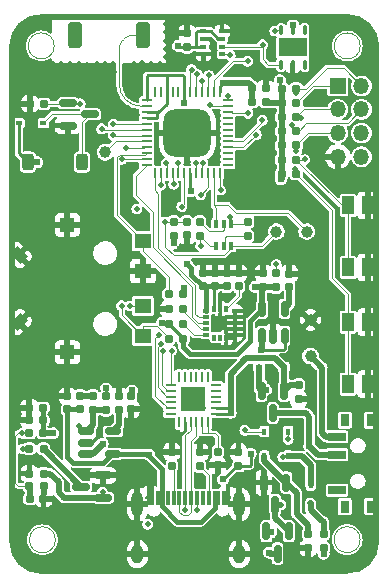
<source format=gbr>
%TF.GenerationSoftware,KiCad,Pcbnew,(6.0.0-rc1-323-gb9e66d8b98)*%
%TF.CreationDate,2021-12-20T00:28:19+08:00*%
%TF.ProjectId,XSense,5853656e-7365-42e6-9b69-6361645f7063,rev?*%
%TF.SameCoordinates,PXb340ac0PY76b1be0*%
%TF.FileFunction,Copper,L1,Top*%
%TF.FilePolarity,Positive*%
%FSLAX46Y46*%
G04 Gerber Fmt 4.6, Leading zero omitted, Abs format (unit mm)*
G04 Created by KiCad (PCBNEW (6.0.0-rc1-323-gb9e66d8b98)) date 2021-12-20 00:28:19*
%MOMM*%
%LPD*%
G01*
G04 APERTURE LIST*
G04 Aperture macros list*
%AMRoundRect*
0 Rectangle with rounded corners*
0 $1 Rounding radius*
0 $2 $3 $4 $5 $6 $7 $8 $9 X,Y pos of 4 corners*
0 Add a 4 corners polygon primitive as box body*
4,1,4,$2,$3,$4,$5,$6,$7,$8,$9,$2,$3,0*
0 Add four circle primitives for the rounded corners*
1,1,$1+$1,$2,$3*
1,1,$1+$1,$4,$5*
1,1,$1+$1,$6,$7*
1,1,$1+$1,$8,$9*
0 Add four rect primitives between the rounded corners*
20,1,$1+$1,$2,$3,$4,$5,0*
20,1,$1+$1,$4,$5,$6,$7,0*
20,1,$1+$1,$6,$7,$8,$9,0*
20,1,$1+$1,$8,$9,$2,$3,0*%
%AMRotRect*
0 Rectangle, with rotation*
0 The origin of the aperture is its center*
0 $1 length*
0 $2 width*
0 $3 Rotation angle, in degrees counterclockwise*
0 Add horizontal line*
21,1,$1,$2,0,0,$3*%
G04 Aperture macros list end*
%TA.AperFunction,Profile*%
%ADD10C,0.500000*%
%TD*%
%TA.AperFunction,Profile*%
%ADD11C,0.100000*%
%TD*%
%TA.AperFunction,SMDPad,CuDef*%
%ADD12RoundRect,0.150000X-0.512500X-0.150000X0.512500X-0.150000X0.512500X0.150000X-0.512500X0.150000X0*%
%TD*%
%TA.AperFunction,SMDPad,CuDef*%
%ADD13RoundRect,0.150000X0.587500X0.150000X-0.587500X0.150000X-0.587500X-0.150000X0.587500X-0.150000X0*%
%TD*%
%TA.AperFunction,SMDPad,CuDef*%
%ADD14RoundRect,0.155000X0.212500X0.155000X-0.212500X0.155000X-0.212500X-0.155000X0.212500X-0.155000X0*%
%TD*%
%TA.AperFunction,ComponentPad*%
%ADD15R,1.350000X1.350000*%
%TD*%
%TA.AperFunction,ComponentPad*%
%ADD16O,1.350000X1.350000*%
%TD*%
%TA.AperFunction,SMDPad,CuDef*%
%ADD17RoundRect,0.155000X0.155000X-0.212500X0.155000X0.212500X-0.155000X0.212500X-0.155000X-0.212500X0*%
%TD*%
%TA.AperFunction,SMDPad,CuDef*%
%ADD18RoundRect,0.160000X-0.160000X0.197500X-0.160000X-0.197500X0.160000X-0.197500X0.160000X0.197500X0*%
%TD*%
%TA.AperFunction,SMDPad,CuDef*%
%ADD19R,0.600000X0.450000*%
%TD*%
%TA.AperFunction,SMDPad,CuDef*%
%ADD20RoundRect,0.160000X-0.197500X-0.160000X0.197500X-0.160000X0.197500X0.160000X-0.197500X0.160000X0*%
%TD*%
%TA.AperFunction,SMDPad,CuDef*%
%ADD21C,1.000000*%
%TD*%
%TA.AperFunction,SMDPad,CuDef*%
%ADD22R,1.000000X1.550000*%
%TD*%
%TA.AperFunction,SMDPad,CuDef*%
%ADD23RoundRect,0.155000X-0.212500X-0.155000X0.212500X-0.155000X0.212500X0.155000X-0.212500X0.155000X0*%
%TD*%
%TA.AperFunction,SMDPad,CuDef*%
%ADD24RoundRect,0.160000X0.197500X0.160000X-0.197500X0.160000X-0.197500X-0.160000X0.197500X-0.160000X0*%
%TD*%
%TA.AperFunction,SMDPad,CuDef*%
%ADD25RoundRect,0.150000X-0.150000X0.587500X-0.150000X-0.587500X0.150000X-0.587500X0.150000X0.587500X0*%
%TD*%
%TA.AperFunction,SMDPad,CuDef*%
%ADD26RoundRect,0.160000X0.160000X-0.197500X0.160000X0.197500X-0.160000X0.197500X-0.160000X-0.197500X0*%
%TD*%
%TA.AperFunction,SMDPad,CuDef*%
%ADD27R,1.300000X1.200000*%
%TD*%
%TA.AperFunction,SMDPad,CuDef*%
%ADD28RotRect,0.850000X1.200000X135.000000*%
%TD*%
%TA.AperFunction,SMDPad,CuDef*%
%ADD29RotRect,0.850000X1.200000X225.000000*%
%TD*%
%TA.AperFunction,SMDPad,CuDef*%
%ADD30R,1.400000X1.300000*%
%TD*%
%TA.AperFunction,SMDPad,CuDef*%
%ADD31RoundRect,0.062500X0.062500X-0.375000X0.062500X0.375000X-0.062500X0.375000X-0.062500X-0.375000X0*%
%TD*%
%TA.AperFunction,SMDPad,CuDef*%
%ADD32RoundRect,0.062500X0.375000X-0.062500X0.375000X0.062500X-0.375000X0.062500X-0.375000X-0.062500X0*%
%TD*%
%TA.AperFunction,SMDPad,CuDef*%
%ADD33R,2.150000X2.150000*%
%TD*%
%TA.AperFunction,SMDPad,CuDef*%
%ADD34R,0.400000X0.650000*%
%TD*%
%TA.AperFunction,SMDPad,CuDef*%
%ADD35RoundRect,0.155000X-0.155000X0.212500X-0.155000X-0.212500X0.155000X-0.212500X0.155000X0.212500X0*%
%TD*%
%TA.AperFunction,SMDPad,CuDef*%
%ADD36RoundRect,0.087500X-0.187500X-0.087500X0.187500X-0.087500X0.187500X0.087500X-0.187500X0.087500X0*%
%TD*%
%TA.AperFunction,SMDPad,CuDef*%
%ADD37RoundRect,0.087500X-0.087500X-0.187500X0.087500X-0.187500X0.087500X0.187500X-0.087500X0.187500X0*%
%TD*%
%TA.AperFunction,SMDPad,CuDef*%
%ADD38R,0.300000X1.150000*%
%TD*%
%TA.AperFunction,ComponentPad*%
%ADD39O,1.000000X2.100000*%
%TD*%
%TA.AperFunction,ComponentPad*%
%ADD40O,1.000000X1.600000*%
%TD*%
%TA.AperFunction,SMDPad,CuDef*%
%ADD41R,0.800000X1.000000*%
%TD*%
%TA.AperFunction,SMDPad,CuDef*%
%ADD42R,1.500000X0.700000*%
%TD*%
%TA.AperFunction,SMDPad,CuDef*%
%ADD43R,0.450000X0.600000*%
%TD*%
%TA.AperFunction,SMDPad,CuDef*%
%ADD44RoundRect,0.250000X0.350000X0.850000X-0.350000X0.850000X-0.350000X-0.850000X0.350000X-0.850000X0*%
%TD*%
%TA.AperFunction,SMDPad,CuDef*%
%ADD45RoundRect,0.250000X-0.250000X-0.450000X0.250000X-0.450000X0.250000X0.450000X-0.250000X0.450000X0*%
%TD*%
%TA.AperFunction,SMDPad,CuDef*%
%ADD46R,0.500000X0.350000*%
%TD*%
%TA.AperFunction,SMDPad,CuDef*%
%ADD47RoundRect,0.150000X0.150000X-0.512500X0.150000X0.512500X-0.150000X0.512500X-0.150000X-0.512500X0*%
%TD*%
%TA.AperFunction,SMDPad,CuDef*%
%ADD48RoundRect,0.150000X-0.587500X-0.150000X0.587500X-0.150000X0.587500X0.150000X-0.587500X0.150000X0*%
%TD*%
%TA.AperFunction,SMDPad,CuDef*%
%ADD49RoundRect,0.100000X-0.100000X0.300000X-0.100000X-0.300000X0.100000X-0.300000X0.100000X0.300000X0*%
%TD*%
%TA.AperFunction,SMDPad,CuDef*%
%ADD50R,2.400000X1.500000*%
%TD*%
%TA.AperFunction,SMDPad,CuDef*%
%ADD51RoundRect,0.062500X-0.375000X-0.062500X0.375000X-0.062500X0.375000X0.062500X-0.375000X0.062500X0*%
%TD*%
%TA.AperFunction,SMDPad,CuDef*%
%ADD52RoundRect,0.062500X-0.062500X-0.375000X0.062500X-0.375000X0.062500X0.375000X-0.062500X0.375000X0*%
%TD*%
%TA.AperFunction,SMDPad,CuDef*%
%ADD53RoundRect,1.000000X-1.000000X-1.000000X1.000000X-1.000000X1.000000X1.000000X-1.000000X1.000000X0*%
%TD*%
%TA.AperFunction,ViaPad*%
%ADD54C,0.508000*%
%TD*%
%TA.AperFunction,ViaPad*%
%ADD55C,0.609600*%
%TD*%
%TA.AperFunction,Conductor*%
%ADD56C,0.101600*%
%TD*%
%TA.AperFunction,Conductor*%
%ADD57C,0.254000*%
%TD*%
%TA.AperFunction,Conductor*%
%ADD58C,0.508000*%
%TD*%
%TA.AperFunction,Conductor*%
%ADD59C,0.381000*%
%TD*%
G04 APERTURE END LIST*
D10*
X582946Y2477666D02*
G75*
G03*
X3040002Y4722I2457054J-15839D01*
G01*
X3054640Y46925855D02*
X28951133Y46920051D01*
X31408189Y44447107D02*
X31397105Y2460002D01*
D11*
X4236974Y2650000D02*
G75*
G03*
X4236974Y2650000I-1100000J0D01*
G01*
D10*
X28924161Y2946D02*
G75*
G03*
X31397105Y2460002I15839J2457054D01*
G01*
X3054640Y46925855D02*
G75*
G03*
X581696Y44468799I-15842J-2457051D01*
G01*
D11*
X30051135Y44462946D02*
G75*
G03*
X30051135Y44462946I-1100000J0D01*
G01*
X30040000Y2662946D02*
G75*
G03*
X30040000Y2662946I-1100000J0D01*
G01*
X4138798Y44468804D02*
G75*
G03*
X4138798Y44468804I-1100000J0D01*
G01*
D10*
X582946Y2490000D02*
X581696Y44468799D01*
X31408189Y44447107D02*
G75*
G03*
X28951133Y46920051I-2457054J15839D01*
G01*
X28924161Y2946D02*
X3030000Y4722D01*
D12*
%TO.P,U5,1,STAT*%
%TO.N,/CHG_DET*%
X6828215Y11817500D03*
%TO.P,U5,2,VSS*%
%TO.N,GND*%
X6828215Y10867500D03*
%TO.P,U5,3,VBAT*%
%TO.N,+BATT*%
X6828215Y9917500D03*
%TO.P,U5,4,VDD*%
%TO.N,VBUS*%
X9103215Y9917500D03*
%TO.P,U5,5,PROG*%
%TO.N,Net-(R6-Pad2)*%
X9103215Y11817500D03*
%TD*%
D13*
%TO.P,Q6,1,G*%
%TO.N,/GPIO12*%
X8277500Y6210000D03*
%TO.P,Q6,2,S*%
%TO.N,GND*%
X8277500Y8110000D03*
%TO.P,Q6,3,D*%
%TO.N,Net-(Q6-Pad3)*%
X6402500Y7160000D03*
%TD*%
D14*
%TO.P,C1,1*%
%TO.N,GND*%
X22037500Y40883750D03*
%TO.P,C1,2*%
%TO.N,+3.3VA*%
X20902500Y40883750D03*
%TD*%
D15*
%TO.P,J2,1,Pin_1*%
%TO.N,/GPIO22*%
X28150000Y41080000D03*
D16*
%TO.P,J2,2,Pin_2*%
%TO.N,/GPIO26*%
X30150000Y41080000D03*
%TO.P,J2,3,Pin_3*%
%TO.N,/GPIO13*%
X28150000Y39080000D03*
%TO.P,J2,4,Pin_4*%
%TO.N,/GPIO14*%
X30150000Y39080000D03*
%TO.P,J2,5,Pin_5*%
%TO.N,/GPIO15*%
X28150000Y37080000D03*
%TO.P,J2,6,Pin_6*%
%TO.N,+3V3*%
X30150000Y37080000D03*
%TO.P,J2,7,Pin_7*%
%TO.N,GND*%
X28150000Y35080000D03*
%TO.P,J2,8*%
%TO.N,N/C*%
X30150000Y35080000D03*
%TD*%
D17*
%TO.P,C16,1*%
%TO.N,+3V3*%
X19740000Y8925000D03*
%TO.P,C16,2*%
%TO.N,GND*%
X19740000Y10060000D03*
%TD*%
D18*
%TO.P,R7,1*%
%TO.N,VBUS*%
X24840000Y15757500D03*
%TO.P,R7,2*%
%TO.N,GND*%
X24840000Y14562500D03*
%TD*%
D19*
%TO.P,D2,1,K*%
%TO.N,/VCC_SYS_IN*%
X21490000Y17260000D03*
%TO.P,D2,2,A*%
%TO.N,VBUS*%
X23590000Y17260000D03*
%TD*%
%TO.P,D1,1,K*%
%TO.N,+3V3*%
X1125500Y37912000D03*
%TO.P,D1,2,A*%
%TO.N,Net-(BZ1-Pad2)*%
X3225500Y37912000D03*
%TD*%
D20*
%TO.P,R22,1*%
%TO.N,+3V3*%
X23415000Y38445000D03*
%TO.P,R22,2*%
%TO.N,/GPIO13*%
X24610000Y38445000D03*
%TD*%
D21*
%TO.P,TP3,1,1*%
%TO.N,Net-(SW1-Pad3)*%
X25840000Y18210000D03*
%TD*%
D17*
%TO.P,C2,1*%
%TO.N,+3V3*%
X16714000Y24106000D03*
%TO.P,C2,2*%
%TO.N,GND*%
X16714000Y25241000D03*
%TD*%
D22*
%TO.P,SW4,1,1*%
%TO.N,GND*%
X30720000Y25705000D03*
X30720000Y30955000D03*
%TO.P,SW4,2,2*%
%TO.N,/GPIO19*%
X29020000Y25705000D03*
X29020000Y30955000D03*
%TD*%
D23*
%TO.P,C12,1*%
%TO.N,/BAT_DET*%
X2092500Y6135250D03*
%TO.P,C12,2*%
%TO.N,GND*%
X3227500Y6135250D03*
%TD*%
D24*
%TO.P,R20,1*%
%TO.N,Net-(Q6-Pad3)*%
X3237500Y10374750D03*
%TO.P,R20,2*%
%TO.N,Net-(R20-Pad2)*%
X2042500Y10374750D03*
%TD*%
D25*
%TO.P,Q3,1,G*%
%TO.N,Net-(D3-Pad1)*%
X23790000Y7497500D03*
%TO.P,Q3,2,S*%
%TO.N,GND*%
X21890000Y7497500D03*
%TO.P,Q3,3,D*%
%TO.N,Net-(D5-Pad2)*%
X22840000Y5622500D03*
%TD*%
D26*
%TO.P,R8,1*%
%TO.N,/CHG_DET*%
X7420000Y13642500D03*
%TO.P,R8,2*%
%TO.N,Net-(D4-Pad1)*%
X7420000Y14837500D03*
%TD*%
D21*
%TO.P,TP4,1,1*%
%TO.N,/GPIO39*%
X8470500Y35460000D03*
%TD*%
D26*
%TO.P,R10,1*%
%TO.N,Net-(R10-Pad1)*%
X16486000Y8882500D03*
%TO.P,R10,2*%
%TO.N,GND*%
X16486000Y10077500D03*
%TD*%
D18*
%TO.P,R16,1*%
%TO.N,/CH340_RTS*%
X20540000Y29557500D03*
%TO.P,R16,2*%
%TO.N,Net-(Q5-Pad2)*%
X20540000Y28362500D03*
%TD*%
D27*
%TO.P,U8,0,0*%
%TO.N,GND*%
X5250000Y18525000D03*
D28*
X1122000Y21097000D03*
D29*
X1122000Y26753000D03*
D27*
X5250000Y29325000D03*
D30*
%TO.P,U8,A,A*%
%TO.N,/GPIO35*%
X11650000Y19925000D03*
%TO.P,U8,B,B*%
%TO.N,/GPIO34*%
X11650000Y27925000D03*
%TO.P,U8,C,C*%
%TO.N,GND*%
X11650000Y25400000D03*
%TO.P,U8,S,S*%
%TO.N,/KEY1_RAW*%
X11650000Y22450000D03*
%TD*%
D31*
%TO.P,U6,1,RI*%
%TO.N,unconnected-(U6-Pad1)*%
X14680000Y12592500D03*
%TO.P,U6,2,GND*%
%TO.N,GND*%
X15180000Y12592500D03*
%TO.P,U6,3,UD+*%
%TO.N,/USB_PWR_DP*%
X15680000Y12592500D03*
%TO.P,U6,4,UD-*%
%TO.N,/USB_PWR_DM*%
X16180000Y12592500D03*
%TO.P,U6,5,VIO*%
%TO.N,Net-(C13-Pad2)*%
X16680000Y12592500D03*
%TO.P,U6,6,V3*%
X17180000Y12592500D03*
D32*
%TO.P,U6,7,VDD5*%
%TO.N,VBUS*%
X17867500Y13280000D03*
%TO.P,U6,8,VBUS*%
X17867500Y13780000D03*
%TO.P,U6,9,RST#*%
%TO.N,unconnected-(U6-Pad9)*%
X17867500Y14280000D03*
%TO.P,U6,10,ACT#*%
%TO.N,unconnected-(U6-Pad10)*%
X17867500Y14780000D03*
%TO.P,U6,11,WAKEUP/GPIO3*%
%TO.N,unconnected-(U6-Pad11)*%
X17867500Y15280000D03*
%TO.P,U6,12,TNOW/GPIO2*%
%TO.N,unconnected-(U6-Pad12)*%
X17867500Y15780000D03*
D31*
%TO.P,U6,13,RXS/GPIO1*%
%TO.N,unconnected-(U6-Pad13)*%
X17180000Y16467500D03*
%TO.P,U6,14,TXS/GPIO0*%
%TO.N,unconnected-(U6-Pad14)*%
X16680000Y16467500D03*
%TO.P,U6,15,SUSPEND#*%
%TO.N,unconnected-(U6-Pad15)*%
X16180000Y16467500D03*
%TO.P,U6,16,GPIO4*%
%TO.N,unconnected-(U6-Pad16)*%
X15680000Y16467500D03*
%TO.P,U6,17,SUSPEND*%
%TO.N,unconnected-(U6-Pad17)*%
X15180000Y16467500D03*
%TO.P,U6,18,CTS*%
%TO.N,unconnected-(U6-Pad18)*%
X14680000Y16467500D03*
D32*
%TO.P,U6,19,RTS*%
%TO.N,/CH340_RTS*%
X13992500Y15780000D03*
%TO.P,U6,20,RXD*%
%TO.N,/CH340_RXD*%
X13992500Y15280000D03*
%TO.P,U6,21,TXD*%
%TO.N,/CH340_TXD*%
X13992500Y14780000D03*
%TO.P,U6,22,DSR*%
%TO.N,unconnected-(U6-Pad22)*%
X13992500Y14280000D03*
%TO.P,U6,23,DTR*%
%TO.N,/CH340_DTR*%
X13992500Y13780000D03*
%TO.P,U6,24,DCD*%
%TO.N,unconnected-(U6-Pad24)*%
X13992500Y13280000D03*
D33*
%TO.P,U6,25,GND*%
%TO.N,GND*%
X15930000Y14530000D03*
%TD*%
D24*
%TO.P,R28,1*%
%TO.N,+3V3*%
X15040000Y23437500D03*
%TO.P,R28,2*%
%TO.N,/GPIO34*%
X13845000Y23437500D03*
%TD*%
D34*
%TO.P,Q5,1,E1*%
%TO.N,/CH340_DTR*%
X17846500Y27510000D03*
%TO.P,Q5,2,B1*%
%TO.N,Net-(Q5-Pad2)*%
X18496500Y27510000D03*
%TO.P,Q5,3,C2*%
%TO.N,/ESP_EN*%
X19146500Y27510000D03*
%TO.P,Q5,4,E2*%
%TO.N,/CH340_RTS*%
X19146500Y29410000D03*
%TO.P,Q5,5,B2*%
%TO.N,Net-(Q5-Pad5)*%
X18496500Y29410000D03*
%TO.P,Q5,6,C1*%
%TO.N,/ESP_BOOT*%
X17846500Y29410000D03*
%TD*%
D17*
%TO.P,C15,1*%
%TO.N,+3V3*%
X15382822Y44387500D03*
%TO.P,C15,2*%
%TO.N,GND*%
X15382822Y45522500D03*
%TD*%
D21*
%TO.P,TP2,1,1*%
%TO.N,/ESP_BOOT*%
X25510000Y28744000D03*
%TD*%
D20*
%TO.P,R3,1*%
%TO.N,+3V3*%
X13845000Y20924168D03*
%TO.P,R3,2*%
%TO.N,Net-(R3-Pad2)*%
X15040000Y20924168D03*
%TD*%
D35*
%TO.P,C14,1*%
%TO.N,+3V3*%
X10660000Y14830000D03*
%TO.P,C14,2*%
%TO.N,GND*%
X10660000Y13695000D03*
%TD*%
D24*
%TO.P,R1,1*%
%TO.N,/BUZZ*%
X3270500Y39560000D03*
%TO.P,R1,2*%
%TO.N,GND*%
X2075500Y39560000D03*
%TD*%
D26*
%TO.P,R11,1*%
%TO.N,/VCC_SYS_IN*%
X26940000Y1962500D03*
%TO.P,R11,2*%
%TO.N,Net-(D5-Pad2)*%
X26940000Y3157500D03*
%TD*%
D25*
%TO.P,Q4,1,G*%
%TO.N,Net-(D5-Pad2)*%
X24000000Y3359500D03*
%TO.P,Q4,2,S*%
%TO.N,/VCC_SYS_IN*%
X22100000Y3359500D03*
%TO.P,Q4,3,D*%
%TO.N,/VCC_SYS*%
X23050000Y1484500D03*
%TD*%
D36*
%TO.P,U2,1,VDDIO*%
%TO.N,+3V3*%
X16975000Y21997500D03*
%TO.P,U2,2,SCL/SPC*%
%TO.N,/GPIO33*%
X16975000Y21497500D03*
%TO.P,U2,3,SDA/SDI*%
%TO.N,/GPIO32*%
X16975000Y20997500D03*
%TO.P,U2,4,SAO/SD0*%
%TO.N,Net-(R2-Pad1)*%
X16975000Y20497500D03*
%TO.P,U2,5,~{CS}*%
%TO.N,Net-(R3-Pad2)*%
X16975000Y19997500D03*
D37*
%TO.P,U2,6,INT*%
%TO.N,unconnected-(U2-Pad6)*%
X17700000Y19772500D03*
%TO.P,U2,7,RESV*%
%TO.N,unconnected-(U2-Pad7)*%
X18200000Y19772500D03*
%TO.P,U2,8,FSYNC*%
%TO.N,GND*%
X18700000Y19772500D03*
D36*
%TO.P,U2,9,GND*%
X19425000Y19997500D03*
%TO.P,U2,10,GND*%
X19425000Y20497500D03*
%TO.P,U2,11,GND*%
X19425000Y20997500D03*
%TO.P,U2,12,GND*%
X19425000Y21497500D03*
%TO.P,U2,13,GND*%
X19425000Y21997500D03*
D37*
%TO.P,U2,14,REGOUT*%
%TO.N,Net-(C5-Pad1)*%
X18700000Y22222500D03*
%TO.P,U2,15,GND*%
%TO.N,GND*%
X18200000Y22222500D03*
%TO.P,U2,16,VDD*%
%TO.N,+3V3*%
X17700000Y22222500D03*
%TD*%
D14*
%TO.P,C11,1*%
%TO.N,+BATT*%
X3175000Y13840857D03*
%TO.P,C11,2*%
%TO.N,GND*%
X2040000Y13840857D03*
%TD*%
D24*
%TO.P,R14,1*%
%TO.N,+BATT*%
X3225000Y11669143D03*
%TO.P,R14,2*%
%TO.N,/BAT_DET*%
X2030000Y11669143D03*
%TD*%
D35*
%TO.P,D4,1,K*%
%TO.N,Net-(D4-Pad1)*%
X6329143Y14827500D03*
%TO.P,D4,2,A*%
%TO.N,VBUS*%
X6329143Y13692500D03*
%TD*%
D38*
%TO.P,U3,A1,GND*%
%TO.N,GND*%
X12144000Y6210000D03*
%TO.P,U3,A4,VBUS*%
%TO.N,VBUS*%
X12944000Y6210000D03*
%TO.P,U3,A5,CC1*%
%TO.N,Net-(R13-Pad1)*%
X14244000Y6210000D03*
%TO.P,U3,A6,D+*%
%TO.N,/USB_PWR_DP*%
X15244000Y6210000D03*
%TO.P,U3,A7,D-*%
%TO.N,/USB_PWR_DM*%
X15744000Y6210000D03*
%TO.P,U3,A8,SBU1*%
%TO.N,unconnected-(U3-PadA8)*%
X16744000Y6210000D03*
%TO.P,U3,A9,VBUS*%
%TO.N,VBUS*%
X18044000Y6210000D03*
%TO.P,U3,A12,GND*%
%TO.N,GND*%
X18844000Y6210000D03*
%TO.P,U3,B1,GND*%
X18544000Y6210000D03*
%TO.P,U3,B4,VBUS*%
%TO.N,VBUS*%
X17744000Y6210000D03*
%TO.P,U3,B5,CC2*%
%TO.N,Net-(R10-Pad1)*%
X17244000Y6210000D03*
%TO.P,U3,B6,D+*%
%TO.N,/USB_PWR_DP*%
X16244000Y6210000D03*
%TO.P,U3,B7,D-*%
%TO.N,/USB_PWR_DM*%
X14744000Y6210000D03*
%TO.P,U3,B8,SBU2*%
%TO.N,unconnected-(U3-PadB8)*%
X13744000Y6210000D03*
%TO.P,U3,B9,VBUS*%
%TO.N,VBUS*%
X13244000Y6210000D03*
%TO.P,U3,B12,GND*%
%TO.N,GND*%
X12444000Y6210000D03*
D39*
%TO.P,U3,S1,SHIELD*%
X19814000Y5645000D03*
X11174000Y5645000D03*
D40*
X19814000Y1465000D03*
X11174000Y1465000D03*
%TD*%
D41*
%TO.P,SW1,*%
%TO.N,*%
X28745000Y5460000D03*
X28745000Y12760000D03*
X30955000Y12760000D03*
X30955000Y5460000D03*
D42*
%TO.P,SW1,1,A*%
%TO.N,unconnected-(SW1-Pad1)*%
X28095000Y6860000D03*
%TO.P,SW1,2,B*%
%TO.N,+BATT*%
X28095000Y9860000D03*
%TO.P,SW1,3,C*%
%TO.N,Net-(SW1-Pad3)*%
X28095000Y11360000D03*
%TD*%
D17*
%TO.P,C13,1*%
%TO.N,GND*%
X17980000Y8962500D03*
%TO.P,C13,2*%
%TO.N,Net-(C13-Pad2)*%
X17980000Y10097500D03*
%TD*%
D24*
%TO.P,R27,1*%
%TO.N,+3V3*%
X15040000Y19667500D03*
%TO.P,R27,2*%
%TO.N,/GPIO35*%
X13845000Y19667500D03*
%TD*%
D20*
%TO.P,R25,1*%
%TO.N,+3V3*%
X23415000Y39648750D03*
%TO.P,R25,2*%
%TO.N,/GPIO22*%
X24610000Y39648750D03*
%TD*%
D43*
%TO.P,D5,1,K*%
%TO.N,/KEY1_RAW*%
X25840000Y7310000D03*
%TO.P,D5,2,A*%
%TO.N,Net-(D5-Pad2)*%
X25840000Y5210000D03*
%TD*%
D20*
%TO.P,R19,1*%
%TO.N,GND*%
X2042500Y8260000D03*
%TO.P,R19,2*%
%TO.N,/GPIO12*%
X3237500Y8260000D03*
%TD*%
D44*
%TO.P,AE1,1,A*%
%TO.N,Net-(AE1-Pad1)*%
X11640000Y45360000D03*
%TO.P,AE1,2*%
%TO.N,N/C*%
X5940000Y45360000D03*
%TD*%
D45*
%TO.P,BZ1,1,-*%
%TO.N,+3V3*%
X1901500Y34624000D03*
%TO.P,BZ1,2,+*%
%TO.N,Net-(BZ1-Pad2)*%
X6501500Y34624000D03*
%TD*%
D18*
%TO.P,R6,1*%
%TO.N,GND*%
X9621715Y14837500D03*
%TO.P,R6,2*%
%TO.N,Net-(R6-Pad2)*%
X9621715Y13642500D03*
%TD*%
%TO.P,R9,1*%
%TO.N,+3V3*%
X8520857Y14837500D03*
%TO.P,R9,2*%
%TO.N,/CHG_DET*%
X8520857Y13642500D03*
%TD*%
D17*
%TO.P,C4,1*%
%TO.N,+3V3*%
X18746000Y24106000D03*
%TO.P,C4,2*%
%TO.N,GND*%
X18746000Y25241000D03*
%TD*%
D24*
%TO.P,R4,1*%
%TO.N,+3V3*%
X22087500Y39690000D03*
%TO.P,R4,2*%
%TO.N,+3.3VA*%
X20892500Y39690000D03*
%TD*%
D22*
%TO.P,SW5,1,1*%
%TO.N,GND*%
X30720000Y15825000D03*
X30720000Y21075000D03*
%TO.P,SW5,2,2*%
%TO.N,/GPIO25*%
X29020000Y15825000D03*
X29020000Y21075000D03*
%TD*%
D17*
%TO.P,C3,1*%
%TO.N,+3V3*%
X17730000Y24106000D03*
%TO.P,C3,2*%
%TO.N,GND*%
X17730000Y25241000D03*
%TD*%
D46*
%TO.P,U9,1,GND*%
%TO.N,GND*%
X18372822Y45710000D03*
%TO.P,U9,2,CSB*%
%TO.N,+3V3*%
X18372822Y45060000D03*
%TO.P,U9,3,SDI*%
%TO.N,/AHT_SDA*%
X18372822Y44410000D03*
%TO.P,U9,4,SCK*%
%TO.N,/AHT_SCL*%
X18372822Y43760000D03*
%TO.P,U9,5,SDO*%
%TO.N,GND*%
X16772822Y43760000D03*
%TO.P,U9,6,VDDIO*%
%TO.N,+3V3*%
X16772822Y44410000D03*
%TO.P,U9,7,GND*%
%TO.N,GND*%
X16772822Y45060000D03*
%TO.P,U9,8,VDD*%
%TO.N,+3V3*%
X16772822Y45710000D03*
%TD*%
D17*
%TO.P,C8,1*%
%TO.N,Net-(C8-Pad1)*%
X24040000Y24042500D03*
%TO.P,C8,2*%
%TO.N,GND*%
X24040000Y25177500D03*
%TD*%
D21*
%TO.P,TP5,1,1*%
%TO.N,GND*%
X25840000Y21260000D03*
%TD*%
D47*
%TO.P,U4,1,IN*%
%TO.N,/VCC_SYS*%
X21740000Y19917500D03*
%TO.P,U4,2,GND*%
%TO.N,GND*%
X22690000Y19917500D03*
%TO.P,U4,3,EN*%
%TO.N,/VCC_SYS*%
X23640000Y19917500D03*
%TO.P,U4,4,BP*%
%TO.N,Net-(C8-Pad1)*%
X23640000Y22192500D03*
%TO.P,U4,5,OUT*%
%TO.N,+3V3*%
X21740000Y22192500D03*
%TD*%
D20*
%TO.P,R15,1*%
%TO.N,/BAT_DET*%
X2042500Y7192625D03*
%TO.P,R15,2*%
%TO.N,GND*%
X3237500Y7192625D03*
%TD*%
%TO.P,R21,1*%
%TO.N,+3V3*%
X23415000Y36037500D03*
%TO.P,R21,2*%
%TO.N,/GPIO15*%
X24610000Y36037500D03*
%TD*%
D48*
%TO.P,Q1,1,G*%
%TO.N,/BUZZ*%
X5304000Y39624000D03*
%TO.P,Q1,2,S*%
%TO.N,GND*%
X5304000Y37724000D03*
%TO.P,Q1,3,D*%
%TO.N,Net-(BZ1-Pad2)*%
X7179000Y38674000D03*
%TD*%
D35*
%TO.P,C6,1*%
%TO.N,/ESP_EN*%
X15349500Y29547500D03*
%TO.P,C6,2*%
%TO.N,GND*%
X15349500Y28412500D03*
%TD*%
D17*
%TO.P,C5,1*%
%TO.N,Net-(C5-Pad1)*%
X19762000Y24106000D03*
%TO.P,C5,2*%
%TO.N,GND*%
X19762000Y25241000D03*
%TD*%
D49*
%TO.P,U10,1,NC*%
%TO.N,unconnected-(U10-Pad1)*%
X25340000Y45785000D03*
%TO.P,U10,2,VDD*%
%TO.N,+3V3*%
X24340000Y45785000D03*
%TO.P,U10,3,SCL*%
%TO.N,/AHT_SCL*%
X23340000Y45785000D03*
%TO.P,U10,4,SDA*%
%TO.N,/AHT_SDA*%
X23340000Y42885000D03*
%TO.P,U10,5,GND*%
%TO.N,GND*%
X24340000Y42885000D03*
%TO.P,U10,6,NC*%
%TO.N,unconnected-(U10-Pad6)*%
X25340000Y42885000D03*
D50*
%TO.P,U10,7*%
%TO.N,N/C*%
X24340000Y44335000D03*
%TD*%
D17*
%TO.P,C9,1*%
%TO.N,+3V3*%
X21840000Y24092500D03*
%TO.P,C9,2*%
%TO.N,GND*%
X21840000Y25227500D03*
%TD*%
D24*
%TO.P,R2,1*%
%TO.N,Net-(R2-Pad1)*%
X15040000Y22180834D03*
%TO.P,R2,2*%
%TO.N,GND*%
X13845000Y22180834D03*
%TD*%
D20*
%TO.P,R24,1*%
%TO.N,+3V3*%
X23415000Y40852500D03*
%TO.P,R24,2*%
%TO.N,/GPIO26*%
X24610000Y40852500D03*
%TD*%
D26*
%TO.P,R5,1*%
%TO.N,+3V3*%
X14246000Y28362500D03*
%TO.P,R5,2*%
%TO.N,/ESP_EN*%
X14246000Y29557500D03*
%TD*%
D18*
%TO.P,R17,1*%
%TO.N,Net-(Q5-Pad5)*%
X16453000Y29557500D03*
%TO.P,R17,2*%
%TO.N,/CH340_DTR*%
X16453000Y28362500D03*
%TD*%
%TO.P,R12,1*%
%TO.N,Net-(D3-Pad1)*%
X25640000Y3157500D03*
%TO.P,R12,2*%
%TO.N,GND*%
X25640000Y1962500D03*
%TD*%
D21*
%TO.P,TP1,1,1*%
%TO.N,/ESP_EN*%
X22950000Y28744000D03*
%TD*%
D26*
%TO.P,R26,1*%
%TO.N,+3V3*%
X22940000Y24032500D03*
%TO.P,R26,2*%
%TO.N,/GPIO27*%
X22940000Y25227500D03*
%TD*%
D43*
%TO.P,D6,1,K*%
%TO.N,/KEY1_RAW*%
X23940000Y9710000D03*
%TO.P,D6,2,A*%
%TO.N,/GPIO27*%
X23940000Y11810000D03*
%TD*%
D26*
%TO.P,R13,1*%
%TO.N,Net-(R13-Pad1)*%
X14100000Y8922500D03*
%TO.P,R13,2*%
%TO.N,GND*%
X14100000Y10117500D03*
%TD*%
D20*
%TO.P,R29,1*%
%TO.N,+3V3*%
X23415000Y34833750D03*
%TO.P,R29,2*%
%TO.N,/GPIO19*%
X24610000Y34833750D03*
%TD*%
D14*
%TO.P,C10,1*%
%TO.N,+BATT*%
X3175000Y12760000D03*
%TO.P,C10,2*%
%TO.N,GND*%
X2040000Y12760000D03*
%TD*%
D51*
%TO.P,U1,1,VDDA*%
%TO.N,+3.3VA*%
X11967500Y39875000D03*
%TO.P,U1,2,LNA_IN*%
%TO.N,Net-(AE1-Pad1)*%
X11967500Y39375000D03*
%TO.P,U1,3,VDDA3P3*%
%TO.N,+3.3VA*%
X11967500Y38875000D03*
%TO.P,U1,4,VDDA3P3*%
X11967500Y38375000D03*
%TO.P,U1,5,SENSOR_VP*%
%TO.N,/GPIO36*%
X11967500Y37875000D03*
%TO.P,U1,6,SENSOR_CAPP*%
%TO.N,/BAT_DET*%
X11967500Y37375000D03*
%TO.P,U1,7,SENSOR_CAPN*%
%TO.N,/CHG_DET*%
X11967500Y36875000D03*
%TO.P,U1,8,SENSOR_VN*%
%TO.N,/GPIO39*%
X11967500Y36375000D03*
%TO.P,U1,9,EN*%
%TO.N,/ESP_EN*%
X11967500Y35875000D03*
%TO.P,U1,10,IO34*%
%TO.N,/GPIO34*%
X11967500Y35375000D03*
%TO.P,U1,11,IO35*%
%TO.N,/GPIO35*%
X11967500Y34875000D03*
%TO.P,U1,12,IO32*%
%TO.N,/GPIO32*%
X11967500Y34375000D03*
D52*
%TO.P,U1,13,IO33*%
%TO.N,/GPIO33*%
X12655000Y33687500D03*
%TO.P,U1,14,IO25*%
%TO.N,/GPIO25*%
X13155000Y33687500D03*
%TO.P,U1,15,IO26*%
%TO.N,/GPIO26*%
X13655000Y33687500D03*
%TO.P,U1,16,IO27*%
%TO.N,/GPIO27*%
X14155000Y33687500D03*
%TO.P,U1,17,IO14*%
%TO.N,/GPIO14*%
X14655000Y33687500D03*
%TO.P,U1,18,IO12*%
%TO.N,/GPIO12*%
X15155000Y33687500D03*
%TO.P,U1,19,VDD3P3_RTC*%
%TO.N,+3.3VA*%
X15655000Y33687500D03*
%TO.P,U1,20,IO13*%
%TO.N,/GPIO13*%
X16155000Y33687500D03*
%TO.P,U1,21,IO15*%
%TO.N,/GPIO15*%
X16655000Y33687500D03*
%TO.P,U1,22,IO2*%
%TO.N,/GPIO2*%
X17155000Y33687500D03*
%TO.P,U1,23,IO0*%
%TO.N,/ESP_BOOT*%
X17655000Y33687500D03*
%TO.P,U1,24,IO4*%
%TO.N,/GPIO4*%
X18155000Y33687500D03*
D51*
%TO.P,U1,25,IO16*%
%TO.N,unconnected-(U1-Pad25)*%
X18842500Y34375000D03*
%TO.P,U1,26,VDD_SDIO*%
%TO.N,unconnected-(U1-Pad26)*%
X18842500Y34875000D03*
%TO.P,U1,27,IO17*%
%TO.N,unconnected-(U1-Pad27)*%
X18842500Y35375000D03*
%TO.P,U1,28,SD2/IO9*%
%TO.N,/AHT_SCL*%
X18842500Y35875000D03*
%TO.P,U1,29,SD3/IO10*%
%TO.N,/AHT_SDA*%
X18842500Y36375000D03*
%TO.P,U1,30,CMD*%
%TO.N,unconnected-(U1-Pad30)*%
X18842500Y36875000D03*
%TO.P,U1,31,CLK*%
%TO.N,unconnected-(U1-Pad31)*%
X18842500Y37375000D03*
%TO.P,U1,32,SD0*%
%TO.N,unconnected-(U1-Pad32)*%
X18842500Y37875000D03*
%TO.P,U1,33,SD1*%
%TO.N,unconnected-(U1-Pad33)*%
X18842500Y38375000D03*
%TO.P,U1,34,IO5*%
%TO.N,/BUZZ*%
X18842500Y38875000D03*
%TO.P,U1,35,IO18*%
%TO.N,/GPIO18*%
X18842500Y39375000D03*
%TO.P,U1,36,IO23*%
%TO.N,/GPIO23*%
X18842500Y39875000D03*
D52*
%TO.P,U1,37,VDD3P3_CPU*%
%TO.N,+3.3VA*%
X18155000Y40562500D03*
%TO.P,U1,38,IO19*%
%TO.N,/GPIO19*%
X17655000Y40562500D03*
%TO.P,U1,39,IO22*%
%TO.N,/GPIO22*%
X17155000Y40562500D03*
%TO.P,U1,40,U0RXD/IO3*%
%TO.N,/CH340_TXD*%
X16655000Y40562500D03*
%TO.P,U1,41,U0TXD/IO1*%
%TO.N,/CH340_RXD*%
X16155000Y40562500D03*
%TO.P,U1,42,IO21*%
%TO.N,/GPIO21*%
X15655000Y40562500D03*
%TO.P,U1,43,VDDA*%
%TO.N,+3.3VA*%
X15155000Y40562500D03*
%TO.P,U1,44,XTAL_N_NC*%
%TO.N,unconnected-(U1-Pad44)*%
X14655000Y40562500D03*
%TO.P,U1,45,XTAL_P_NC*%
%TO.N,unconnected-(U1-Pad45)*%
X14155000Y40562500D03*
%TO.P,U1,46,VDDA*%
%TO.N,+3.3VA*%
X13655000Y40562500D03*
%TO.P,U1,47,CAP2_NC*%
%TO.N,unconnected-(U1-Pad47)*%
X13155000Y40562500D03*
%TO.P,U1,48,CAP1_NC*%
%TO.N,unconnected-(U1-Pad48)*%
X12655000Y40562500D03*
D53*
%TO.P,U1,49,GND*%
%TO.N,GND*%
X15405000Y37125000D03*
%TD*%
D25*
%TO.P,Q2,1,G*%
%TO.N,VBUS*%
X23590000Y15260000D03*
%TO.P,Q2,2,S*%
%TO.N,/VCC_SYS_IN*%
X21690000Y15260000D03*
%TO.P,Q2,3,D*%
%TO.N,+BATT*%
X22640000Y13385000D03*
%TD*%
D20*
%TO.P,R30,1*%
%TO.N,+3V3*%
X23415000Y33630000D03*
%TO.P,R30,2*%
%TO.N,/GPIO25*%
X24610000Y33630000D03*
%TD*%
D43*
%TO.P,D3,1,K*%
%TO.N,Net-(D3-Pad1)*%
X21940000Y9710000D03*
%TO.P,D3,2,A*%
%TO.N,/GPIO21*%
X21940000Y11810000D03*
%TD*%
D20*
%TO.P,R23,1*%
%TO.N,+3V3*%
X23415000Y37241250D03*
%TO.P,R23,2*%
%TO.N,/GPIO14*%
X24610000Y37241250D03*
%TD*%
D35*
%TO.P,C7,1*%
%TO.N,GND*%
X5248286Y14827500D03*
%TO.P,C7,2*%
%TO.N,VBUS*%
X5248286Y13692500D03*
%TD*%
D54*
%TO.N,GND*%
X8730000Y4960000D03*
X20000000Y7610000D03*
X24780000Y17030000D03*
X27370000Y22740000D03*
X27370000Y21190000D03*
X27660000Y33130000D03*
X22060000Y32120000D03*
X25690000Y31380000D03*
X26110000Y34440000D03*
X26120000Y36230000D03*
X22100000Y37290000D03*
X20440000Y37740000D03*
X17490000Y44880000D03*
X18250000Y21010000D03*
X10130000Y41610000D03*
X9150000Y41550000D03*
X13090000Y42950000D03*
X12310000Y42970000D03*
X11600000Y42980000D03*
X10900000Y42970000D03*
X9200000Y40840000D03*
X10180000Y40890000D03*
X30020000Y9280000D03*
X27300000Y19410000D03*
X8370000Y25450000D03*
X24180000Y670000D03*
X880000Y23910000D03*
X27110000Y46120000D03*
X16510000Y30720000D03*
X22030000Y31340000D03*
X11000000Y34210000D03*
X8430000Y42950000D03*
D55*
X14710000Y11400000D03*
D54*
X16600000Y18950000D03*
X10370000Y39170000D03*
X11010000Y39970000D03*
X14700000Y2670000D03*
X13620000Y46280000D03*
X7880000Y990000D03*
X27510000Y8400000D03*
X22060000Y26880000D03*
X9160000Y42240000D03*
X16070000Y1740000D03*
X30450000Y1370000D03*
X2470000Y15520000D03*
X4150000Y34780000D03*
X28490000Y46120000D03*
X24720000Y31430000D03*
X15510000Y840000D03*
X30760000Y4060000D03*
X6210000Y42910000D03*
X28090000Y810000D03*
X14870000Y17870000D03*
X3760000Y30040000D03*
X28900000Y8370000D03*
X2950000Y4900000D03*
X19110000Y32750000D03*
X30510000Y28850000D03*
X26420000Y23460000D03*
X14200000Y38080000D03*
X4720000Y42910000D03*
X6760000Y17710000D03*
X29020000Y33180000D03*
X19030000Y17700000D03*
X5490000Y42930000D03*
X6790000Y25930000D03*
X24970000Y19870000D03*
X13630000Y43530000D03*
X6440000Y2480000D03*
X6320000Y1100000D03*
X10480000Y40320000D03*
X15180000Y13820000D03*
X7630000Y31710000D03*
X1110000Y29550000D03*
X16050000Y37130000D03*
X11010000Y38950000D03*
X15950000Y13820000D03*
X13640000Y44180000D03*
X11150000Y12010000D03*
X8080000Y32980000D03*
X3440000Y40690000D03*
X4040000Y42930000D03*
X20278000Y22760000D03*
X11640000Y14140000D03*
X19240000Y18990000D03*
X8750000Y31710000D03*
X10180000Y42310000D03*
X26250000Y26160000D03*
X24160000Y27420000D03*
X6730000Y21910000D03*
X6760000Y19140000D03*
X5950000Y4640000D03*
X890000Y2780000D03*
X13760000Y31570000D03*
X2320000Y37900000D03*
X9130000Y42940000D03*
X11520000Y29010000D03*
X27970000Y4140000D03*
X900000Y18660000D03*
X3190000Y36270000D03*
X2090000Y40620000D03*
X30060000Y42770000D03*
X30430000Y27730000D03*
X7880000Y2410000D03*
X8370000Y24490000D03*
X16700000Y13820000D03*
X1160000Y32560000D03*
X2570000Y9390000D03*
X13640000Y44880000D03*
X8310000Y23430000D03*
X8300000Y22360000D03*
X4820000Y40630000D03*
X16070000Y2660000D03*
X6760000Y23400000D03*
X23650000Y31400000D03*
X27110000Y45250000D03*
X31020000Y10790000D03*
X14200000Y37130000D03*
X5300000Y1120000D03*
X9380000Y40210000D03*
X8910000Y28670000D03*
X6920000Y42880000D03*
X26210000Y27360000D03*
X30990000Y7930000D03*
X30490000Y18850000D03*
D55*
X14820000Y27240000D03*
D54*
X13630000Y45630000D03*
X9090000Y960000D03*
X11640000Y18320000D03*
X6760000Y16310000D03*
X30550000Y23430000D03*
X4000000Y17430000D03*
X29160000Y14070000D03*
X940000Y15430000D03*
X1140000Y4730000D03*
X26270000Y24850000D03*
X3710000Y32600000D03*
X6860000Y28480000D03*
X8280000Y12590000D03*
X6670000Y20570000D03*
X31050000Y9230000D03*
X6770000Y24620000D03*
X30600000Y33180000D03*
X9310000Y16630000D03*
X16560000Y7710000D03*
X13100000Y22200000D03*
D55*
X20480000Y25240000D03*
D54*
X14720000Y1760000D03*
X4790000Y36300000D03*
X9790000Y39610000D03*
X30580000Y17940000D03*
X16070000Y38050000D03*
X4380000Y4800000D03*
X9250000Y2290000D03*
X7920000Y39660000D03*
X26090000Y14310000D03*
X14190000Y36200000D03*
X7750000Y42930000D03*
X30790000Y14040000D03*
X10154766Y8021813D03*
X6830000Y27340000D03*
X16670000Y17690000D03*
X5300000Y2480000D03*
D55*
%TO.N,+3V3*%
X18440000Y7760000D03*
X15384271Y25993300D03*
X13273917Y21009670D03*
X8540000Y15460000D03*
X24340000Y46260000D03*
X14640000Y44460000D03*
X15140000Y23960000D03*
X23240000Y41560000D03*
X2704000Y34624000D03*
X20760100Y9929142D03*
X23340009Y33160005D03*
X10720000Y15290000D03*
X14240000Y27760000D03*
X21140000Y24060000D03*
D54*
%TO.N,/BAT_DET*%
X1449143Y11669143D03*
X8159090Y37453120D03*
%TO.N,/ESP_EN*%
X10240000Y35860000D03*
X13540000Y29560000D03*
D55*
%TO.N,+3.3VA*%
X15740000Y32160000D03*
X15140000Y39660000D03*
X18390000Y41310000D03*
%TO.N,+BATT*%
X4040000Y11660000D03*
X25740000Y10570000D03*
X8240000Y10760000D03*
%TO.N,/VCC_SYS_IN*%
X26940000Y1467500D03*
X22530000Y3310000D03*
X22070000Y15350000D03*
D54*
%TO.N,/GPIO21*%
X20278000Y11917311D03*
X15766657Y42465900D03*
%TO.N,/KEY1_RAW*%
X10550000Y22450000D03*
X23494211Y9660000D03*
%TO.N,/GPIO27*%
X23940000Y11160000D03*
X14240000Y32760000D03*
X22940000Y25960000D03*
%TO.N,/CH340_DTR*%
X16540000Y27560000D03*
X12985920Y20005921D03*
%TO.N,/CH340_RTS*%
X14080000Y18670000D03*
X19034100Y29960000D03*
D55*
%TO.N,/VCC_SYS*%
X21670000Y18750000D03*
X22340000Y1560000D03*
D54*
%TO.N,/BUZZ*%
X20540000Y38760000D03*
X6340000Y39560000D03*
%TO.N,/GPIO12*%
X8240000Y6660000D03*
X14940000Y30860000D03*
X11140000Y30660000D03*
%TO.N,/GPIO13*%
X16130898Y34560138D03*
X25040000Y38360000D03*
%TO.N,/CHG_DET*%
X9150000Y36880000D03*
X6240000Y12260000D03*
%TO.N,/GPIO35*%
X9840000Y22460000D03*
X9840000Y34860000D03*
%TO.N,/GPIO36*%
X9140000Y37860000D03*
X12040000Y3960000D03*
%TO.N,/GPIO14*%
X14640000Y34560000D03*
X24240000Y37760000D03*
%TO.N,/GPIO15*%
X24640000Y35560000D03*
X16740000Y34560000D03*
%TO.N,/GPIO2*%
X16534100Y31860000D03*
D55*
%TO.N,VBUS*%
X19070000Y13390000D03*
X12140000Y9860000D03*
D54*
%TO.N,/USB_PWR_DP*%
X16260000Y5200000D03*
X15250000Y5190000D03*
%TO.N,/GPIO4*%
X18220000Y32260000D03*
%TO.N,/AHT_SCL*%
X21240000Y36960000D03*
X19040000Y43660000D03*
X22808558Y45727100D03*
%TO.N,/AHT_SDA*%
X21740000Y38160000D03*
X21777730Y44565900D03*
%TO.N,/GPIO18*%
X17334100Y39497015D03*
%TO.N,/GPIO23*%
X18840000Y40260000D03*
%TO.N,/GPIO19*%
X20520000Y43170000D03*
X25360000Y34850000D03*
%TO.N,/CH340_TXD*%
X16640000Y41460000D03*
X13172260Y19245551D03*
%TO.N,/CH340_RXD*%
X13340000Y18660000D03*
X16240000Y42060000D03*
%TO.N,/GPIO22*%
X17240000Y41960000D03*
%TO.N,/GPIO26*%
X13640000Y34560000D03*
X24640000Y40460000D03*
%TO.N,Net-(D5-Pad2)*%
X23350000Y5620000D03*
X25810000Y5770000D03*
%TO.N,Net-(R20-Pad2)*%
X1460000Y10340000D03*
%TO.N,/GPIO25*%
X13140000Y32660000D03*
X24540000Y34060000D03*
%TD*%
D56*
%TO.N,/GPIO4*%
X18155000Y32325000D02*
X18220000Y32260000D01*
X18155000Y33687500D02*
X18155000Y32325000D01*
D57*
%TO.N,GND*%
X15349500Y27769500D02*
X14820000Y27240000D01*
X15349500Y28412500D02*
X15349500Y27769500D01*
X20479000Y25241000D02*
X20480000Y25240000D01*
X6828215Y10867500D02*
X7287500Y10867500D01*
X7880000Y12190000D02*
X8280000Y12590000D01*
X15180000Y11870000D02*
X14710000Y11400000D01*
X19762000Y25241000D02*
X20479000Y25241000D01*
X7287500Y10867500D02*
X7880000Y11460000D01*
X7880000Y11460000D02*
X7880000Y12190000D01*
X15180000Y12592500D02*
X15180000Y11870000D01*
%TO.N,+3V3*%
X17390000Y45710000D02*
X18040000Y45060000D01*
D58*
X21740000Y23992500D02*
X21840000Y24092500D01*
D59*
X16714000Y24106000D02*
X15740000Y25080000D01*
D57*
X17700000Y24076000D02*
X17730000Y24106000D01*
X22940000Y24032500D02*
X21900000Y24032500D01*
X15382822Y44387500D02*
X16125322Y44387500D01*
X16122822Y44390000D02*
X16125322Y44387500D01*
X15382822Y44387500D02*
X14712500Y44387500D01*
X1125500Y35400000D02*
X1125500Y37912000D01*
X16125322Y44387500D02*
X16750322Y44387500D01*
X23240000Y41560000D02*
X23240000Y41027500D01*
D58*
X21740000Y22192500D02*
X21740000Y23992500D01*
D59*
X16714000Y24106000D02*
X16975000Y23845000D01*
D58*
X23415000Y39648750D02*
X22128750Y39648750D01*
D57*
X15040000Y19729168D02*
X13845000Y20924168D01*
X10660000Y15230000D02*
X10720000Y15290000D01*
X18040000Y45060000D02*
X18372822Y45060000D01*
X10660000Y14830000D02*
X10660000Y15230000D01*
D59*
X18746000Y24106000D02*
X16714000Y24106000D01*
D57*
X8520857Y15440857D02*
X8540000Y15460000D01*
X23415000Y33630000D02*
X23415000Y33235000D01*
D58*
X23415000Y40852500D02*
X23415000Y33235000D01*
D57*
X24340000Y45785000D02*
X24340000Y46260000D01*
X13359419Y20924168D02*
X13273917Y21009670D01*
D59*
X15740000Y25080000D02*
X15740000Y25637571D01*
X20740000Y21192500D02*
X21740000Y22192500D01*
D57*
X16267822Y45710000D02*
X16122822Y45565000D01*
D59*
X15640000Y18360000D02*
X19598390Y18360000D01*
D57*
X21140000Y24060000D02*
X21807500Y24060000D01*
X19740000Y8925000D02*
X20705000Y8925000D01*
X20760100Y8980100D02*
X20760100Y9929142D01*
X19740000Y8925000D02*
X19605000Y8925000D01*
D58*
X22128750Y39648750D02*
X22087500Y39690000D01*
D57*
X23415000Y33630000D02*
X23415000Y40852500D01*
D59*
X15040000Y19667500D02*
X15040000Y18960000D01*
D57*
X15040000Y23437500D02*
X15040000Y23860000D01*
X13845000Y20924168D02*
X13359419Y20924168D01*
X16772822Y45710000D02*
X16267822Y45710000D01*
X16122822Y45565000D02*
X16122822Y44390000D01*
X19605000Y8925000D02*
X18440000Y7760000D01*
D59*
X16975000Y23845000D02*
X16975000Y22014920D01*
D57*
X15040000Y23860000D02*
X15140000Y23960000D01*
X16750322Y44387500D02*
X16772822Y44410000D01*
X15040000Y19667500D02*
X15040000Y19729168D01*
D58*
X21167500Y24032500D02*
X21140000Y24060000D01*
D57*
X17700000Y22222500D02*
X17700000Y24076000D01*
X14246000Y27766000D02*
X14240000Y27760000D01*
D59*
X15740000Y25637571D02*
X15384271Y25993300D01*
D57*
X21900000Y24032500D02*
X21840000Y24092500D01*
D58*
X23415000Y33235000D02*
X23340000Y33160000D01*
X22940000Y24032500D02*
X21167500Y24032500D01*
D59*
X15040000Y18960000D02*
X15640000Y18360000D01*
D57*
X1901500Y34624000D02*
X2704000Y34624000D01*
X16772822Y45710000D02*
X17390000Y45710000D01*
X14246000Y28362500D02*
X14246000Y27766000D01*
X20705000Y8925000D02*
X20760100Y8980100D01*
X1901500Y34624000D02*
X1125500Y35400000D01*
X23240000Y41027500D02*
X23415000Y40852500D01*
D59*
X19598390Y18360000D02*
X20740000Y19501610D01*
X20740000Y19501610D02*
X20740000Y21192500D01*
D57*
X14712500Y44387500D02*
X14640000Y44460000D01*
X8520857Y14837500D02*
X8520857Y15440857D01*
D56*
%TO.N,/BAT_DET*%
X840000Y11460000D02*
X840000Y7460000D01*
X840000Y7460000D02*
X1107375Y7192625D01*
X8252210Y37360000D02*
X8159090Y37453120D01*
X11967500Y37375000D02*
X11952500Y37360000D01*
D58*
X2092500Y6135250D02*
X2092500Y7142625D01*
X2092500Y7142625D02*
X2042500Y7192625D01*
D56*
X1049143Y11669143D02*
X840000Y11460000D01*
X11952500Y37360000D02*
X8252210Y37360000D01*
X1107375Y7192625D02*
X2042500Y7192625D01*
X2030000Y11669143D02*
X1449143Y11669143D01*
X1449143Y11669143D02*
X1049143Y11669143D01*
%TO.N,Net-(BZ1-Pad2)*%
X3225500Y37912000D02*
X3987500Y38674000D01*
X3987500Y38674000D02*
X7179000Y38674000D01*
X6501500Y34624000D02*
X6501500Y37996500D01*
X6501500Y37996500D02*
X7179000Y38674000D01*
%TO.N,/ESP_EN*%
X11711765Y35860000D02*
X10240000Y35860000D01*
X11967500Y35875000D02*
X11726765Y35875000D01*
X22950000Y28744000D02*
X21716000Y27510000D01*
X14281501Y26732499D02*
X13540000Y27474000D01*
X18493999Y26732499D02*
X14281501Y26732499D01*
X15339500Y29557500D02*
X15349500Y29547500D01*
X19146500Y27510000D02*
X19146500Y27385000D01*
X14246000Y29557500D02*
X15339500Y29557500D01*
X19146500Y27385000D02*
X18493999Y26732499D01*
X21716000Y27510000D02*
X19146500Y27510000D01*
X13542500Y29557500D02*
X13540000Y29560000D01*
X13540000Y27474000D02*
X13540000Y29560000D01*
X14246000Y29557500D02*
X13542500Y29557500D01*
X11726765Y35875000D02*
X11711765Y35860000D01*
D57*
%TO.N,+3.3VA*%
X12740000Y38860000D02*
X12940000Y38860000D01*
X12940000Y38860000D02*
X13655000Y39575000D01*
X15155000Y40562500D02*
X15155000Y41845000D01*
X11967500Y41887500D02*
X12040000Y41960000D01*
X13740000Y41960000D02*
X13655000Y41875000D01*
X18155000Y41075000D02*
X18440000Y41360000D01*
X11967500Y39875000D02*
X11967500Y41887500D01*
X15040000Y41960000D02*
X13740000Y41960000D01*
X12725000Y38875000D02*
X12740000Y38860000D01*
X15155000Y41845000D02*
X15040000Y41960000D01*
X11967500Y38375000D02*
X12825000Y38375000D01*
X12040000Y41960000D02*
X13740000Y41960000D01*
X15655000Y33687500D02*
X15655000Y32245000D01*
X15140000Y39660000D02*
X15140000Y40547500D01*
D58*
X20902500Y39700000D02*
X20892500Y39690000D01*
X18440000Y41360000D02*
X20640000Y41360000D01*
X20902500Y40883750D02*
X20902500Y39700000D01*
D57*
X12825000Y38375000D02*
X12825000Y38775000D01*
X13655000Y41875000D02*
X13655000Y40562500D01*
X18155000Y40562500D02*
X18155000Y41075000D01*
D58*
X18390000Y41310000D02*
X18440000Y41360000D01*
D57*
X13655000Y39575000D02*
X13655000Y40562500D01*
X15655000Y32245000D02*
X15740000Y32160000D01*
X12825000Y38775000D02*
X12740000Y38860000D01*
D58*
X20902500Y40883750D02*
X20902500Y41097500D01*
X20902500Y41097500D02*
X20640000Y41360000D01*
D57*
X15140000Y40547500D02*
X15155000Y40562500D01*
X11967500Y38875000D02*
X12725000Y38875000D01*
D56*
%TO.N,Net-(AE1-Pad1)*%
X9957580Y44977580D02*
X10042421Y45062421D01*
X11967500Y39375000D02*
X11962500Y39370000D01*
X11962500Y39370000D02*
X11456472Y39370000D01*
X10199236Y39890764D02*
X10180764Y39909236D01*
X9660000Y41166472D02*
X9660000Y44259159D01*
X10760841Y45360000D02*
X11640000Y45360000D01*
X9660000Y41166472D02*
G75*
G03*
X10180764Y39909236I1778000J0D01*
G01*
X10199236Y39890764D02*
G75*
G03*
X11456472Y39370000I1257236J1257236D01*
G01*
X10760841Y45360000D02*
G75*
G03*
X10042421Y45062421I-1J-1015997D01*
G01*
X9957580Y44977580D02*
G75*
G03*
X9660000Y44259159I718424J-718423D01*
G01*
D59*
%TO.N,+BATT*%
X3175000Y13840857D02*
X3175000Y11719143D01*
D58*
X3225000Y11669143D02*
X4030857Y11669143D01*
X28095000Y9860000D02*
X26450000Y9860000D01*
X4030857Y11669143D02*
X4040000Y11660000D01*
X26450000Y9860000D02*
X25740000Y10570000D01*
X7397500Y9917500D02*
X8240000Y10760000D01*
X25740000Y10560000D02*
X25740000Y13060000D01*
X25415000Y13385000D02*
X22640000Y13385000D01*
X25740000Y13060000D02*
X25415000Y13385000D01*
D59*
X3175000Y11719143D02*
X3225000Y11669143D01*
D58*
X6828215Y9917500D02*
X7397500Y9917500D01*
%TO.N,/VCC_SYS_IN*%
X21490000Y17260000D02*
X21490000Y15460000D01*
D57*
X21780000Y15350000D02*
X22070000Y15350000D01*
X21690000Y15260000D02*
X21780000Y15350000D01*
X26940000Y1962500D02*
X26940000Y1467500D01*
X22480500Y3359500D02*
X22530000Y3310000D01*
D58*
X21490000Y15460000D02*
X21690000Y15260000D01*
D57*
X22100000Y3359500D02*
X22480500Y3359500D01*
D56*
%TO.N,/GPIO21*%
X15655000Y42354243D02*
X15766657Y42465900D01*
X21940000Y11810000D02*
X20385311Y11810000D01*
X15655000Y40562500D02*
X15655000Y42354243D01*
X20385311Y11810000D02*
X20278000Y11917311D01*
D58*
%TO.N,/KEY1_RAW*%
X25090000Y9710000D02*
X25840000Y8960000D01*
D56*
X11650000Y22450000D02*
X10550000Y22450000D01*
X23940000Y9710000D02*
X23544211Y9710000D01*
X23544211Y9710000D02*
X23494211Y9660000D01*
D58*
X25840000Y7310000D02*
X25840000Y8960000D01*
X23940000Y9710000D02*
X25090000Y9710000D01*
D56*
%TO.N,/GPIO27*%
X22940000Y25960000D02*
X22940000Y25227500D01*
X23940000Y11810000D02*
X23940000Y11160000D01*
X14155000Y33687500D02*
X14155000Y32845000D01*
X14155000Y32845000D02*
X14240000Y32760000D01*
%TO.N,/CH340_DTR*%
X12680589Y14851176D02*
X12680589Y19700590D01*
X17305500Y27510000D02*
X16453000Y28362500D01*
X12680589Y19700590D02*
X12985920Y20005921D01*
X13751765Y13780000D02*
X12680589Y14851176D01*
X13992500Y13780000D02*
X13751765Y13780000D01*
X16453000Y28362500D02*
X16453000Y27647000D01*
X17846500Y27510000D02*
X17305500Y27510000D01*
X16453000Y27647000D02*
X16540000Y27560000D01*
%TO.N,/CH340_RTS*%
X19146500Y29847600D02*
X19034100Y29960000D01*
X20392500Y29410000D02*
X19146500Y29410000D01*
X19146500Y29410000D02*
X19146500Y29847600D01*
X13992500Y15780000D02*
X13992500Y18582500D01*
X13992500Y18582500D02*
X14080000Y18670000D01*
X20540000Y29557500D02*
X20392500Y29410000D01*
%TO.N,Net-(R10-Pad1)*%
X17244000Y8124500D02*
X16486000Y8882500D01*
X17244000Y6210000D02*
X17244000Y8124500D01*
%TO.N,/ESP_BOOT*%
X17655000Y31045000D02*
X17655000Y30962000D01*
X17666000Y31034000D02*
X17655000Y31045000D01*
X19550000Y30294000D02*
X18810000Y31034000D01*
X17655000Y33687500D02*
X17655000Y31045000D01*
X17655000Y30962000D02*
X17846500Y30770500D01*
X25510000Y28744000D02*
X23960000Y30294000D01*
X23960000Y30294000D02*
X19550000Y30294000D01*
X17846500Y29410000D02*
X17846500Y30770500D01*
X18810000Y31034000D02*
X17666000Y31034000D01*
D58*
%TO.N,/VCC_SYS*%
X21740000Y18820000D02*
X21670000Y18750000D01*
D57*
X23640000Y19917500D02*
X23640000Y18840000D01*
D58*
X23050000Y1484500D02*
X22415500Y1484500D01*
D57*
X23550000Y18750000D02*
X21670000Y18750000D01*
X23640000Y18840000D02*
X23550000Y18750000D01*
D58*
X22415500Y1484500D02*
X22340000Y1560000D01*
X21740000Y19917500D02*
X21740000Y18820000D01*
D56*
%TO.N,/BUZZ*%
X19083235Y38875000D02*
X19198235Y38760000D01*
X5240000Y39560000D02*
X3270500Y39560000D01*
X5368000Y39560000D02*
X5304000Y39624000D01*
X19198235Y38760000D02*
X20540000Y38760000D01*
X5304000Y39624000D02*
X5240000Y39560000D01*
X6340000Y39560000D02*
X5368000Y39560000D01*
X18842500Y38875000D02*
X19083235Y38875000D01*
D58*
%TO.N,/GPIO12*%
X3800000Y8260000D02*
X3237500Y8260000D01*
X4505000Y7555000D02*
X3800000Y8260000D01*
D56*
X8277500Y6622500D02*
X8240000Y6660000D01*
D58*
X8277500Y6210000D02*
X4960000Y6210000D01*
D56*
X15155000Y33687500D02*
X15155000Y31075000D01*
X8277500Y6210000D02*
X8277500Y6622500D01*
D58*
X4505000Y6665000D02*
X4505000Y7555000D01*
X4960000Y6210000D02*
X4505000Y6665000D01*
D56*
X15155000Y31075000D02*
X14940000Y30860000D01*
D58*
%TO.N,Net-(Q6-Pad3)*%
X3237500Y10374750D02*
X3237500Y10325000D01*
X3237500Y10325000D02*
X6402500Y7160000D01*
D56*
%TO.N,/GPIO13*%
X24695000Y38360000D02*
X25040000Y38360000D01*
X28150000Y39080000D02*
X25245000Y39080000D01*
X16155000Y34375000D02*
X16130898Y34399102D01*
X24610000Y38445000D02*
X24695000Y38360000D01*
X16155000Y33687500D02*
X16155000Y34375000D01*
X16130898Y34399102D02*
X16130898Y34560138D01*
X25245000Y39080000D02*
X24610000Y38445000D01*
D58*
%TO.N,/CHG_DET*%
X7420000Y12409285D02*
X6828215Y11817500D01*
D56*
X11967500Y36875000D02*
X9155000Y36875000D01*
D58*
X7420000Y13642500D02*
X7420000Y12409285D01*
D56*
X9155000Y36875000D02*
X9150000Y36880000D01*
X6828215Y11817500D02*
X6682500Y11817500D01*
X6682500Y11817500D02*
X6240000Y12260000D01*
D58*
X7420000Y13642500D02*
X8520857Y13642500D01*
D56*
%TO.N,/GPIO35*%
X9840000Y21685000D02*
X9840000Y22460000D01*
X12805873Y20760000D02*
X11640000Y20760000D01*
X11650000Y19925000D02*
X11600000Y19925000D01*
X13845000Y19667500D02*
X13845000Y19720873D01*
X11640000Y20760000D02*
X11650000Y20750000D01*
X11650000Y20750000D02*
X11650000Y19925000D01*
X13845000Y19720873D02*
X12805873Y20760000D01*
X11967500Y34875000D02*
X11952500Y34860000D01*
X11952500Y34860000D02*
X9840000Y34860000D01*
X11600000Y19925000D02*
X9840000Y21685000D01*
%TO.N,/GPIO36*%
X11952500Y37860000D02*
X9140000Y37860000D01*
X11967500Y37875000D02*
X11952500Y37860000D01*
%TO.N,/GPIO39*%
X9385500Y36375000D02*
X8470500Y35460000D01*
X11967500Y36375000D02*
X9385500Y36375000D01*
%TO.N,/GPIO34*%
X13845000Y24880000D02*
X11650000Y27075000D01*
X9434099Y35028131D02*
X9434099Y30140901D01*
X9671869Y35265901D02*
X9434099Y35028131D01*
X11967500Y35375000D02*
X11858401Y35265901D01*
X9434099Y30140901D02*
X11650000Y27925000D01*
X11650000Y27075000D02*
X11650000Y27925000D01*
X13845000Y23437500D02*
X13845000Y24880000D01*
X11858401Y35265901D02*
X9671869Y35265901D01*
%TO.N,/GPIO32*%
X16975000Y20997500D02*
X16342500Y20997500D01*
X15810000Y21530000D02*
X15810000Y24090000D01*
X12501911Y27398089D02*
X12501911Y30398089D01*
X12501911Y30398089D02*
X11040000Y31860000D01*
X15810000Y24090000D02*
X12501911Y27398089D01*
X16342500Y20997500D02*
X15810000Y21530000D01*
X11040000Y33447500D02*
X11967500Y34375000D01*
X11040000Y31860000D02*
X11040000Y33447500D01*
%TO.N,/GPIO33*%
X16372500Y21497500D02*
X16080000Y21790000D01*
X12940000Y31960000D02*
X12655000Y32245000D01*
X16080000Y21790000D02*
X16080000Y24183916D01*
X12655000Y32245000D02*
X12655000Y33687500D01*
X16975000Y21497500D02*
X16372500Y21497500D01*
X12940000Y27323916D02*
X12940000Y31960000D01*
X16080000Y24183916D02*
X12940000Y27323916D01*
%TO.N,/GPIO14*%
X24240000Y37760000D02*
X24240000Y37611250D01*
X24240000Y37611250D02*
X24610000Y37241250D01*
X24826807Y37241250D02*
X24610000Y37241250D01*
X28976911Y37906911D02*
X25492468Y37906911D01*
X30150000Y39080000D02*
X28976911Y37906911D01*
X14655000Y33687500D02*
X14655000Y34545000D01*
X14655000Y34545000D02*
X14640000Y34560000D01*
X25492468Y37906911D02*
X24826807Y37241250D01*
%TO.N,/GPIO15*%
X16655000Y33687500D02*
X16655000Y34475000D01*
X25652500Y37080000D02*
X24610000Y36037500D01*
X24640000Y35560000D02*
X24640000Y36007500D01*
X24640000Y36007500D02*
X24610000Y36037500D01*
X28150000Y37080000D02*
X25652500Y37080000D01*
X16655000Y34475000D02*
X16740000Y34560000D01*
%TO.N,/GPIO2*%
X17155000Y33687500D02*
X17155000Y32480900D01*
X17155000Y32480900D02*
X16534100Y31860000D01*
D58*
%TO.N,VBUS*%
X23590000Y16480000D02*
X23590000Y15260000D01*
D59*
X5248286Y9651714D02*
X5248286Y13692500D01*
X12082500Y9917500D02*
X12140000Y9860000D01*
X16540000Y4160000D02*
X17744000Y5364000D01*
D58*
X24087500Y15757500D02*
X23590000Y15260000D01*
D57*
X17867500Y13280000D02*
X18920000Y13280000D01*
D58*
X22840000Y18010000D02*
X23590000Y17260000D01*
D59*
X9103215Y9917500D02*
X8997500Y9917500D01*
X17744000Y5364000D02*
X17744000Y6210000D01*
X9103215Y9917500D02*
X12082500Y9917500D01*
D58*
X19070000Y13390000D02*
X19070000Y16690000D01*
D59*
X8997500Y9917500D02*
X8240000Y9160000D01*
D57*
X18830000Y13780000D02*
X19130000Y13480000D01*
D59*
X14560000Y4160000D02*
X16540000Y4160000D01*
X8240000Y9160000D02*
X5740000Y9160000D01*
X5740000Y9160000D02*
X5248286Y9651714D01*
D58*
X19070000Y16690000D02*
X20390000Y18010000D01*
D57*
X18940000Y13260000D02*
X19130000Y13450000D01*
D58*
X23590000Y16480000D02*
X23590000Y17260000D01*
D59*
X13244000Y6210000D02*
X13244000Y5476000D01*
D57*
X18920000Y13280000D02*
X18940000Y13260000D01*
D59*
X13244000Y8656000D02*
X11982500Y9917500D01*
X5248286Y13692500D02*
X6329143Y13692500D01*
D57*
X19130000Y13450000D02*
X19130000Y13480000D01*
D58*
X24840000Y15757500D02*
X24087500Y15757500D01*
D57*
X17867500Y13780000D02*
X18830000Y13780000D01*
D58*
X20390000Y18010000D02*
X22840000Y18010000D01*
D59*
X13244000Y6210000D02*
X13244000Y8656000D01*
X13244000Y5476000D02*
X14560000Y4160000D01*
D56*
%TO.N,/USB_PWR_DP*%
X15244000Y11520634D02*
X15680000Y11956634D01*
X16244000Y6210000D02*
X16244000Y5216000D01*
X15680000Y11956634D02*
X15680000Y12592500D01*
X16244000Y5216000D02*
X16260000Y5200000D01*
X15244000Y6210000D02*
X15244000Y11520634D01*
X15244000Y5186000D02*
X15244000Y6210000D01*
%TO.N,/USB_PWR_DM*%
X15744000Y6210000D02*
X15734680Y6219320D01*
X15428131Y4714099D02*
X15051869Y4714099D01*
X15734680Y6219320D02*
X15734680Y10994680D01*
X16180000Y11440000D02*
X16180000Y12592500D01*
X15051869Y4714099D02*
X14744000Y5021968D01*
X15744000Y5029968D02*
X15428131Y4714099D01*
X15744000Y6210000D02*
X15744000Y5029968D01*
X14744000Y5021968D02*
X14744000Y6210000D01*
X15734680Y10994680D02*
X16180000Y11440000D01*
%TO.N,/AHT_SCL*%
X22866458Y45785000D02*
X22808558Y45727100D01*
X18842500Y35875000D02*
X20155000Y35875000D01*
X22808558Y45728558D02*
X22808558Y45727100D01*
X23340000Y45785000D02*
X22866458Y45785000D01*
X18372822Y43760000D02*
X18940000Y43760000D01*
X20155000Y35875000D02*
X21240000Y36960000D01*
X22840000Y45760000D02*
X22808558Y45728558D01*
X18940000Y43760000D02*
X19040000Y43660000D01*
%TO.N,/AHT_SDA*%
X21621830Y44410000D02*
X21777730Y44565900D01*
X18842500Y36375000D02*
X20080968Y36375000D01*
X23315000Y42860000D02*
X22240000Y42860000D01*
X22240000Y42860000D02*
X21777730Y43322270D01*
X18372822Y44410000D02*
X21621830Y44410000D01*
X21777730Y43322270D02*
X21777730Y44565900D01*
X21740000Y38034032D02*
X21740000Y38160000D01*
X23340000Y42885000D02*
X23315000Y42860000D01*
X20080968Y36375000D02*
X21740000Y38034032D01*
%TO.N,/GPIO18*%
X18842500Y39375000D02*
X17456115Y39375000D01*
X17456115Y39375000D02*
X17334100Y39497015D01*
%TO.N,/GPIO23*%
X18842500Y39875000D02*
X18842500Y40257500D01*
X18842500Y40257500D02*
X18840000Y40260000D01*
%TO.N,/GPIO19*%
X29020000Y30955000D02*
X28488750Y30955000D01*
X17655000Y40562500D02*
X17655000Y41544578D01*
X17655000Y41544578D02*
X19280422Y43170000D01*
X19280422Y43170000D02*
X20520000Y43170000D01*
X24610000Y34833750D02*
X25343750Y34833750D01*
X28488750Y30955000D02*
X24610000Y34833750D01*
X25343750Y34833750D02*
X25360000Y34850000D01*
X29020000Y25705000D02*
X29020000Y30955000D01*
%TO.N,/CH340_TXD*%
X12934099Y15565901D02*
X12934099Y19007390D01*
X12934099Y19007390D02*
X13172260Y19245551D01*
X13720000Y14780000D02*
X12934099Y15565901D01*
X13992500Y14780000D02*
X13720000Y14780000D01*
X16655000Y40562500D02*
X16655000Y41445000D01*
X16655000Y41445000D02*
X16640000Y41460000D01*
%TO.N,/CH340_RXD*%
X13992500Y15280000D02*
X13751765Y15280000D01*
X13751765Y15280000D02*
X13240000Y15791765D01*
X13240000Y18560000D02*
X13340000Y18660000D01*
X13240000Y15791765D02*
X13240000Y18560000D01*
X16155000Y40562500D02*
X16155000Y41975000D01*
X16155000Y41975000D02*
X16240000Y42060000D01*
%TO.N,/GPIO22*%
X17155000Y40562500D02*
X17155000Y41875000D01*
X28150000Y41080000D02*
X26041250Y41080000D01*
X26041250Y41080000D02*
X24610000Y39648750D01*
X17155000Y41875000D02*
X17240000Y41960000D01*
%TO.N,/GPIO26*%
X13655000Y33687500D02*
X13655000Y34545000D01*
X24640000Y40822500D02*
X24610000Y40852500D01*
X28640000Y42590000D02*
X30150000Y41080000D01*
X24640000Y40460000D02*
X24640000Y40822500D01*
X27200000Y42590000D02*
X28640000Y42590000D01*
X24610000Y40852500D02*
X25462500Y40852500D01*
X13655000Y34545000D02*
X13640000Y34560000D01*
X25462500Y40852500D02*
X27200000Y42590000D01*
%TO.N,Net-(C5-Pad1)*%
X19762000Y24106000D02*
X19762000Y23284500D01*
X19762000Y23284500D02*
X18700000Y22222500D01*
D58*
%TO.N,Net-(C8-Pad1)*%
X24040000Y22592500D02*
X23640000Y22192500D01*
D56*
X24040000Y22817500D02*
X23640000Y22417500D01*
D58*
X24040000Y24042500D02*
X24040000Y22592500D01*
D56*
X24040000Y24042500D02*
X24040000Y22817500D01*
D58*
%TO.N,Net-(D3-Pad1)*%
X21940000Y9710000D02*
X21940000Y9347500D01*
X25640000Y3157500D02*
X25640000Y3860000D01*
X24655120Y6632380D02*
X24655120Y4844880D01*
X21940000Y9347500D02*
X23790000Y7497500D01*
X24655120Y4844880D02*
X24690000Y4810000D01*
X25640000Y3860000D02*
X24690000Y4810000D01*
X23790000Y7497500D02*
X24655120Y6632380D01*
%TO.N,Net-(D4-Pad1)*%
X6329143Y14827500D02*
X7410000Y14827500D01*
X7410000Y14827500D02*
X7420000Y14837500D01*
%TO.N,Net-(D5-Pad2)*%
X22840000Y5622500D02*
X23347500Y5622500D01*
X26940000Y4180000D02*
X26940000Y3157500D01*
X25840000Y5210000D02*
X26810000Y4240000D01*
X22840000Y4519500D02*
X24000000Y3359500D01*
X25840000Y5740000D02*
X25810000Y5770000D01*
X26810000Y4240000D02*
X26880000Y4240000D01*
X22840000Y5622500D02*
X22840000Y4519500D01*
X25840000Y5210000D02*
X25840000Y5740000D01*
X23347500Y5622500D02*
X23350000Y5620000D01*
X26880000Y4240000D02*
X26940000Y4180000D01*
D56*
%TO.N,Net-(Q5-Pad5)*%
X17250500Y28760000D02*
X16453000Y29557500D01*
X18496500Y28916500D02*
X18340000Y28760000D01*
X18496500Y29410000D02*
X18496500Y28916500D01*
X18340000Y28760000D02*
X17250500Y28760000D01*
%TO.N,Net-(Q5-Pad2)*%
X18496500Y27635000D02*
X18560000Y27698500D01*
X18496500Y27510000D02*
X18496500Y27635000D01*
X18682500Y28362500D02*
X20540000Y28362500D01*
X18560000Y27698500D02*
X18560000Y28240000D01*
X18560000Y28240000D02*
X18682500Y28362500D01*
%TO.N,Net-(R2-Pad1)*%
X16555824Y20497500D02*
X16975000Y20497500D01*
X15040000Y22013324D02*
X16555824Y20497500D01*
X15040000Y22180834D02*
X15040000Y22013324D01*
%TO.N,Net-(R3-Pad2)*%
X15040000Y20924168D02*
X15966668Y19997500D01*
X15966668Y19997500D02*
X16975000Y19997500D01*
D58*
%TO.N,Net-(R6-Pad2)*%
X9621715Y12336000D02*
X9103215Y11817500D01*
X9621715Y13642500D02*
X9621715Y12336000D01*
D56*
%TO.N,Net-(R13-Pad1)*%
X14244000Y6210000D02*
X14244000Y8778500D01*
X14244000Y8778500D02*
X14100000Y8922500D01*
%TO.N,Net-(R20-Pad2)*%
X1494750Y10374750D02*
X1460000Y10340000D01*
X2042500Y10374750D02*
X1494750Y10374750D01*
%TO.N,Net-(C13-Pad2)*%
X17980000Y10097500D02*
X17980000Y11420000D01*
X17980000Y11420000D02*
X17750000Y11650000D01*
X17180000Y11680000D02*
X17150000Y11650000D01*
X17180000Y12592500D02*
X17180000Y11680000D01*
X16680000Y11650000D02*
X16680000Y12592500D01*
X16680000Y11650000D02*
X17750000Y11650000D01*
%TO.N,/GPIO25*%
X24610000Y33630000D02*
X24610000Y33990000D01*
X13140000Y33672500D02*
X13140000Y32660000D01*
X29020000Y21075000D02*
X29020000Y23430000D01*
X24610000Y33990000D02*
X24540000Y34060000D01*
X27660000Y30580000D02*
X24610000Y33630000D01*
X27660000Y24790000D02*
X27660000Y30580000D01*
X29020000Y15825000D02*
X29020000Y21075000D01*
X13155000Y33687500D02*
X13140000Y33672500D01*
X29020000Y23430000D02*
X27660000Y24790000D01*
D58*
%TO.N,Net-(SW1-Pad3)*%
X28095000Y11360000D02*
X27120000Y11360000D01*
X27120000Y11360000D02*
X26820000Y11660000D01*
X26820000Y11660000D02*
X26820000Y17230000D01*
X26820000Y17230000D02*
X25840000Y18210000D01*
%TD*%
%TA.AperFunction,Conductor*%
%TO.N,GND*%
G36*
X26915418Y46720507D02*
G01*
X28919998Y46720058D01*
X28936563Y46718176D01*
X28950775Y46714908D01*
X28958903Y46716747D01*
X28959648Y46716746D01*
X28979295Y46718341D01*
X29112583Y46710245D01*
X29219823Y46703731D01*
X29228729Y46702645D01*
X29489047Y46654740D01*
X29497757Y46652584D01*
X29750361Y46573526D01*
X29758746Y46570332D01*
X29999935Y46461278D01*
X30007871Y46457092D01*
X30234079Y46319655D01*
X30241439Y46314548D01*
X30449368Y46150729D01*
X30456058Y46144767D01*
X30530526Y46069817D01*
X30642618Y45957000D01*
X30648545Y45950263D01*
X30696912Y45888052D01*
X30811010Y45741295D01*
X30816070Y45733903D01*
X30842328Y45690051D01*
X30952056Y45506798D01*
X30956190Y45498835D01*
X31063686Y45256951D01*
X31066822Y45248557D01*
X31087460Y45181091D01*
X31144250Y44995446D01*
X31146350Y44986723D01*
X31170486Y44850646D01*
X31187512Y44754658D01*
X31192578Y44726094D01*
X31193606Y44717183D01*
X31196922Y44656082D01*
X31206638Y44477043D01*
X31204986Y44458557D01*
X31204972Y44456895D01*
X31203053Y44448787D01*
X31204840Y44440646D01*
X31204840Y44440645D01*
X31206460Y44433265D01*
X31208181Y44417381D01*
X31204960Y32213661D01*
X31204957Y32203980D01*
X31187632Y32156419D01*
X31143788Y32131121D01*
X31130957Y32130000D01*
X30983048Y32130000D01*
X30973052Y32126362D01*
X30970000Y32121075D01*
X30970000Y29793049D01*
X30973638Y29783053D01*
X30978925Y29780001D01*
X31130297Y29780001D01*
X31177863Y29762688D01*
X31203173Y29718851D01*
X31204297Y29705981D01*
X31203571Y26953980D01*
X31186246Y26906419D01*
X31142402Y26881121D01*
X31129571Y26880000D01*
X30983048Y26880000D01*
X30973052Y26876362D01*
X30970000Y26871075D01*
X30970000Y24543049D01*
X30973638Y24533053D01*
X30978925Y24530001D01*
X31128911Y24530001D01*
X31176477Y24512688D01*
X31201787Y24468851D01*
X31202911Y24455981D01*
X31202527Y22998754D01*
X31202354Y22341746D01*
X31202349Y22323980D01*
X31185024Y22276419D01*
X31141180Y22251121D01*
X31128349Y22250000D01*
X30983048Y22250000D01*
X30973052Y22246362D01*
X30970000Y22241075D01*
X30970000Y19913049D01*
X30973638Y19903053D01*
X30978925Y19900001D01*
X31127689Y19900001D01*
X31175255Y19882688D01*
X31200565Y19838851D01*
X31201689Y19825981D01*
X31201263Y18212403D01*
X31200975Y17117740D01*
X31200963Y17073980D01*
X31183638Y17026419D01*
X31139794Y17001121D01*
X31126963Y17000000D01*
X30983048Y17000000D01*
X30973052Y16996362D01*
X30970000Y16991075D01*
X30970000Y14663049D01*
X30973638Y14653053D01*
X30978925Y14650001D01*
X31126303Y14650001D01*
X31173869Y14632688D01*
X31199179Y14588851D01*
X31200303Y14575982D01*
X31200177Y14097287D01*
X31200030Y13538077D01*
X31200029Y13534481D01*
X31182704Y13486919D01*
X31138860Y13461621D01*
X31126029Y13460500D01*
X30535252Y13460500D01*
X30531683Y13459790D01*
X30531682Y13459790D01*
X30521295Y13457724D01*
X30476769Y13448867D01*
X30470707Y13444816D01*
X30470706Y13444816D01*
X30416509Y13408602D01*
X30410448Y13404552D01*
X30406398Y13398491D01*
X30386292Y13368400D01*
X30366133Y13338231D01*
X30359485Y13304807D01*
X30355897Y13286769D01*
X30354500Y13279748D01*
X30354500Y12240252D01*
X30355210Y12236683D01*
X30355210Y12236682D01*
X30355916Y12233134D01*
X30366133Y12181769D01*
X30370184Y12175707D01*
X30370184Y12175706D01*
X30404972Y12123643D01*
X30410448Y12115448D01*
X30416509Y12111398D01*
X30465575Y12078613D01*
X30476769Y12071133D01*
X30521295Y12062276D01*
X30531682Y12060210D01*
X30531683Y12060210D01*
X30535252Y12059500D01*
X31125619Y12059500D01*
X31173185Y12042187D01*
X31198495Y11998350D01*
X31199619Y11985480D01*
X31198890Y9223299D01*
X31198104Y6240224D01*
X31198102Y6234480D01*
X31180777Y6186919D01*
X31136933Y6161621D01*
X31124102Y6160500D01*
X30535252Y6160500D01*
X30531683Y6159790D01*
X30531682Y6159790D01*
X30521295Y6157724D01*
X30476769Y6148867D01*
X30470707Y6144816D01*
X30470706Y6144816D01*
X30421630Y6112024D01*
X30410448Y6104552D01*
X30406398Y6098491D01*
X30377073Y6054603D01*
X30366133Y6038231D01*
X30354500Y5979748D01*
X30354500Y4940252D01*
X30366133Y4881769D01*
X30370184Y4875707D01*
X30370184Y4875706D01*
X30392278Y4842641D01*
X30410448Y4815448D01*
X30476769Y4771133D01*
X30521090Y4762317D01*
X30531682Y4760210D01*
X30531683Y4760210D01*
X30535252Y4759500D01*
X31123692Y4759500D01*
X31171258Y4742187D01*
X31196568Y4698350D01*
X31197692Y4685480D01*
X31197113Y2491141D01*
X31195231Y2474578D01*
X31194963Y2473412D01*
X31191962Y2460360D01*
X31193801Y2452232D01*
X31193800Y2451487D01*
X31195395Y2431840D01*
X31189650Y2337260D01*
X31180785Y2191312D01*
X31179699Y2182406D01*
X31131794Y1922088D01*
X31129638Y1913378D01*
X31050580Y1660774D01*
X31047386Y1652389D01*
X30938332Y1411200D01*
X30934146Y1403264D01*
X30910641Y1364577D01*
X30797358Y1178123D01*
X30796713Y1177062D01*
X30791602Y1169696D01*
X30627787Y961771D01*
X30621817Y955073D01*
X30434054Y768517D01*
X30427317Y762590D01*
X30341856Y696147D01*
X30218349Y600125D01*
X30210957Y595065D01*
X30130497Y546887D01*
X29983852Y459079D01*
X29975889Y454945D01*
X29734005Y347449D01*
X29725611Y344313D01*
X29619640Y311896D01*
X29472500Y266885D01*
X29463777Y264785D01*
X29284776Y233035D01*
X29203146Y218557D01*
X29194237Y217529D01*
X29070065Y210790D01*
X28954097Y204497D01*
X28935611Y206149D01*
X28933949Y206163D01*
X28925841Y208082D01*
X28910520Y204719D01*
X28910288Y204668D01*
X28894420Y202948D01*
X21302997Y203468D01*
X20215401Y203543D01*
X20167836Y220859D01*
X20142529Y264698D01*
X20151323Y314547D01*
X20185308Y345145D01*
X20262927Y379703D01*
X20269622Y383568D01*
X20416396Y490206D01*
X20422127Y495366D01*
X20543534Y630201D01*
X20548064Y636437D01*
X20638781Y793564D01*
X20641917Y800607D01*
X20697983Y973158D01*
X20699588Y980707D01*
X20713798Y1115910D01*
X20714000Y1119776D01*
X20714000Y1201952D01*
X20710362Y1211948D01*
X20705075Y1215000D01*
X18927048Y1215000D01*
X18917052Y1211362D01*
X18914000Y1206075D01*
X18914000Y1119776D01*
X18914202Y1115910D01*
X18928412Y980707D01*
X18930017Y973158D01*
X18986083Y800607D01*
X18989219Y793564D01*
X19079936Y636437D01*
X19084466Y630201D01*
X19205873Y495366D01*
X19211604Y490206D01*
X19358377Y383568D01*
X19365069Y379705D01*
X19442568Y345200D01*
X19478980Y310037D01*
X19484271Y259696D01*
X19455965Y217731D01*
X19412464Y203598D01*
X15860949Y203842D01*
X11576733Y204136D01*
X11529168Y221452D01*
X11503861Y265291D01*
X11512655Y315140D01*
X11546640Y345738D01*
X11622927Y379703D01*
X11629622Y383568D01*
X11776396Y490206D01*
X11782127Y495366D01*
X11903534Y630201D01*
X11908064Y636437D01*
X11998781Y793564D01*
X12001917Y800607D01*
X12057983Y973158D01*
X12059588Y980707D01*
X12073798Y1115910D01*
X12074000Y1119776D01*
X12074000Y1201952D01*
X12070362Y1211948D01*
X12065075Y1215000D01*
X10287048Y1215000D01*
X10277052Y1211362D01*
X10274000Y1206075D01*
X10274000Y1119776D01*
X10274202Y1115910D01*
X10288412Y980707D01*
X10290017Y973158D01*
X10346083Y800607D01*
X10349219Y793564D01*
X10439936Y636437D01*
X10444466Y630201D01*
X10565873Y495366D01*
X10571604Y490206D01*
X10718377Y383568D01*
X10725072Y379703D01*
X10801236Y345793D01*
X10837649Y310631D01*
X10842940Y260289D01*
X10814634Y218324D01*
X10771133Y204191D01*
X3071128Y204719D01*
X3054551Y206602D01*
X3048484Y207997D01*
X3048483Y207997D01*
X3040360Y209865D01*
X3032232Y208026D01*
X3031487Y208027D01*
X3011840Y206432D01*
X2878148Y214553D01*
X2771312Y221042D01*
X2762406Y222128D01*
X2502088Y270033D01*
X2493378Y272189D01*
X2240774Y351247D01*
X2232389Y354441D01*
X1991200Y463495D01*
X1983264Y467681D01*
X1853535Y546500D01*
X1757056Y605118D01*
X1749696Y610225D01*
X1541767Y774044D01*
X1535073Y780010D01*
X1525420Y789726D01*
X1361132Y955076D01*
X1348517Y967773D01*
X1342590Y974510D01*
X1229651Y1119776D01*
X1180125Y1183478D01*
X1175061Y1190876D01*
X1168065Y1202561D01*
X1088496Y1335445D01*
X1039079Y1417975D01*
X1034945Y1425938D01*
X1015216Y1470331D01*
X927449Y1667822D01*
X924312Y1676219D01*
X913214Y1712500D01*
X883319Y1810224D01*
X846885Y1929327D01*
X844785Y1938050D01*
X803020Y2173518D01*
X798557Y2198681D01*
X797529Y2207593D01*
X792864Y2293563D01*
X786544Y2410012D01*
X784497Y2447730D01*
X786149Y2466216D01*
X786163Y2467878D01*
X788082Y2475986D01*
X786295Y2484127D01*
X786295Y2484130D01*
X784667Y2491547D01*
X782946Y2507409D01*
X782942Y2650000D01*
X1832008Y2650000D01*
X1851833Y2423395D01*
X1852671Y2420269D01*
X1852671Y2420267D01*
X1867012Y2366746D01*
X1910707Y2203675D01*
X2006840Y1997517D01*
X2137312Y1811184D01*
X2298158Y1650338D01*
X2425730Y1561011D01*
X2480137Y1522915D01*
X2484491Y1519866D01*
X2690649Y1423733D01*
X2737423Y1411200D01*
X2907241Y1365697D01*
X2907243Y1365697D01*
X2910369Y1364859D01*
X3136974Y1345034D01*
X3363579Y1364859D01*
X3366705Y1365697D01*
X3366707Y1365697D01*
X3536525Y1411200D01*
X3583299Y1423733D01*
X3789457Y1519866D01*
X3793812Y1522915D01*
X3848218Y1561011D01*
X3855681Y1566237D01*
X21829542Y1566237D01*
X21848309Y1422718D01*
X21906603Y1290234D01*
X21999738Y1179437D01*
X22120226Y1099234D01*
X22125258Y1097662D01*
X22125260Y1097661D01*
X22207495Y1071969D01*
X22258381Y1056071D01*
X22261437Y1056015D01*
X22267736Y1054517D01*
X22270508Y1053640D01*
X22272706Y1052907D01*
X22304525Y1041733D01*
X22329374Y1033007D01*
X22334777Y1032795D01*
X22335876Y1032517D01*
X22339581Y1031795D01*
X22343597Y1030525D01*
X22347795Y1030195D01*
X22347798Y1030194D01*
X22348574Y1030133D01*
X22350268Y1030000D01*
X22404461Y1030000D01*
X22407366Y1029943D01*
X22460407Y1027859D01*
X22460409Y1027859D01*
X22465937Y1027642D01*
X22468566Y1028339D01*
X22516556Y1016642D01*
X22546525Y975848D01*
X22549500Y955076D01*
X22549500Y863782D01*
X22549895Y861099D01*
X22558804Y800577D01*
X22558805Y800574D01*
X22559642Y794888D01*
X22562175Y789728D01*
X22562176Y789726D01*
X22568513Y776820D01*
X22611068Y690145D01*
X22615397Y685824D01*
X22615398Y685822D01*
X22689321Y612028D01*
X22693650Y607707D01*
X22699147Y605020D01*
X22792934Y559176D01*
X22798482Y556464D01*
X22866782Y546500D01*
X23233218Y546500D01*
X23239363Y547405D01*
X23296423Y555804D01*
X23296426Y555805D01*
X23302112Y556642D01*
X23307272Y559175D01*
X23307274Y559176D01*
X23353117Y581684D01*
X23406855Y608068D01*
X23411176Y612397D01*
X23411178Y612398D01*
X23484972Y686321D01*
X23484973Y686323D01*
X23489293Y690650D01*
X23532973Y780010D01*
X23538012Y790318D01*
X23538012Y790319D01*
X23540536Y795482D01*
X23550500Y863782D01*
X23550500Y1705121D01*
X24921982Y1705121D01*
X24930481Y1634885D01*
X24932802Y1625746D01*
X24985676Y1492200D01*
X24990585Y1483488D01*
X25077245Y1369318D01*
X25084318Y1362245D01*
X25198488Y1275585D01*
X25207200Y1270676D01*
X25340752Y1217799D01*
X25349879Y1215482D01*
X25377045Y1212194D01*
X25387407Y1214605D01*
X25390000Y1218058D01*
X25390000Y1699452D01*
X25386362Y1709448D01*
X25381075Y1712500D01*
X24934137Y1712500D01*
X24924141Y1708862D01*
X24921982Y1705121D01*
X23550500Y1705121D01*
X23550500Y2105218D01*
X23546272Y2133939D01*
X23541196Y2168423D01*
X23541195Y2168426D01*
X23540358Y2174112D01*
X23537619Y2179692D01*
X23498514Y2259339D01*
X23488932Y2278855D01*
X23484603Y2283176D01*
X23484602Y2283178D01*
X23410679Y2356972D01*
X23410677Y2356973D01*
X23406350Y2361293D01*
X23395194Y2366746D01*
X23306682Y2410012D01*
X23306681Y2410012D01*
X23301518Y2412536D01*
X23233218Y2422500D01*
X22866782Y2422500D01*
X22864099Y2422105D01*
X22803577Y2413196D01*
X22803574Y2413195D01*
X22797888Y2412358D01*
X22792728Y2409825D01*
X22792726Y2409824D01*
X22746883Y2387316D01*
X22693145Y2360932D01*
X22688824Y2356603D01*
X22688822Y2356602D01*
X22615028Y2282679D01*
X22610707Y2278350D01*
X22608020Y2272853D01*
X22562278Y2179274D01*
X22559464Y2173518D01*
X22551802Y2120993D01*
X22550624Y2112920D01*
X22526626Y2068351D01*
X22479595Y2049635D01*
X22456196Y2052705D01*
X22420509Y2063378D01*
X22420508Y2063378D01*
X22415456Y2064889D01*
X22342008Y2065338D01*
X22275988Y2065741D01*
X22275987Y2065741D01*
X22270718Y2065773D01*
X22131549Y2025998D01*
X22009137Y1948762D01*
X21981676Y1917668D01*
X21940087Y1870577D01*
X21913324Y1840274D01*
X21851810Y1709255D01*
X21829542Y1566237D01*
X3855681Y1566237D01*
X3975790Y1650338D01*
X4053500Y1728048D01*
X10274000Y1728048D01*
X10277638Y1718052D01*
X10282925Y1715000D01*
X10910952Y1715000D01*
X10920948Y1718638D01*
X10924000Y1723925D01*
X10924000Y1728048D01*
X11424000Y1728048D01*
X11427638Y1718052D01*
X11432925Y1715000D01*
X12060952Y1715000D01*
X12070948Y1718638D01*
X12074000Y1723925D01*
X12074000Y1728048D01*
X18914000Y1728048D01*
X18917638Y1718052D01*
X18922925Y1715000D01*
X19550952Y1715000D01*
X19560948Y1718638D01*
X19564000Y1723925D01*
X19564000Y1728048D01*
X20064000Y1728048D01*
X20067638Y1718052D01*
X20072925Y1715000D01*
X20700952Y1715000D01*
X20710948Y1718638D01*
X20714000Y1723925D01*
X20714000Y1810224D01*
X20713798Y1814090D01*
X20699588Y1949293D01*
X20697983Y1956842D01*
X20641917Y2129393D01*
X20638781Y2136436D01*
X20548064Y2293563D01*
X20543534Y2299799D01*
X20422127Y2434634D01*
X20416396Y2439794D01*
X20269623Y2546432D01*
X20262928Y2550297D01*
X20097193Y2624086D01*
X20089853Y2626471D01*
X20076763Y2629254D01*
X20066230Y2627774D01*
X20064113Y2625422D01*
X20064000Y2624842D01*
X20064000Y1728048D01*
X19564000Y1728048D01*
X19564000Y2618919D01*
X19560362Y2628915D01*
X19557623Y2630496D01*
X19557030Y2630485D01*
X19538147Y2626471D01*
X19530807Y2624086D01*
X19365073Y2550297D01*
X19358378Y2546432D01*
X19211604Y2439794D01*
X19205873Y2434634D01*
X19084466Y2299799D01*
X19079936Y2293563D01*
X18989219Y2136436D01*
X18986083Y2129393D01*
X18930017Y1956842D01*
X18928412Y1949293D01*
X18914202Y1814090D01*
X18914000Y1810224D01*
X18914000Y1728048D01*
X12074000Y1728048D01*
X12074000Y1810224D01*
X12073798Y1814090D01*
X12059588Y1949293D01*
X12057983Y1956842D01*
X12001917Y2129393D01*
X11998781Y2136436D01*
X11908064Y2293563D01*
X11903534Y2299799D01*
X11782127Y2434634D01*
X11776396Y2439794D01*
X11629623Y2546432D01*
X11622928Y2550297D01*
X11457193Y2624086D01*
X11449853Y2626471D01*
X11436763Y2629254D01*
X11426230Y2627774D01*
X11424113Y2625422D01*
X11424000Y2624842D01*
X11424000Y1728048D01*
X10924000Y1728048D01*
X10924000Y2618919D01*
X10920362Y2628915D01*
X10917623Y2630496D01*
X10917030Y2630485D01*
X10898147Y2626471D01*
X10890807Y2624086D01*
X10725073Y2550297D01*
X10718378Y2546432D01*
X10571604Y2439794D01*
X10565873Y2434634D01*
X10444466Y2299799D01*
X10439936Y2293563D01*
X10349219Y2136436D01*
X10346083Y2129393D01*
X10290017Y1956842D01*
X10288412Y1949293D01*
X10274202Y1814090D01*
X10274000Y1810224D01*
X10274000Y1728048D01*
X4053500Y1728048D01*
X4136636Y1811184D01*
X4267108Y1997517D01*
X4363241Y2203675D01*
X4406936Y2366746D01*
X4421277Y2420267D01*
X4421277Y2420269D01*
X4422115Y2423395D01*
X4441940Y2650000D01*
X4434173Y2738782D01*
X21599500Y2738782D01*
X21599895Y2736099D01*
X21608804Y2675577D01*
X21608805Y2675574D01*
X21609642Y2669888D01*
X21612175Y2664728D01*
X21612176Y2664726D01*
X21617824Y2653223D01*
X21661068Y2565145D01*
X21665397Y2560824D01*
X21665398Y2560822D01*
X21739319Y2487030D01*
X21743650Y2482707D01*
X21749147Y2480020D01*
X21842934Y2434176D01*
X21848482Y2431464D01*
X21916782Y2421500D01*
X22283218Y2421500D01*
X22296091Y2423395D01*
X22346423Y2430804D01*
X22346426Y2430805D01*
X22352112Y2431642D01*
X22357272Y2434175D01*
X22357274Y2434176D01*
X22406604Y2458396D01*
X22456855Y2483068D01*
X22461176Y2487397D01*
X22461178Y2487398D01*
X22534972Y2561321D01*
X22534973Y2561323D01*
X22539293Y2565650D01*
X22560938Y2609930D01*
X22588012Y2665318D01*
X22588012Y2665319D01*
X22590536Y2670482D01*
X22600500Y2738782D01*
X22600500Y2748911D01*
X22617813Y2796477D01*
X22655036Y2820305D01*
X22727653Y2840102D01*
X22727657Y2840104D01*
X22732742Y2841490D01*
X22856088Y2917225D01*
X22861459Y2923158D01*
X22949680Y3020623D01*
X22953220Y3024534D01*
X23016330Y3154792D01*
X23040344Y3297527D01*
X23040496Y3310000D01*
X23039340Y3318077D01*
X23020724Y3448063D01*
X23019977Y3453279D01*
X22985926Y3528171D01*
X22981999Y3578636D01*
X23011429Y3619820D01*
X23060447Y3632451D01*
X23105616Y3611124D01*
X23477826Y3238914D01*
X23499218Y3193038D01*
X23499500Y3186588D01*
X23499500Y2738782D01*
X23499895Y2736099D01*
X23508804Y2675577D01*
X23508805Y2675574D01*
X23509642Y2669888D01*
X23512175Y2664728D01*
X23512176Y2664726D01*
X23517824Y2653223D01*
X23561068Y2565145D01*
X23565397Y2560824D01*
X23565398Y2560822D01*
X23639319Y2487030D01*
X23643650Y2482707D01*
X23649147Y2480020D01*
X23742934Y2434176D01*
X23748482Y2431464D01*
X23816782Y2421500D01*
X24183218Y2421500D01*
X24196091Y2423395D01*
X24246423Y2430804D01*
X24246426Y2430805D01*
X24252112Y2431642D01*
X24257272Y2434175D01*
X24257274Y2434176D01*
X24306604Y2458396D01*
X24356855Y2483068D01*
X24361176Y2487397D01*
X24361178Y2487398D01*
X24434972Y2561321D01*
X24434973Y2561323D01*
X24439293Y2565650D01*
X24460938Y2609930D01*
X24488012Y2665318D01*
X24488012Y2665319D01*
X24490536Y2670482D01*
X24500500Y2738782D01*
X24500500Y3980218D01*
X24497485Y4000702D01*
X24491196Y4043423D01*
X24491195Y4043426D01*
X24490358Y4049112D01*
X24470836Y4088875D01*
X24465316Y4100117D01*
X24438932Y4153855D01*
X24434603Y4158176D01*
X24434602Y4158178D01*
X24360679Y4231972D01*
X24360677Y4231973D01*
X24356350Y4236293D01*
X24329671Y4249334D01*
X24256682Y4285012D01*
X24256681Y4285012D01*
X24251518Y4287536D01*
X24183218Y4297500D01*
X23816782Y4297500D01*
X23814101Y4297105D01*
X23814097Y4297105D01*
X23755935Y4288543D01*
X23706355Y4298744D01*
X23692832Y4309428D01*
X23316174Y4686086D01*
X23294782Y4731962D01*
X23294500Y4738412D01*
X23294500Y4842641D01*
X23302017Y4875138D01*
X23328014Y4928322D01*
X23328014Y4928323D01*
X23330536Y4933482D01*
X23340500Y5001782D01*
X23340500Y5091071D01*
X23357813Y5138637D01*
X23400840Y5161661D01*
X23400447Y5163144D01*
X23403942Y5164070D01*
X23405489Y5164370D01*
X23406755Y5164347D01*
X23410164Y5165276D01*
X23410167Y5165277D01*
X23463308Y5179765D01*
X23471769Y5181548D01*
X23477175Y5182361D01*
X23477179Y5182362D01*
X23482651Y5183185D01*
X23487641Y5185581D01*
X23492922Y5187206D01*
X23492929Y5187183D01*
X23497566Y5188894D01*
X23532543Y5198168D01*
X23587894Y5232688D01*
X23588185Y5232867D01*
X23592362Y5235432D01*
X23599047Y5239078D01*
X23605853Y5242346D01*
X23609915Y5246101D01*
X23610163Y5246270D01*
X23613041Y5248130D01*
X23640294Y5264862D01*
X23640300Y5264867D01*
X23643306Y5266712D01*
X23644418Y5267941D01*
X23648509Y5270492D01*
X23689390Y5317602D01*
X23690399Y5318740D01*
X23697943Y5327074D01*
X23701992Y5331166D01*
X23702147Y5331359D01*
X23706212Y5335117D01*
X23706683Y5335927D01*
X23708941Y5337300D01*
X23707984Y5338167D01*
X23727134Y5359324D01*
X23727134Y5359325D01*
X23730672Y5363233D01*
X23732272Y5366537D01*
X23733894Y5368652D01*
X23734454Y5369535D01*
X23738082Y5373715D01*
X23741724Y5381952D01*
X23761864Y5427510D01*
X23762950Y5429855D01*
X23770334Y5445095D01*
X23771864Y5447972D01*
X23772079Y5448515D01*
X23773996Y5451814D01*
X23773998Y5451817D01*
X23774855Y5453293D01*
X23775154Y5453119D01*
X23776676Y5454834D01*
X23775361Y5455471D01*
X23777884Y5460679D01*
X23787437Y5480396D01*
X23788312Y5485597D01*
X23789098Y5488058D01*
X23790815Y5492584D01*
X23791109Y5493659D01*
X23793344Y5498715D01*
X23799834Y5553543D01*
X23800346Y5557117D01*
X23803740Y5577298D01*
X23804453Y5580867D01*
X23804467Y5581047D01*
X23805717Y5586438D01*
X23805717Y5586439D01*
X23805718Y5586443D01*
X23806538Y5586253D01*
X23807326Y5587982D01*
X23805587Y5588275D01*
X23808562Y5605958D01*
X23809037Y5608781D01*
X23809174Y5620000D01*
X23808982Y5621343D01*
X23809037Y5623422D01*
X23808932Y5623419D01*
X23808758Y5628946D01*
X23809408Y5634437D01*
X23799002Y5691411D01*
X23798544Y5694225D01*
X23798011Y5697950D01*
X23797450Y5703205D01*
X23796456Y5717246D01*
X23796456Y5717248D01*
X23796065Y5722766D01*
X23794068Y5727927D01*
X23793721Y5729481D01*
X23792686Y5735132D01*
X23791465Y5743657D01*
X23790718Y5748875D01*
X23788536Y5753675D01*
X23787205Y5758226D01*
X23786243Y5762285D01*
X23785847Y5763443D01*
X23784853Y5768883D01*
X23781359Y5775610D01*
X23760758Y5815270D01*
X23757412Y5822679D01*
X23754331Y5830644D01*
X23746753Y5850230D01*
X23743329Y5854573D01*
X23741712Y5857408D01*
X23739255Y5862214D01*
X23739014Y5862591D01*
X23736832Y5867390D01*
X23733391Y5871383D01*
X23730550Y5875826D01*
X23730605Y5875861D01*
X23724928Y5884245D01*
X23723799Y5886418D01*
X23723796Y5886422D01*
X23721852Y5890165D01*
X23717506Y5895254D01*
X23691073Y5921687D01*
X23685286Y5928200D01*
X23684293Y5929460D01*
X23662141Y5957559D01*
X23657227Y5960955D01*
X23654147Y5963351D01*
X23651850Y5966017D01*
X23621474Y5985706D01*
X23619651Y5986927D01*
X23612749Y5991697D01*
X23610856Y5993049D01*
X23586247Y6011225D01*
X23562576Y6028709D01*
X23557474Y6030501D01*
X23557087Y6030736D01*
X23556870Y6030842D01*
X23554810Y6031891D01*
X23554579Y6032013D01*
X23554163Y6032187D01*
X23549711Y6035264D01*
X23492475Y6053365D01*
X23490270Y6054101D01*
X23444728Y6070094D01*
X23433626Y6073993D01*
X23428223Y6074205D01*
X23427124Y6074483D01*
X23423419Y6075205D01*
X23419403Y6076475D01*
X23415205Y6076805D01*
X23415202Y6076806D01*
X23414183Y6076886D01*
X23414178Y6076886D01*
X23412732Y6077000D01*
X23411559Y6077000D01*
X23364740Y6096159D01*
X23341175Y6140958D01*
X23340500Y6150931D01*
X23340500Y6243218D01*
X23334202Y6286000D01*
X23331196Y6306423D01*
X23331195Y6306426D01*
X23330358Y6312112D01*
X23324547Y6323949D01*
X23297374Y6379293D01*
X23278932Y6416855D01*
X23274603Y6421176D01*
X23274602Y6421178D01*
X23200679Y6494972D01*
X23200677Y6494973D01*
X23196350Y6499293D01*
X23133839Y6529849D01*
X23096682Y6548012D01*
X23096681Y6548012D01*
X23091518Y6550536D01*
X23023218Y6560500D01*
X22656782Y6560500D01*
X22609816Y6553586D01*
X22560235Y6563786D01*
X22528811Y6603470D01*
X22530235Y6654038D01*
X22577394Y6773149D01*
X22579717Y6782295D01*
X22589732Y6865052D01*
X22590000Y6869499D01*
X22590000Y7234452D01*
X22586362Y7244448D01*
X22581075Y7247500D01*
X22153048Y7247500D01*
X22143052Y7243862D01*
X22140000Y7238575D01*
X22140000Y6379978D01*
X22143638Y6369982D01*
X22147378Y6367823D01*
X22167705Y6370283D01*
X22176844Y6372604D01*
X22252579Y6402589D01*
X22303178Y6404002D01*
X22342848Y6372560D01*
X22353026Y6322975D01*
X22351259Y6315190D01*
X22349464Y6311518D01*
X22339500Y6243218D01*
X22339500Y5001782D01*
X22339895Y4999099D01*
X22348804Y4938577D01*
X22348805Y4938574D01*
X22349642Y4932888D01*
X22352175Y4927728D01*
X22352176Y4927726D01*
X22377926Y4875280D01*
X22385500Y4842667D01*
X22385500Y4550885D01*
X22384987Y4542189D01*
X22380593Y4505062D01*
X22381586Y4499625D01*
X22381586Y4499623D01*
X22391374Y4446027D01*
X22391755Y4443736D01*
X22399861Y4389825D01*
X22399862Y4389821D01*
X22400556Y4385205D01*
X22400556Y4385200D01*
X22400684Y4384350D01*
X22400512Y4384324D01*
X22398100Y4336677D01*
X22363644Y4299595D01*
X22319249Y4292244D01*
X22285871Y4297113D01*
X22283218Y4297500D01*
X21916782Y4297500D01*
X21914099Y4297105D01*
X21853577Y4288196D01*
X21853574Y4288195D01*
X21847888Y4287358D01*
X21842728Y4284825D01*
X21842726Y4284824D01*
X21819487Y4273414D01*
X21743145Y4235932D01*
X21738824Y4231603D01*
X21738822Y4231602D01*
X21665028Y4157679D01*
X21660707Y4153350D01*
X21658020Y4147853D01*
X21612278Y4054274D01*
X21609464Y4048518D01*
X21599500Y3980218D01*
X21599500Y2738782D01*
X4434173Y2738782D01*
X4422115Y2876605D01*
X4408203Y2928527D01*
X4364079Y3093197D01*
X4363241Y3096325D01*
X4267108Y3302483D01*
X4136636Y3488816D01*
X3975790Y3649662D01*
X3789457Y3780134D01*
X3583299Y3876267D01*
X3392801Y3927311D01*
X3366707Y3934303D01*
X3366705Y3934303D01*
X3363579Y3935141D01*
X3136974Y3954966D01*
X2910369Y3935141D01*
X2907243Y3934303D01*
X2907241Y3934303D01*
X2881147Y3927311D01*
X2690649Y3876267D01*
X2484491Y3780134D01*
X2298158Y3649662D01*
X2137312Y3488816D01*
X2006840Y3302483D01*
X1910707Y3096325D01*
X1909869Y3093197D01*
X1865746Y2928527D01*
X1851833Y2876605D01*
X1832008Y2650000D01*
X782942Y2650000D01*
X782887Y4493579D01*
X782870Y5049776D01*
X10274000Y5049776D01*
X10274202Y5045910D01*
X10288412Y4910707D01*
X10290017Y4903158D01*
X10346083Y4730607D01*
X10349219Y4723564D01*
X10439936Y4566437D01*
X10444466Y4560201D01*
X10565873Y4425366D01*
X10571604Y4420206D01*
X10718377Y4313568D01*
X10725072Y4309703D01*
X10890807Y4235914D01*
X10898147Y4233529D01*
X10911237Y4230746D01*
X10921770Y4232226D01*
X10923887Y4234578D01*
X10924000Y4235158D01*
X10924000Y5381952D01*
X10920362Y5391948D01*
X10915075Y5395000D01*
X10287048Y5395000D01*
X10277052Y5391362D01*
X10274000Y5386075D01*
X10274000Y5049776D01*
X782870Y5049776D01*
X782812Y6982093D01*
X800123Y7029659D01*
X843960Y7054969D01*
X893810Y7046181D01*
X918339Y7023208D01*
X922146Y7017511D01*
X922149Y7017508D01*
X926198Y7011448D01*
X947179Y6997429D01*
X1009322Y6955906D01*
X1016467Y6954485D01*
X1016469Y6954484D01*
X1100226Y6937824D01*
X1107375Y6936402D01*
X1124976Y6939903D01*
X1139412Y6941325D01*
X1442086Y6941325D01*
X1489652Y6924012D01*
X1508509Y6899941D01*
X1547824Y6819868D01*
X1552150Y6815549D01*
X1552154Y6815544D01*
X1616280Y6751530D01*
X1637713Y6705673D01*
X1638000Y6699159D01*
X1638000Y6581669D01*
X1620687Y6534103D01*
X1616374Y6529391D01*
X1586580Y6499545D01*
X1567664Y6460848D01*
X1538556Y6401299D01*
X1534605Y6393217D01*
X1524500Y6323949D01*
X1524501Y5946552D01*
X1534785Y5876681D01*
X1537318Y5871522D01*
X1584248Y5775936D01*
X1584250Y5775934D01*
X1586945Y5770444D01*
X1591274Y5766123D01*
X1591275Y5766121D01*
X1666116Y5691411D01*
X1670705Y5686830D01*
X1706015Y5669570D01*
X1771873Y5637377D01*
X1771875Y5637376D01*
X1777033Y5634855D01*
X1846301Y5624750D01*
X2091630Y5624750D01*
X2338698Y5624751D01*
X2341366Y5625144D01*
X2341370Y5625144D01*
X2377901Y5630521D01*
X2408569Y5635035D01*
X2478909Y5669570D01*
X2529235Y5674993D01*
X2570464Y5647884D01*
X2615814Y5588137D01*
X2622887Y5581064D01*
X2735968Y5495231D01*
X2744679Y5490322D01*
X2876945Y5437955D01*
X2886091Y5435632D01*
X2966305Y5425925D01*
X2974448Y5428888D01*
X2977500Y5434175D01*
X2977500Y5438298D01*
X3477500Y5438298D01*
X3481138Y5428302D01*
X3485852Y5425581D01*
X3568909Y5435632D01*
X3578055Y5437955D01*
X3710321Y5490322D01*
X3719032Y5495231D01*
X3832113Y5581064D01*
X3839186Y5588137D01*
X3925019Y5701218D01*
X3929928Y5709929D01*
X3982295Y5842195D01*
X3984619Y5851342D01*
X3987154Y5872296D01*
X3984744Y5882656D01*
X3981289Y5885250D01*
X3490548Y5885250D01*
X3480552Y5881612D01*
X3477500Y5876325D01*
X3477500Y5438298D01*
X2977500Y5438298D01*
X2977500Y6857027D01*
X2987415Y6894028D01*
X2987500Y6894175D01*
X2987500Y7368625D01*
X3004813Y7416191D01*
X3048650Y7441501D01*
X3061500Y7442625D01*
X3413500Y7442625D01*
X3461066Y7425312D01*
X3486376Y7381475D01*
X3487500Y7368625D01*
X3487500Y6460848D01*
X3477585Y6423847D01*
X3477500Y6423700D01*
X3477500Y6398298D01*
X3481138Y6388302D01*
X3486425Y6385250D01*
X3975674Y6385250D01*
X3985668Y6388888D01*
X3996614Y6407846D01*
X4035391Y6440382D01*
X4086010Y6440382D01*
X4121902Y6412442D01*
X4122452Y6411633D01*
X4124846Y6406647D01*
X4128516Y6402677D01*
X4129094Y6401708D01*
X4131203Y6398578D01*
X4133148Y6394834D01*
X4137494Y6389746D01*
X4175819Y6351421D01*
X4177833Y6349326D01*
X4217617Y6306288D01*
X4222400Y6303510D01*
X4225912Y6300696D01*
X4231969Y6295271D01*
X4616427Y5910813D01*
X4622214Y5904300D01*
X4645359Y5874941D01*
X4694763Y5840796D01*
X4696625Y5839465D01*
X4740476Y5807075D01*
X4740479Y5807073D01*
X4744923Y5803791D01*
X4750025Y5802000D01*
X4750395Y5801775D01*
X4750623Y5801663D01*
X4752701Y5800604D01*
X4752934Y5800481D01*
X4753341Y5800311D01*
X4757789Y5797236D01*
X4791353Y5786621D01*
X4815030Y5779133D01*
X4817235Y5778397D01*
X4838427Y5770955D01*
X4873874Y5758507D01*
X4879277Y5758295D01*
X4880376Y5758017D01*
X4884081Y5757295D01*
X4888097Y5756025D01*
X4892295Y5755695D01*
X4892298Y5755694D01*
X4893074Y5755633D01*
X4894768Y5755500D01*
X4948961Y5755500D01*
X4951866Y5755443D01*
X5004909Y5753359D01*
X5004910Y5753359D01*
X5010437Y5753142D01*
X5015785Y5754560D01*
X5020249Y5755053D01*
X5028371Y5755500D01*
X7497641Y5755500D01*
X7530138Y5747983D01*
X7583322Y5721986D01*
X7583323Y5721986D01*
X7588482Y5719464D01*
X7656782Y5709500D01*
X8898218Y5709500D01*
X8904363Y5710405D01*
X8961423Y5718804D01*
X8961426Y5718805D01*
X8967112Y5719642D01*
X8972272Y5722175D01*
X8972274Y5722176D01*
X9026653Y5748875D01*
X9071855Y5771068D01*
X9076176Y5775397D01*
X9076178Y5775398D01*
X9149972Y5849321D01*
X9149973Y5849323D01*
X9154293Y5853650D01*
X9167037Y5879721D01*
X9180884Y5908048D01*
X10274000Y5908048D01*
X10277638Y5898052D01*
X10282925Y5895000D01*
X10910952Y5895000D01*
X10920948Y5898638D01*
X10924000Y5903925D01*
X10924000Y7048919D01*
X10920362Y7058915D01*
X10917623Y7060496D01*
X10917030Y7060485D01*
X10898147Y7056471D01*
X10890807Y7054086D01*
X10725073Y6980297D01*
X10718378Y6976432D01*
X10571604Y6869794D01*
X10565873Y6864634D01*
X10444466Y6729799D01*
X10439936Y6723563D01*
X10349219Y6566436D01*
X10346083Y6559393D01*
X10290017Y6386842D01*
X10288412Y6379293D01*
X10274202Y6244090D01*
X10274000Y6240224D01*
X10274000Y5908048D01*
X9180884Y5908048D01*
X9203012Y5953318D01*
X9203012Y5953319D01*
X9205536Y5958482D01*
X9215500Y6026782D01*
X9215500Y6393218D01*
X9214250Y6401708D01*
X9206196Y6456423D01*
X9206195Y6456426D01*
X9205358Y6462112D01*
X9186980Y6499545D01*
X9163183Y6548012D01*
X9153932Y6566855D01*
X9149603Y6571176D01*
X9149602Y6571178D01*
X9075679Y6644972D01*
X9075677Y6644973D01*
X9071350Y6649293D01*
X9030085Y6669464D01*
X8971682Y6698012D01*
X8971681Y6698012D01*
X8966518Y6700536D01*
X8898218Y6710500D01*
X8756100Y6710500D01*
X8708534Y6727813D01*
X8682847Y6774009D01*
X8681465Y6783656D01*
X8680718Y6788875D01*
X8671193Y6809824D01*
X8629014Y6902592D01*
X8629012Y6902594D01*
X8626832Y6907390D01*
X8622777Y6912097D01*
X8545290Y7002025D01*
X8545289Y7002026D01*
X8541850Y7006017D01*
X8537431Y7008881D01*
X8537429Y7008883D01*
X8437024Y7073961D01*
X8437025Y7073961D01*
X8432601Y7076828D01*
X8307870Y7114130D01*
X8240340Y7114543D01*
X8182952Y7114894D01*
X8182950Y7114894D01*
X8177683Y7114926D01*
X8052505Y7079150D01*
X7942400Y7009679D01*
X7856219Y6912097D01*
X7800890Y6794249D01*
X7800079Y6789039D01*
X7797599Y6773114D01*
X7773173Y6728778D01*
X7724480Y6710500D01*
X7656782Y6710500D01*
X7654099Y6710105D01*
X7593577Y6701196D01*
X7593574Y6701195D01*
X7587888Y6700358D01*
X7582728Y6697825D01*
X7582726Y6697824D01*
X7530280Y6672074D01*
X7497667Y6664500D01*
X7318817Y6664500D01*
X7271251Y6681813D01*
X7245941Y6725650D01*
X7254731Y6775500D01*
X7266446Y6790781D01*
X7274673Y6799022D01*
X7279293Y6803650D01*
X7315373Y6877462D01*
X7328012Y6903318D01*
X7328012Y6903319D01*
X7330536Y6908482D01*
X7340500Y6976782D01*
X7340500Y7343218D01*
X7333586Y7390184D01*
X7343786Y7439765D01*
X7383470Y7471189D01*
X7434038Y7469765D01*
X7553149Y7422606D01*
X7562295Y7420283D01*
X7645052Y7410268D01*
X7649499Y7410000D01*
X8014452Y7410000D01*
X8024448Y7413638D01*
X8027500Y7418925D01*
X8027500Y7423048D01*
X8527500Y7423048D01*
X8531138Y7413052D01*
X8536425Y7410000D01*
X8905501Y7410000D01*
X8909948Y7410268D01*
X8992705Y7420283D01*
X9001851Y7422606D01*
X9132842Y7474469D01*
X9141555Y7479378D01*
X9253548Y7564386D01*
X9260614Y7571452D01*
X9345622Y7683445D01*
X9350531Y7692158D01*
X9402394Y7823149D01*
X9404717Y7832295D01*
X9406503Y7847047D01*
X9404092Y7857406D01*
X9400637Y7860000D01*
X8540548Y7860000D01*
X8530552Y7856362D01*
X8527500Y7851075D01*
X8527500Y7423048D01*
X8027500Y7423048D01*
X8027500Y7846952D01*
X8023862Y7856948D01*
X8018575Y7860000D01*
X7159978Y7860000D01*
X7149982Y7856362D01*
X7147823Y7852622D01*
X7150283Y7832295D01*
X7152604Y7823156D01*
X7182589Y7747421D01*
X7184002Y7696822D01*
X7152560Y7657152D01*
X7102975Y7646974D01*
X7095190Y7648741D01*
X7091518Y7650536D01*
X7085838Y7651365D01*
X7085837Y7651365D01*
X7045796Y7657206D01*
X7023218Y7660500D01*
X6575412Y7660500D01*
X6527846Y7677813D01*
X6523086Y7682174D01*
X5544001Y8661259D01*
X5522609Y8707135D01*
X5535710Y8756030D01*
X5577174Y8785064D01*
X5616628Y8784031D01*
X5617668Y8783501D01*
X5639061Y8780113D01*
X5642685Y8779539D01*
X5653976Y8776828D01*
X5672531Y8770799D01*
X5672534Y8770799D01*
X5678072Y8768999D01*
X5801929Y8768999D01*
X5801931Y8769000D01*
X7236742Y8769000D01*
X7284308Y8751687D01*
X7309618Y8707850D01*
X7300828Y8658000D01*
X7295685Y8650259D01*
X7209378Y8536555D01*
X7204469Y8527842D01*
X7152606Y8396851D01*
X7150283Y8387705D01*
X7148497Y8372953D01*
X7150908Y8362594D01*
X7154363Y8360000D01*
X9395022Y8360000D01*
X9405018Y8363638D01*
X9407177Y8367378D01*
X9404717Y8387705D01*
X9402394Y8396851D01*
X9350531Y8527842D01*
X9345622Y8536555D01*
X9260614Y8648548D01*
X9253548Y8655614D01*
X9141555Y8740622D01*
X9132842Y8745531D01*
X9001851Y8797394D01*
X8992705Y8799717D01*
X8909948Y8809732D01*
X8905500Y8810000D01*
X8621609Y8810000D01*
X8574043Y8827313D01*
X8548733Y8871150D01*
X8557523Y8921000D01*
X8569283Y8936326D01*
X9028283Y9395326D01*
X9074159Y9416718D01*
X9080609Y9417000D01*
X9648933Y9417000D01*
X9662689Y9419025D01*
X9712138Y9426304D01*
X9712141Y9426305D01*
X9717827Y9427142D01*
X9722987Y9429675D01*
X9722989Y9429676D01*
X9772596Y9454032D01*
X9822570Y9478568D01*
X9848736Y9504780D01*
X9894594Y9526213D01*
X9901108Y9526500D01*
X11725709Y9526500D01*
X11773275Y9509187D01*
X11782354Y9500117D01*
X11790647Y9490252D01*
X11799738Y9479437D01*
X11920226Y9399234D01*
X11925258Y9397662D01*
X11925260Y9397661D01*
X11932735Y9395326D01*
X11942960Y9392132D01*
X11973218Y9373825D01*
X12831326Y8515716D01*
X12852718Y8469839D01*
X12853000Y8463390D01*
X12853000Y7222720D01*
X12835687Y7175154D01*
X12791850Y7149844D01*
X12745404Y7156786D01*
X12724338Y7167520D01*
X12713393Y7171077D01*
X12628354Y7184545D01*
X12622572Y7185000D01*
X12607048Y7185000D01*
X12597052Y7181362D01*
X12594000Y7176075D01*
X12594000Y6809824D01*
X12593833Y6806422D01*
X12593500Y6804748D01*
X12593500Y6134000D01*
X12576187Y6086434D01*
X12532350Y6061124D01*
X12519500Y6060000D01*
X11928000Y6060000D01*
X11880434Y6077313D01*
X11855124Y6121150D01*
X11854000Y6134000D01*
X11854000Y6286000D01*
X11871313Y6333566D01*
X11915150Y6358876D01*
X11928000Y6360000D01*
X11980952Y6360000D01*
X11990948Y6363638D01*
X11994000Y6368925D01*
X11994000Y7171951D01*
X11990362Y7181947D01*
X11985075Y7184999D01*
X11965429Y7184999D01*
X11959646Y7184544D01*
X11874606Y7171076D01*
X11863660Y7167519D01*
X11761147Y7115287D01*
X11751836Y7108522D01*
X11670474Y7027160D01*
X11668348Y7024234D01*
X11626383Y6995929D01*
X11578384Y7000129D01*
X11457193Y7054086D01*
X11449853Y7056471D01*
X11436763Y7059254D01*
X11426230Y7057774D01*
X11424113Y7055422D01*
X11424000Y7054842D01*
X11424000Y5908048D01*
X11427638Y5898052D01*
X11432925Y5895000D01*
X12040000Y5895000D01*
X12087566Y5877687D01*
X12112876Y5833850D01*
X12114000Y5821000D01*
X12114000Y5469000D01*
X12096687Y5421434D01*
X12052850Y5396124D01*
X12040000Y5395000D01*
X11437048Y5395000D01*
X11427052Y5391362D01*
X11424000Y5386075D01*
X11424000Y4241081D01*
X11427638Y4231085D01*
X11430377Y4229504D01*
X11430970Y4229515D01*
X11449853Y4233529D01*
X11457193Y4235914D01*
X11541420Y4273414D01*
X11591915Y4276945D01*
X11632867Y4247192D01*
X11645113Y4198077D01*
X11638503Y4174363D01*
X11600890Y4094249D01*
X11580860Y3965610D01*
X11581543Y3960387D01*
X11581543Y3960384D01*
X11596783Y3843847D01*
X11597741Y3836519D01*
X11599864Y3831694D01*
X11613554Y3800582D01*
X11650174Y3717355D01*
X11653566Y3713320D01*
X11730556Y3621729D01*
X11730559Y3621726D01*
X11733946Y3617697D01*
X11754593Y3603953D01*
X11837931Y3548477D01*
X11837934Y3548475D01*
X11842320Y3545556D01*
X11966587Y3506733D01*
X11971855Y3506636D01*
X11971858Y3506636D01*
X12026432Y3505636D01*
X12096755Y3504347D01*
X12101838Y3505733D01*
X12101840Y3505733D01*
X12217270Y3537203D01*
X12217272Y3537204D01*
X12222360Y3538591D01*
X12333306Y3606712D01*
X12420672Y3703233D01*
X12477437Y3820396D01*
X12478756Y3828232D01*
X12495425Y3927313D01*
X12499037Y3948781D01*
X12499174Y3960000D01*
X12480718Y4088875D01*
X12465071Y4123288D01*
X12429014Y4202592D01*
X12429012Y4202594D01*
X12426832Y4207390D01*
X12422777Y4212097D01*
X12345290Y4302025D01*
X12345289Y4302026D01*
X12341850Y4306017D01*
X12337431Y4308881D01*
X12337429Y4308883D01*
X12237024Y4373961D01*
X12237025Y4373961D01*
X12232601Y4376828D01*
X12107870Y4414130D01*
X12040340Y4414543D01*
X11982952Y4414894D01*
X11982950Y4414894D01*
X11977683Y4414926D01*
X11972614Y4413477D01*
X11972612Y4413477D01*
X11949434Y4406853D01*
X11898942Y4410428D01*
X11862561Y4445623D01*
X11857314Y4495970D01*
X11874108Y4527520D01*
X11903530Y4560195D01*
X11908064Y4566437D01*
X11998781Y4723564D01*
X12001917Y4730607D01*
X12035108Y4832758D01*
X12066272Y4872646D01*
X12115785Y4883170D01*
X12160479Y4859405D01*
X12164191Y4854941D01*
X12229209Y4770209D01*
X12233056Y4767257D01*
X12233057Y4767256D01*
X12285936Y4726680D01*
X12338982Y4685976D01*
X12343461Y4684121D01*
X12343464Y4684119D01*
X12445900Y4641690D01*
X12466817Y4633026D01*
X12604000Y4614965D01*
X12741183Y4633026D01*
X12762100Y4641690D01*
X12864536Y4684119D01*
X12864539Y4684121D01*
X12869018Y4685976D01*
X12922064Y4726680D01*
X12974943Y4767256D01*
X12974944Y4767257D01*
X12978791Y4770209D01*
X13063024Y4879983D01*
X13078323Y4916919D01*
X13086261Y4936082D01*
X13120459Y4973402D01*
X13170645Y4980009D01*
X13206954Y4960089D01*
X14239730Y3927313D01*
X14239731Y3927311D01*
X14327311Y3839731D01*
X14332499Y3837088D01*
X14332501Y3837086D01*
X14349878Y3828232D01*
X14359778Y3822166D01*
X14380277Y3807273D01*
X14385811Y3805475D01*
X14385813Y3805474D01*
X14404371Y3799445D01*
X14415096Y3795003D01*
X14437668Y3783501D01*
X14443420Y3782590D01*
X14462691Y3779538D01*
X14473983Y3776827D01*
X14492531Y3770800D01*
X14492533Y3770800D01*
X14498072Y3769000D01*
X16601928Y3769000D01*
X16607467Y3770800D01*
X16607469Y3770800D01*
X16626017Y3776827D01*
X16637309Y3779538D01*
X16656580Y3782590D01*
X16662332Y3783501D01*
X16684904Y3795003D01*
X16695629Y3799445D01*
X16714187Y3805474D01*
X16714189Y3805475D01*
X16719723Y3807273D01*
X16740222Y3822166D01*
X16750122Y3828232D01*
X16767499Y3837086D01*
X16767501Y3837088D01*
X16772689Y3839731D01*
X16860269Y3927311D01*
X16860270Y3927313D01*
X17816667Y4883710D01*
X17862543Y4905102D01*
X17911438Y4892001D01*
X17927700Y4876433D01*
X18009209Y4770209D01*
X18013056Y4767257D01*
X18013057Y4767256D01*
X18065936Y4726680D01*
X18118982Y4685976D01*
X18123461Y4684121D01*
X18123464Y4684119D01*
X18225900Y4641690D01*
X18246817Y4633026D01*
X18384000Y4614965D01*
X18521183Y4633026D01*
X18542100Y4641690D01*
X18644536Y4684119D01*
X18644539Y4684121D01*
X18649018Y4685976D01*
X18702064Y4726680D01*
X18754943Y4767256D01*
X18754944Y4767257D01*
X18758791Y4770209D01*
X18823806Y4854938D01*
X18866498Y4882136D01*
X18916683Y4875529D01*
X18950881Y4838208D01*
X18952892Y4832758D01*
X18986083Y4730607D01*
X18989219Y4723564D01*
X19079936Y4566437D01*
X19084466Y4560201D01*
X19205873Y4425366D01*
X19211604Y4420206D01*
X19358377Y4313568D01*
X19365072Y4309703D01*
X19530807Y4235914D01*
X19538147Y4233529D01*
X19551237Y4230746D01*
X19561770Y4232226D01*
X19563887Y4234578D01*
X19564000Y4235158D01*
X19564000Y4241081D01*
X20064000Y4241081D01*
X20067638Y4231085D01*
X20070377Y4229504D01*
X20070970Y4229515D01*
X20089853Y4233529D01*
X20097193Y4235914D01*
X20262927Y4309703D01*
X20269622Y4313568D01*
X20416396Y4420206D01*
X20422127Y4425366D01*
X20543534Y4560201D01*
X20548064Y4566437D01*
X20638781Y4723564D01*
X20641917Y4730607D01*
X20697983Y4903158D01*
X20699588Y4910707D01*
X20713798Y5045910D01*
X20714000Y5049776D01*
X20714000Y5381952D01*
X20710362Y5391948D01*
X20705075Y5395000D01*
X20077048Y5395000D01*
X20067052Y5391362D01*
X20064000Y5386075D01*
X20064000Y4241081D01*
X19564000Y4241081D01*
X19564000Y5381952D01*
X19560362Y5391948D01*
X19555075Y5395000D01*
X18948000Y5395000D01*
X18900434Y5412313D01*
X18875124Y5456150D01*
X18874000Y5469000D01*
X18874000Y5821000D01*
X18891313Y5868566D01*
X18935150Y5893876D01*
X18948000Y5895000D01*
X19550952Y5895000D01*
X19560948Y5898638D01*
X19564000Y5903925D01*
X19564000Y5908048D01*
X20064000Y5908048D01*
X20067638Y5898052D01*
X20072925Y5895000D01*
X20700952Y5895000D01*
X20710948Y5898638D01*
X20714000Y5903925D01*
X20714000Y6240224D01*
X20713798Y6244090D01*
X20699588Y6379293D01*
X20697983Y6386842D01*
X20641917Y6559393D01*
X20638781Y6566436D01*
X20548064Y6723563D01*
X20543534Y6729799D01*
X20422127Y6864634D01*
X20416724Y6869499D01*
X21190000Y6869499D01*
X21190268Y6865052D01*
X21200283Y6782295D01*
X21202606Y6773149D01*
X21254469Y6642158D01*
X21259378Y6633445D01*
X21344386Y6521452D01*
X21351452Y6514386D01*
X21463445Y6429378D01*
X21472158Y6424469D01*
X21603149Y6372606D01*
X21612295Y6370283D01*
X21627047Y6368497D01*
X21637406Y6370908D01*
X21640000Y6374363D01*
X21640000Y7234452D01*
X21636362Y7244448D01*
X21631075Y7247500D01*
X21203048Y7247500D01*
X21193052Y7243862D01*
X21190000Y7238575D01*
X21190000Y6869499D01*
X20416724Y6869499D01*
X20416396Y6869794D01*
X20269623Y6976432D01*
X20262928Y6980297D01*
X20097193Y7054086D01*
X20089853Y7056471D01*
X20076763Y7059254D01*
X20066230Y7057774D01*
X20064113Y7055422D01*
X20064000Y7054842D01*
X20064000Y5908048D01*
X19564000Y5908048D01*
X19564000Y7048919D01*
X19560362Y7058915D01*
X19557623Y7060496D01*
X19557030Y7060485D01*
X19538147Y7056471D01*
X19530807Y7054086D01*
X19409616Y7000129D01*
X19359121Y6996598D01*
X19319652Y7024234D01*
X19317526Y7027160D01*
X19236164Y7108522D01*
X19226853Y7115287D01*
X19124342Y7167519D01*
X19113393Y7171077D01*
X19028354Y7184545D01*
X19022572Y7185000D01*
X19007048Y7185000D01*
X18997052Y7181362D01*
X18994000Y7176075D01*
X18994000Y6373048D01*
X18997638Y6363052D01*
X19002925Y6360000D01*
X19060000Y6360000D01*
X19107566Y6342687D01*
X19132876Y6298850D01*
X19134000Y6286000D01*
X19134000Y6134000D01*
X19116687Y6086434D01*
X19072850Y6061124D01*
X19060000Y6060000D01*
X18468500Y6060000D01*
X18420934Y6077313D01*
X18395624Y6121150D01*
X18394500Y6134000D01*
X18394500Y6286000D01*
X18411813Y6333566D01*
X18455650Y6358876D01*
X18468500Y6360000D01*
X18680952Y6360000D01*
X18690948Y6363638D01*
X18694000Y6368925D01*
X18694000Y7171952D01*
X18690362Y7181947D01*
X18681483Y7187073D01*
X18648946Y7225850D01*
X18648946Y7276469D01*
X18679763Y7314221D01*
X18722572Y7340506D01*
X18766088Y7367225D01*
X18791063Y7394816D01*
X18859680Y7470623D01*
X18863220Y7474534D01*
X18926330Y7604792D01*
X18950344Y7747527D01*
X18950496Y7760000D01*
X18950418Y7760548D01*
X21190000Y7760548D01*
X21193638Y7750552D01*
X21198925Y7747500D01*
X21626952Y7747500D01*
X21636948Y7751138D01*
X21640000Y7756425D01*
X21640000Y8615022D01*
X21636362Y8625018D01*
X21632622Y8627177D01*
X21612295Y8624717D01*
X21603149Y8622394D01*
X21472158Y8570531D01*
X21463445Y8565622D01*
X21351452Y8480614D01*
X21344386Y8473548D01*
X21259378Y8361555D01*
X21254469Y8352842D01*
X21202606Y8221851D01*
X21200283Y8212705D01*
X21190268Y8129948D01*
X21190000Y8125500D01*
X21190000Y7760548D01*
X18950418Y7760548D01*
X18949813Y7764769D01*
X18949929Y7765320D01*
X18949905Y7765682D01*
X18950006Y7765689D01*
X18960208Y7814309D01*
X18970740Y7827586D01*
X19480407Y8337252D01*
X19526284Y8358644D01*
X19543417Y8358150D01*
X19545764Y8357808D01*
X19548646Y8357387D01*
X19548650Y8357387D01*
X19551301Y8357000D01*
X19739333Y8357000D01*
X19928698Y8357001D01*
X19931366Y8357394D01*
X19931370Y8357394D01*
X19972928Y8363511D01*
X19998569Y8367285D01*
X20034176Y8384767D01*
X20099314Y8416748D01*
X20099316Y8416750D01*
X20104806Y8419445D01*
X20109127Y8423774D01*
X20109129Y8423775D01*
X20184101Y8498878D01*
X20184102Y8498880D01*
X20188420Y8503205D01*
X20214226Y8555998D01*
X20250669Y8591129D01*
X20280708Y8597500D01*
X20687476Y8597500D01*
X20693926Y8597218D01*
X20733984Y8593713D01*
X20740237Y8595388D01*
X20740243Y8595389D01*
X20772834Y8604122D01*
X20779133Y8605519D01*
X20818739Y8612503D01*
X20824348Y8615741D01*
X20828804Y8617363D01*
X20834995Y8619928D01*
X20839288Y8621930D01*
X20845543Y8623606D01*
X20850845Y8627319D01*
X20850848Y8627320D01*
X20878481Y8646670D01*
X20883927Y8650139D01*
X20913150Y8667011D01*
X20918760Y8670250D01*
X20944614Y8701062D01*
X20948976Y8705822D01*
X20979288Y8736133D01*
X20984037Y8740485D01*
X21014850Y8766340D01*
X21018084Y8771942D01*
X21018086Y8771944D01*
X21034960Y8801172D01*
X21038429Y8806617D01*
X21057781Y8834254D01*
X21057781Y8834255D01*
X21061494Y8839557D01*
X21063169Y8845810D01*
X21065179Y8850120D01*
X21067731Y8856281D01*
X21069358Y8860751D01*
X21072597Y8866361D01*
X21079582Y8905973D01*
X21080979Y8912273D01*
X21089710Y8944859D01*
X21089710Y8944862D01*
X21091386Y8951116D01*
X21087882Y8991167D01*
X21087600Y8997617D01*
X21087600Y9333062D01*
X21480593Y9333062D01*
X21481586Y9327625D01*
X21481586Y9327623D01*
X21491374Y9274027D01*
X21491755Y9271736D01*
X21499861Y9217822D01*
X21499863Y9217815D01*
X21500685Y9212349D01*
X21503027Y9207472D01*
X21503132Y9207039D01*
X21503215Y9206798D01*
X21503930Y9204596D01*
X21504004Y9204354D01*
X21504175Y9203937D01*
X21505147Y9198617D01*
X21519390Y9171199D01*
X21532819Y9145346D01*
X21533854Y9143275D01*
X21559846Y9089147D01*
X21563515Y9085178D01*
X21564091Y9084212D01*
X21566204Y9081077D01*
X21568148Y9077334D01*
X21572494Y9072246D01*
X21610819Y9033921D01*
X21612833Y9031826D01*
X21647439Y8994390D01*
X21652617Y8988788D01*
X21657400Y8986010D01*
X21660912Y8983196D01*
X21666969Y8977771D01*
X22118326Y8526414D01*
X22139718Y8480538D01*
X22140000Y8474088D01*
X22140000Y7760548D01*
X22143638Y7750552D01*
X22148925Y7747500D01*
X22576952Y7747500D01*
X22586948Y7751138D01*
X22590000Y7756425D01*
X22590000Y7876088D01*
X22607313Y7923654D01*
X22651150Y7948964D01*
X22701000Y7940174D01*
X22716326Y7928414D01*
X23267826Y7376914D01*
X23289218Y7331038D01*
X23289500Y7324588D01*
X23289500Y6876782D01*
X23289895Y6874099D01*
X23298804Y6813577D01*
X23298805Y6813574D01*
X23299642Y6807888D01*
X23302175Y6802728D01*
X23302176Y6802726D01*
X23316847Y6772845D01*
X23351068Y6703145D01*
X23355397Y6698824D01*
X23355398Y6698822D01*
X23429321Y6625028D01*
X23433650Y6620707D01*
X23439147Y6618020D01*
X23515897Y6580504D01*
X23538482Y6569464D01*
X23606782Y6559500D01*
X23973218Y6559500D01*
X23975899Y6559895D01*
X23975903Y6559895D01*
X24034065Y6568457D01*
X24083645Y6558256D01*
X24097168Y6547572D01*
X24178946Y6465794D01*
X24200338Y6419918D01*
X24200620Y6413468D01*
X24200620Y4876265D01*
X24200107Y4867569D01*
X24195713Y4830442D01*
X24196706Y4825005D01*
X24196706Y4825003D01*
X24206494Y4771407D01*
X24206875Y4769116D01*
X24214981Y4715202D01*
X24214983Y4715195D01*
X24215805Y4709729D01*
X24218147Y4704852D01*
X24218252Y4704419D01*
X24218335Y4704178D01*
X24219050Y4701976D01*
X24219124Y4701734D01*
X24219295Y4701317D01*
X24220267Y4695997D01*
X24225473Y4685976D01*
X24247939Y4642726D01*
X24248974Y4640655D01*
X24274966Y4586527D01*
X24278635Y4582558D01*
X24279211Y4581592D01*
X24281324Y4578457D01*
X24283268Y4574714D01*
X24287614Y4569626D01*
X24325939Y4531301D01*
X24327953Y4529206D01*
X24350272Y4505062D01*
X24367737Y4486168D01*
X24372520Y4483390D01*
X24376032Y4480576D01*
X24382089Y4475151D01*
X25163826Y3693414D01*
X25185218Y3647538D01*
X25185500Y3641088D01*
X25185500Y3590589D01*
X25177982Y3558092D01*
X25168450Y3538591D01*
X25152830Y3506636D01*
X25129747Y3459415D01*
X25119500Y3389172D01*
X25119500Y2925828D01*
X25129930Y2854974D01*
X25182824Y2747243D01*
X25187155Y2742919D01*
X25190713Y2737950D01*
X25188995Y2736720D01*
X25206605Y2699040D01*
X25193545Y2650135D01*
X25177633Y2633585D01*
X25084315Y2562752D01*
X25077245Y2555682D01*
X24990585Y2441512D01*
X24985676Y2432800D01*
X24932802Y2299254D01*
X24930481Y2290114D01*
X24922656Y2225454D01*
X24925066Y2215094D01*
X24928521Y2212500D01*
X25816000Y2212500D01*
X25863566Y2195187D01*
X25888876Y2151350D01*
X25890000Y2138500D01*
X25890000Y1223675D01*
X25893638Y1213679D01*
X25897379Y1211520D01*
X25930116Y1215481D01*
X25939253Y1217801D01*
X26072800Y1270676D01*
X26081512Y1275585D01*
X26195682Y1362245D01*
X26202755Y1369318D01*
X26289415Y1483488D01*
X26293069Y1489973D01*
X26331503Y1522915D01*
X26382120Y1523444D01*
X26421234Y1491315D01*
X26430914Y1463241D01*
X26447625Y1335445D01*
X26447626Y1335442D01*
X26448309Y1330218D01*
X26450432Y1325393D01*
X26500607Y1211362D01*
X26506603Y1197734D01*
X26599738Y1086937D01*
X26720226Y1006734D01*
X26725258Y1005162D01*
X26725260Y1005161D01*
X26749455Y997602D01*
X26858381Y963571D01*
X26863648Y963474D01*
X26863651Y963474D01*
X26927465Y962305D01*
X27003098Y960919D01*
X27008181Y962305D01*
X27008183Y962305D01*
X27137653Y997602D01*
X27137657Y997604D01*
X27142742Y998990D01*
X27266088Y1074725D01*
X27306867Y1119776D01*
X27359680Y1178123D01*
X27363220Y1182034D01*
X27426330Y1312292D01*
X27450344Y1455027D01*
X27450496Y1467500D01*
X27448207Y1483488D01*
X27432282Y1594685D01*
X27439052Y1637669D01*
X27450253Y1660585D01*
X27460500Y1730828D01*
X27460500Y2194172D01*
X27450070Y2265026D01*
X27431853Y2302130D01*
X27399872Y2367267D01*
X27399870Y2367269D01*
X27397176Y2372757D01*
X27337028Y2432800D01*
X27316565Y2453228D01*
X27316563Y2453229D01*
X27312238Y2457547D01*
X27306746Y2460232D01*
X27306744Y2460233D01*
X27238694Y2493497D01*
X27203563Y2529940D01*
X27200077Y2580439D01*
X27229866Y2621364D01*
X27238567Y2626398D01*
X27312757Y2662824D01*
X27312879Y2662946D01*
X27635034Y2662946D01*
X27654859Y2436341D01*
X27655697Y2433215D01*
X27655697Y2433213D01*
X27661285Y2412358D01*
X27713733Y2216621D01*
X27809866Y2010463D01*
X27940338Y1824130D01*
X28101184Y1663284D01*
X28287517Y1532812D01*
X28493675Y1436679D01*
X28563479Y1417975D01*
X28710267Y1378643D01*
X28710269Y1378643D01*
X28713395Y1377805D01*
X28940000Y1357980D01*
X29166605Y1377805D01*
X29169731Y1378643D01*
X29169733Y1378643D01*
X29316521Y1417975D01*
X29386325Y1436679D01*
X29592483Y1532812D01*
X29778816Y1663284D01*
X29939662Y1824130D01*
X30070134Y2010463D01*
X30166267Y2216621D01*
X30218715Y2412358D01*
X30224303Y2433213D01*
X30224303Y2433215D01*
X30225141Y2436341D01*
X30244966Y2662946D01*
X30225141Y2889551D01*
X30216680Y2921130D01*
X30187773Y3029009D01*
X30166267Y3109271D01*
X30070134Y3315429D01*
X29939662Y3501762D01*
X29778816Y3662608D01*
X29592483Y3793080D01*
X29386325Y3889213D01*
X29244142Y3927311D01*
X29169733Y3947249D01*
X29169731Y3947249D01*
X29166605Y3948087D01*
X28940000Y3967912D01*
X28713395Y3948087D01*
X28710269Y3947249D01*
X28710267Y3947249D01*
X28635858Y3927311D01*
X28493675Y3889213D01*
X28287517Y3793080D01*
X28101184Y3662608D01*
X27940338Y3501762D01*
X27809866Y3315429D01*
X27713733Y3109271D01*
X27692227Y3029009D01*
X27663321Y2921130D01*
X27654859Y2889551D01*
X27635034Y2662946D01*
X27312879Y2662946D01*
X27376234Y2726412D01*
X27393228Y2743435D01*
X27393229Y2743437D01*
X27397547Y2747762D01*
X27433008Y2820305D01*
X27447731Y2850425D01*
X27447732Y2850427D01*
X27450253Y2855585D01*
X27460500Y2925828D01*
X27460500Y3389172D01*
X27450070Y3460026D01*
X27402075Y3557779D01*
X27394500Y3590393D01*
X27394500Y4148615D01*
X27395013Y4157312D01*
X27395056Y4157679D01*
X27399407Y4194438D01*
X27397042Y4207390D01*
X27388626Y4253473D01*
X27388245Y4255764D01*
X27380139Y4309678D01*
X27380137Y4309685D01*
X27379315Y4315151D01*
X27376973Y4320028D01*
X27376868Y4320461D01*
X27376785Y4320702D01*
X27376070Y4322904D01*
X27375996Y4323146D01*
X27375825Y4323563D01*
X27374853Y4328883D01*
X27347177Y4382162D01*
X27346142Y4384233D01*
X27345678Y4385200D01*
X27320154Y4438353D01*
X27316485Y4442322D01*
X27315909Y4443288D01*
X27313796Y4446423D01*
X27311852Y4450166D01*
X27307506Y4455254D01*
X27269181Y4493579D01*
X27267167Y4495674D01*
X27231139Y4534649D01*
X27231138Y4534650D01*
X27227383Y4538712D01*
X27223832Y4540775D01*
X27213301Y4551389D01*
X27198066Y4570715D01*
X27198064Y4570717D01*
X27194641Y4575059D01*
X27145231Y4609208D01*
X27143363Y4610544D01*
X27099527Y4642922D01*
X27099524Y4642923D01*
X27095076Y4646209D01*
X27089974Y4648001D01*
X27089587Y4648236D01*
X27089370Y4648342D01*
X27087310Y4649391D01*
X27087079Y4649513D01*
X27086663Y4649687D01*
X27082211Y4652764D01*
X27037702Y4666840D01*
X27007690Y4685070D01*
X26752508Y4940252D01*
X28144500Y4940252D01*
X28156133Y4881769D01*
X28160184Y4875707D01*
X28160184Y4875706D01*
X28182278Y4842641D01*
X28200448Y4815448D01*
X28266769Y4771133D01*
X28311090Y4762317D01*
X28321682Y4760210D01*
X28321683Y4760210D01*
X28325252Y4759500D01*
X29164748Y4759500D01*
X29168317Y4760210D01*
X29168318Y4760210D01*
X29178910Y4762317D01*
X29223231Y4771133D01*
X29289552Y4815448D01*
X29307722Y4842641D01*
X29329816Y4875706D01*
X29329816Y4875707D01*
X29333867Y4881769D01*
X29345500Y4940252D01*
X29345500Y5979748D01*
X29333867Y6038231D01*
X29322928Y6054603D01*
X29293602Y6098491D01*
X29289552Y6104552D01*
X29278370Y6112024D01*
X29229294Y6144816D01*
X29229293Y6144816D01*
X29223231Y6148867D01*
X29178705Y6157724D01*
X29168318Y6159790D01*
X29168317Y6159790D01*
X29164748Y6160500D01*
X28325252Y6160500D01*
X28321683Y6159790D01*
X28321682Y6159790D01*
X28311295Y6157724D01*
X28266769Y6148867D01*
X28260707Y6144816D01*
X28260706Y6144816D01*
X28211630Y6112024D01*
X28200448Y6104552D01*
X28196398Y6098491D01*
X28167073Y6054603D01*
X28156133Y6038231D01*
X28144500Y5979748D01*
X28144500Y4940252D01*
X26752508Y4940252D01*
X26316174Y5376586D01*
X26294782Y5422462D01*
X26294500Y5428912D01*
X26294500Y5708615D01*
X26295013Y5717312D01*
X26295589Y5722176D01*
X26299407Y5754438D01*
X26297985Y5762227D01*
X26288623Y5813485D01*
X26288241Y5815778D01*
X26280137Y5869685D01*
X26280137Y5869687D01*
X26279315Y5875151D01*
X26276975Y5880024D01*
X26276867Y5880465D01*
X26276776Y5880731D01*
X26276060Y5882934D01*
X26275994Y5883148D01*
X26275826Y5883559D01*
X26274853Y5888884D01*
X26272304Y5893791D01*
X26272302Y5893797D01*
X26247165Y5942188D01*
X26246127Y5944266D01*
X26222551Y5993362D01*
X26222550Y5993364D01*
X26220154Y5998353D01*
X26216482Y6002325D01*
X26215901Y6003299D01*
X26213797Y6006421D01*
X26211852Y6010166D01*
X26207506Y6015254D01*
X26169181Y6053579D01*
X26167167Y6055674D01*
X26127638Y6098437D01*
X26127631Y6098444D01*
X26127383Y6098712D01*
X26127307Y6098756D01*
X26123848Y6102093D01*
X26118239Y6108602D01*
X26111850Y6116017D01*
X26107431Y6118881D01*
X26107429Y6118883D01*
X26070628Y6142736D01*
X26066913Y6145309D01*
X26029528Y6172922D01*
X26029522Y6172925D01*
X26025076Y6176209D01*
X26019861Y6178041D01*
X26018974Y6178510D01*
X26011915Y6181976D01*
X26011810Y6181749D01*
X26007027Y6183959D01*
X26002601Y6186828D01*
X25997550Y6188338D01*
X25997547Y6188340D01*
X25951966Y6201971D01*
X25948650Y6203048D01*
X25901344Y6219661D01*
X25901341Y6219662D01*
X25896126Y6221493D01*
X25890599Y6221710D01*
X25889536Y6221913D01*
X25884442Y6222392D01*
X25882922Y6222619D01*
X25877870Y6224130D01*
X25854367Y6224274D01*
X25821211Y6224477D01*
X25818760Y6224533D01*
X25765089Y6226641D01*
X25765088Y6226641D01*
X25759563Y6226858D01*
X25754213Y6225440D01*
X25753146Y6225322D01*
X25751067Y6224906D01*
X25747683Y6224926D01*
X25689378Y6208262D01*
X25688166Y6207928D01*
X25627458Y6191832D01*
X25623710Y6189494D01*
X25622505Y6189150D01*
X25620215Y6187705D01*
X25620211Y6187703D01*
X25566804Y6154006D01*
X25566476Y6153800D01*
X25552071Y6144816D01*
X25511491Y6119508D01*
X25468914Y6070443D01*
X25468629Y6070118D01*
X25426219Y6022097D01*
X25425344Y6020233D01*
X25421918Y6016285D01*
X25398225Y5962691D01*
X25396893Y5959679D01*
X25396197Y5958152D01*
X25373972Y5910813D01*
X25370890Y5904249D01*
X25370280Y5900332D01*
X25369160Y5897324D01*
X25368891Y5896340D01*
X25366656Y5891285D01*
X25366006Y5885795D01*
X25366006Y5885794D01*
X25359797Y5833331D01*
X25359429Y5830644D01*
X25353968Y5795569D01*
X25350860Y5775610D01*
X25351543Y5770387D01*
X25351498Y5766713D01*
X25351206Y5762227D01*
X25351243Y5761054D01*
X25350593Y5755562D01*
X25358371Y5712977D01*
X25360430Y5701701D01*
X25361008Y5698006D01*
X25367741Y5646519D01*
X25369864Y5641693D01*
X25371282Y5636615D01*
X25371161Y5636581D01*
X25374033Y5627218D01*
X25375147Y5621117D01*
X25377696Y5616209D01*
X25379488Y5610976D01*
X25378757Y5610726D01*
X25385500Y5583113D01*
X25385500Y5241385D01*
X25384987Y5232689D01*
X25380593Y5195562D01*
X25381586Y5190125D01*
X25381586Y5190123D01*
X25391374Y5136527D01*
X25391755Y5134236D01*
X25399861Y5080322D01*
X25399863Y5080315D01*
X25400685Y5074849D01*
X25403027Y5069972D01*
X25403131Y5069544D01*
X25403209Y5069317D01*
X25403935Y5067083D01*
X25404006Y5066851D01*
X25404175Y5066440D01*
X25405147Y5061117D01*
X25407698Y5056207D01*
X25409489Y5050975D01*
X25408266Y5050556D01*
X25414500Y5025039D01*
X25414500Y4906912D01*
X25397187Y4859346D01*
X25353350Y4834036D01*
X25303500Y4842826D01*
X25288174Y4854586D01*
X25131294Y5011466D01*
X25109902Y5057342D01*
X25109620Y5063792D01*
X25109620Y6490252D01*
X27144500Y6490252D01*
X27156133Y6431769D01*
X27160184Y6425707D01*
X27160184Y6425706D01*
X27190739Y6379978D01*
X27200448Y6365448D01*
X27206509Y6361398D01*
X27234512Y6342687D01*
X27266769Y6321133D01*
X27311295Y6312276D01*
X27321682Y6310210D01*
X27321683Y6310210D01*
X27325252Y6309500D01*
X28864748Y6309500D01*
X28868317Y6310210D01*
X28868318Y6310210D01*
X28878705Y6312276D01*
X28923231Y6321133D01*
X28955489Y6342687D01*
X28983491Y6361398D01*
X28989552Y6365448D01*
X28999261Y6379978D01*
X29029816Y6425706D01*
X29029816Y6425707D01*
X29033867Y6431769D01*
X29045500Y6490252D01*
X29045500Y7229748D01*
X29033867Y7288231D01*
X29029801Y7294317D01*
X28993602Y7348491D01*
X28989552Y7354552D01*
X28983491Y7358602D01*
X28929294Y7394816D01*
X28929293Y7394816D01*
X28923231Y7398867D01*
X28878705Y7407724D01*
X28868318Y7409790D01*
X28868317Y7409790D01*
X28864748Y7410500D01*
X27325252Y7410500D01*
X27321683Y7409790D01*
X27321682Y7409790D01*
X27311295Y7407724D01*
X27266769Y7398867D01*
X27260707Y7394816D01*
X27260706Y7394816D01*
X27206509Y7358602D01*
X27200448Y7354552D01*
X27196398Y7348491D01*
X27160200Y7294317D01*
X27156133Y7288231D01*
X27144500Y7229748D01*
X27144500Y6490252D01*
X25109620Y6490252D01*
X25109620Y6600995D01*
X25110133Y6609692D01*
X25113877Y6641328D01*
X25114527Y6646818D01*
X25113209Y6654038D01*
X25103743Y6705865D01*
X25103361Y6708158D01*
X25095257Y6762065D01*
X25095257Y6762067D01*
X25094435Y6767531D01*
X25092095Y6772404D01*
X25091987Y6772845D01*
X25091896Y6773111D01*
X25091180Y6775314D01*
X25091114Y6775528D01*
X25090946Y6775939D01*
X25089973Y6781264D01*
X25087424Y6786171D01*
X25087422Y6786177D01*
X25062285Y6834568D01*
X25061247Y6836646D01*
X25037671Y6885742D01*
X25037670Y6885744D01*
X25035274Y6890733D01*
X25031602Y6894705D01*
X25031021Y6895679D01*
X25028917Y6898801D01*
X25026972Y6902546D01*
X25022626Y6907634D01*
X24984301Y6945959D01*
X24982287Y6948054D01*
X24946258Y6987030D01*
X24942503Y6991092D01*
X24937720Y6993870D01*
X24934208Y6996684D01*
X24928151Y7002109D01*
X24312174Y7618086D01*
X24290782Y7663962D01*
X24290500Y7670412D01*
X24290500Y8118218D01*
X24288523Y8131647D01*
X24281196Y8181423D01*
X24281195Y8181426D01*
X24280358Y8187112D01*
X24271389Y8205381D01*
X24255316Y8238117D01*
X24228932Y8291855D01*
X24224603Y8296176D01*
X24224602Y8296178D01*
X24150679Y8369972D01*
X24150677Y8369973D01*
X24146350Y8374293D01*
X24126193Y8384146D01*
X24046682Y8423012D01*
X24046681Y8423012D01*
X24041518Y8425536D01*
X23973218Y8435500D01*
X23606782Y8435500D01*
X23604101Y8435105D01*
X23604097Y8435105D01*
X23545935Y8426543D01*
X23496355Y8436744D01*
X23482832Y8447428D01*
X22416174Y9514086D01*
X22394782Y9559962D01*
X22394500Y9566412D01*
X22394500Y9744149D01*
X22394091Y9746871D01*
X22380137Y9839686D01*
X22380136Y9839688D01*
X22379315Y9845151D01*
X22372791Y9858736D01*
X22365500Y9890767D01*
X22365500Y10029748D01*
X22353867Y10088231D01*
X22345524Y10100718D01*
X22313602Y10148491D01*
X22309552Y10154552D01*
X22295450Y10163975D01*
X22249294Y10194816D01*
X22249293Y10194816D01*
X22243231Y10198867D01*
X22190198Y10209416D01*
X22188318Y10209790D01*
X22188317Y10209790D01*
X22184748Y10210500D01*
X21695252Y10210500D01*
X21691683Y10209790D01*
X21691682Y10209790D01*
X21689802Y10209416D01*
X21636769Y10198867D01*
X21630707Y10194816D01*
X21630706Y10194816D01*
X21584550Y10163975D01*
X21570448Y10154552D01*
X21566398Y10148491D01*
X21534477Y10100718D01*
X21526133Y10088231D01*
X21514500Y10029748D01*
X21514500Y9883364D01*
X21511056Y9861050D01*
X21486025Y9781903D01*
X21485500Y9775232D01*
X21485500Y9378885D01*
X21484987Y9370189D01*
X21480593Y9333062D01*
X21087600Y9333062D01*
X21087600Y9509409D01*
X21106737Y9559069D01*
X21179780Y9639765D01*
X21183320Y9643676D01*
X21246430Y9773934D01*
X21270444Y9916669D01*
X21270596Y9929142D01*
X21269213Y9938803D01*
X21250824Y10067205D01*
X21250077Y10072421D01*
X21190169Y10204182D01*
X21107405Y10300234D01*
X21099127Y10309841D01*
X21099126Y10309842D01*
X21095687Y10313833D01*
X21001506Y10374879D01*
X20978651Y10389693D01*
X20978650Y10389694D01*
X20974229Y10392559D01*
X20969181Y10394069D01*
X20969178Y10394070D01*
X20840609Y10432520D01*
X20840608Y10432520D01*
X20835556Y10434031D01*
X20762108Y10434480D01*
X20696088Y10434883D01*
X20696087Y10434883D01*
X20690818Y10434915D01*
X20551649Y10395140D01*
X20547189Y10392326D01*
X20547187Y10392325D01*
X20540482Y10388095D01*
X20491015Y10377356D01*
X20446219Y10400927D01*
X20432193Y10423439D01*
X20384924Y10542827D01*
X20380019Y10551532D01*
X20294186Y10664613D01*
X20287113Y10671686D01*
X20174032Y10757519D01*
X20165321Y10762428D01*
X20033055Y10814795D01*
X20023908Y10817119D01*
X20002954Y10819654D01*
X19992594Y10817244D01*
X19990000Y10813789D01*
X19990000Y9884000D01*
X19972687Y9836434D01*
X19928850Y9811124D01*
X19916000Y9810000D01*
X19043048Y9810000D01*
X19033052Y9806362D01*
X19030331Y9801648D01*
X19040382Y9718591D01*
X19042705Y9709445D01*
X19095072Y9577179D01*
X19099981Y9568468D01*
X19185814Y9455387D01*
X19192884Y9448317D01*
X19252607Y9402984D01*
X19280027Y9360435D01*
X19274348Y9311543D01*
X19255791Y9273579D01*
X19239605Y9240467D01*
X19229500Y9171199D01*
X19229500Y9043307D01*
X19212187Y8995741D01*
X19207826Y8990981D01*
X18809358Y8592513D01*
X18763482Y8571121D01*
X18714587Y8584222D01*
X18685553Y8625686D01*
X18683568Y8653729D01*
X18689325Y8701305D01*
X18686362Y8709448D01*
X18681075Y8712500D01*
X18243048Y8712500D01*
X18233052Y8708862D01*
X18230000Y8703575D01*
X18230000Y8265830D01*
X18212687Y8218264D01*
X18195488Y8203246D01*
X18129815Y8161809D01*
X18109137Y8148762D01*
X18105647Y8144810D01*
X18017332Y8044812D01*
X18013324Y8040274D01*
X18011085Y8035505D01*
X17958407Y7923305D01*
X17951810Y7909255D01*
X17929542Y7766237D01*
X17930225Y7761014D01*
X17930225Y7761011D01*
X17931992Y7747500D01*
X17948309Y7622718D01*
X17950432Y7617893D01*
X17994890Y7516855D01*
X18006603Y7490234D01*
X18099738Y7379437D01*
X18220226Y7299234D01*
X18234102Y7294899D01*
X18274341Y7264189D01*
X18285426Y7214799D01*
X18262170Y7169838D01*
X18245629Y7158331D01*
X18161143Y7115283D01*
X18151836Y7108522D01*
X18070475Y7027161D01*
X18062369Y7016004D01*
X18020404Y6987698D01*
X18002502Y6985500D01*
X17574252Y6985500D01*
X17574252Y6985960D01*
X17527522Y6997933D01*
X17498036Y7039077D01*
X17495300Y7059012D01*
X17495300Y8092463D01*
X17496722Y8106900D01*
X17498801Y8117351D01*
X17500223Y8124500D01*
X17492801Y8161811D01*
X17500501Y8211839D01*
X17538558Y8245215D01*
X17592620Y8245051D01*
X17686952Y8207703D01*
X17696092Y8205381D01*
X17717046Y8202846D01*
X17727406Y8205256D01*
X17730000Y8208711D01*
X17730000Y8699452D01*
X17726362Y8709448D01*
X17721075Y8712500D01*
X17283048Y8712500D01*
X17273052Y8708862D01*
X17270331Y8704148D01*
X17279084Y8631814D01*
X17267611Y8582512D01*
X17227132Y8552120D01*
X17176587Y8554857D01*
X17153294Y8570598D01*
X17028174Y8695718D01*
X17006782Y8741594D01*
X17006500Y8748044D01*
X17006500Y9114172D01*
X16996070Y9185026D01*
X16943176Y9292757D01*
X16938845Y9297081D01*
X16935287Y9302050D01*
X16937005Y9303280D01*
X16919395Y9340960D01*
X16932455Y9389865D01*
X16948367Y9406415D01*
X17041685Y9477248D01*
X17048755Y9484318D01*
X17135415Y9598488D01*
X17140324Y9607200D01*
X17193198Y9740746D01*
X17195519Y9749886D01*
X17203344Y9814546D01*
X17200934Y9824906D01*
X17197479Y9827500D01*
X16310000Y9827500D01*
X16262434Y9844813D01*
X16237124Y9888650D01*
X16236000Y9901500D01*
X16236000Y10340548D01*
X16736000Y10340548D01*
X16739638Y10330552D01*
X16744925Y10327500D01*
X17191863Y10327500D01*
X17201859Y10331138D01*
X17204018Y10334879D01*
X17195519Y10405115D01*
X17193198Y10414254D01*
X17140324Y10547800D01*
X17135415Y10556512D01*
X17048755Y10670682D01*
X17041682Y10677755D01*
X16927512Y10764415D01*
X16918800Y10769324D01*
X16785248Y10822201D01*
X16776121Y10824518D01*
X16748955Y10827806D01*
X16738593Y10825395D01*
X16736000Y10821942D01*
X16736000Y10340548D01*
X16236000Y10340548D01*
X16236000Y10816325D01*
X16232362Y10826321D01*
X16228621Y10828480D01*
X16195884Y10824519D01*
X16186747Y10822199D01*
X16087221Y10782794D01*
X16036622Y10781381D01*
X15996952Y10812823D01*
X15985980Y10851598D01*
X15985980Y10859936D01*
X16003293Y10907502D01*
X16007654Y10912262D01*
X16335039Y11239648D01*
X16346253Y11248851D01*
X16355116Y11254773D01*
X16355117Y11254774D01*
X16361177Y11258823D01*
X16416719Y11341948D01*
X16420198Y11359436D01*
X16427022Y11393742D01*
X16453282Y11437017D01*
X16501215Y11453287D01*
X16540712Y11440834D01*
X16581948Y11413281D01*
X16589093Y11411860D01*
X16589095Y11411859D01*
X16672851Y11395199D01*
X16680000Y11393777D01*
X16697601Y11397278D01*
X16712037Y11398700D01*
X17117963Y11398700D01*
X17132399Y11397278D01*
X17150000Y11393777D01*
X17167601Y11397278D01*
X17182037Y11398700D01*
X17615256Y11398700D01*
X17662822Y11381387D01*
X17667582Y11377026D01*
X17707026Y11337582D01*
X17728418Y11291706D01*
X17728700Y11285256D01*
X17728700Y10704890D01*
X17711387Y10657324D01*
X17687315Y10638465D01*
X17615194Y10603055D01*
X17610873Y10598726D01*
X17610871Y10598725D01*
X17535899Y10523622D01*
X17531580Y10519295D01*
X17509700Y10474534D01*
X17489260Y10432718D01*
X17479605Y10412967D01*
X17469500Y10343699D01*
X17469501Y9851302D01*
X17469894Y9848634D01*
X17469894Y9848630D01*
X17471615Y9836937D01*
X17479785Y9781431D01*
X17514320Y9711091D01*
X17519743Y9660765D01*
X17492634Y9619536D01*
X17432887Y9574186D01*
X17425814Y9567113D01*
X17339981Y9454032D01*
X17335072Y9445321D01*
X17282705Y9313055D01*
X17280382Y9303909D01*
X17270675Y9223695D01*
X17273638Y9215552D01*
X17278925Y9212500D01*
X18676952Y9212500D01*
X18686948Y9216138D01*
X18689669Y9220852D01*
X18679618Y9303909D01*
X18677295Y9313055D01*
X18624928Y9445321D01*
X18620019Y9454032D01*
X18534186Y9567113D01*
X18527116Y9574183D01*
X18467393Y9619516D01*
X18439973Y9662065D01*
X18445652Y9710957D01*
X18477873Y9776873D01*
X18477874Y9776875D01*
X18480395Y9782033D01*
X18490500Y9851301D01*
X18490499Y10321195D01*
X19030675Y10321195D01*
X19033638Y10313052D01*
X19038925Y10310000D01*
X19476952Y10310000D01*
X19486948Y10313638D01*
X19490000Y10318925D01*
X19490000Y10808174D01*
X19486362Y10818170D01*
X19482622Y10820329D01*
X19456092Y10817119D01*
X19446945Y10814795D01*
X19314679Y10762428D01*
X19305968Y10757519D01*
X19192887Y10671686D01*
X19185814Y10664613D01*
X19099981Y10551532D01*
X19095072Y10542821D01*
X19042705Y10410555D01*
X19040382Y10401409D01*
X19030675Y10321195D01*
X18490499Y10321195D01*
X18490499Y10343698D01*
X18488902Y10354552D01*
X18482379Y10398867D01*
X18480215Y10413569D01*
X18473182Y10427893D01*
X18430752Y10514314D01*
X18430750Y10514316D01*
X18428055Y10519806D01*
X18423726Y10524127D01*
X18423725Y10524129D01*
X18348622Y10599101D01*
X18348620Y10599102D01*
X18344295Y10603420D01*
X18272802Y10638367D01*
X18237671Y10674810D01*
X18231300Y10704849D01*
X18231300Y11165610D01*
X23480860Y11165610D01*
X23481543Y11160387D01*
X23481543Y11160384D01*
X23496849Y11043343D01*
X23497741Y11036519D01*
X23499864Y11031694D01*
X23546500Y10925706D01*
X23550174Y10917355D01*
X23560139Y10905500D01*
X23630556Y10821729D01*
X23630559Y10821726D01*
X23633946Y10817697D01*
X23653899Y10804415D01*
X23737931Y10748477D01*
X23737934Y10748475D01*
X23742320Y10745556D01*
X23866587Y10706733D01*
X23871855Y10706636D01*
X23871858Y10706636D01*
X23926432Y10705636D01*
X23996755Y10704347D01*
X24001838Y10705733D01*
X24001840Y10705733D01*
X24117270Y10737203D01*
X24117272Y10737204D01*
X24122360Y10738591D01*
X24188184Y10779007D01*
X24228813Y10803953D01*
X24228814Y10803954D01*
X24233306Y10806712D01*
X24320672Y10903233D01*
X24377437Y11020396D01*
X24379094Y11030241D01*
X24398349Y11144691D01*
X24399037Y11148781D01*
X24399174Y11160000D01*
X24380718Y11288875D01*
X24376105Y11299022D01*
X24348191Y11360414D01*
X24344264Y11410881D01*
X24347189Y11419363D01*
X24349818Y11425710D01*
X24353867Y11431769D01*
X24355290Y11438920D01*
X24364790Y11486682D01*
X24364790Y11486683D01*
X24365500Y11490252D01*
X24365500Y12129748D01*
X24353867Y12188231D01*
X24349185Y12195239D01*
X24313602Y12248491D01*
X24309552Y12254552D01*
X24302566Y12259220D01*
X24249294Y12294816D01*
X24249293Y12294816D01*
X24243231Y12298867D01*
X24198030Y12307858D01*
X24188318Y12309790D01*
X24188317Y12309790D01*
X24184748Y12310500D01*
X23695252Y12310500D01*
X23691683Y12309790D01*
X23691682Y12309790D01*
X23681970Y12307858D01*
X23636769Y12298867D01*
X23630707Y12294816D01*
X23630706Y12294816D01*
X23577434Y12259220D01*
X23570448Y12254552D01*
X23566398Y12248491D01*
X23530816Y12195239D01*
X23526133Y12188231D01*
X23514500Y12129748D01*
X23514500Y11490252D01*
X23515210Y11486683D01*
X23515210Y11486682D01*
X23518762Y11468823D01*
X23526133Y11431769D01*
X23530183Y11425708D01*
X23532877Y11419204D01*
X23535085Y11368633D01*
X23531495Y11359436D01*
X23521235Y11337582D01*
X23500890Y11294249D01*
X23480860Y11165610D01*
X18231300Y11165610D01*
X18231300Y11387963D01*
X18232722Y11402400D01*
X18233448Y11406047D01*
X18236223Y11420000D01*
X18229602Y11453287D01*
X18218141Y11510905D01*
X18218140Y11510907D01*
X18216719Y11518052D01*
X18175196Y11580196D01*
X18161177Y11601177D01*
X18146252Y11611150D01*
X18135042Y11620350D01*
X17950350Y11805042D01*
X17941150Y11816252D01*
X17931177Y11831177D01*
X17865298Y11875196D01*
X17857216Y11880596D01*
X17854114Y11882669D01*
X17854113Y11882670D01*
X17848052Y11886719D01*
X17772165Y11901814D01*
X17757149Y11904801D01*
X17750000Y11906223D01*
X17742851Y11904801D01*
X17732400Y11902722D01*
X17717963Y11901300D01*
X17505300Y11901300D01*
X17457734Y11918613D01*
X17455247Y11922921D01*
X19818860Y11922921D01*
X19819543Y11917698D01*
X19819543Y11917697D01*
X19834275Y11805042D01*
X19835741Y11793830D01*
X19837864Y11789005D01*
X19880818Y11691385D01*
X19888174Y11674666D01*
X19891566Y11670631D01*
X19968556Y11579040D01*
X19968559Y11579037D01*
X19971946Y11575008D01*
X19993263Y11560818D01*
X20075931Y11505788D01*
X20075934Y11505786D01*
X20080320Y11502867D01*
X20204587Y11464044D01*
X20209855Y11463947D01*
X20209858Y11463947D01*
X20264432Y11462947D01*
X20334755Y11461658D01*
X20339838Y11463044D01*
X20339840Y11463044D01*
X20455270Y11494514D01*
X20455272Y11494515D01*
X20460360Y11495902D01*
X20544822Y11547762D01*
X20583543Y11558700D01*
X21441047Y11558700D01*
X21488613Y11541387D01*
X21513923Y11497550D01*
X21514500Y11493344D01*
X21514500Y11490252D01*
X21526133Y11431769D01*
X21530184Y11425707D01*
X21530184Y11425706D01*
X21562712Y11377026D01*
X21570448Y11365448D01*
X21576509Y11361398D01*
X21623984Y11329676D01*
X21636769Y11321133D01*
X21681295Y11312276D01*
X21691682Y11310210D01*
X21691683Y11310210D01*
X21695252Y11309500D01*
X22184748Y11309500D01*
X22188317Y11310210D01*
X22188318Y11310210D01*
X22198705Y11312276D01*
X22243231Y11321133D01*
X22256017Y11329676D01*
X22303491Y11361398D01*
X22309552Y11365448D01*
X22317288Y11377026D01*
X22349816Y11425706D01*
X22349816Y11425707D01*
X22353867Y11431769D01*
X22365500Y11490252D01*
X22365500Y12129748D01*
X22353867Y12188231D01*
X22349185Y12195239D01*
X22313602Y12248491D01*
X22309552Y12254552D01*
X22302566Y12259220D01*
X22249294Y12294816D01*
X22249293Y12294816D01*
X22243231Y12298867D01*
X22198030Y12307858D01*
X22188318Y12309790D01*
X22188317Y12309790D01*
X22184748Y12310500D01*
X21695252Y12310500D01*
X21691683Y12309790D01*
X21691682Y12309790D01*
X21681970Y12307858D01*
X21636769Y12298867D01*
X21630707Y12294816D01*
X21630706Y12294816D01*
X21577434Y12259220D01*
X21570448Y12254552D01*
X21566398Y12248491D01*
X21530816Y12195239D01*
X21526133Y12188231D01*
X21514500Y12129748D01*
X21514500Y12127650D01*
X21492800Y12082407D01*
X21446693Y12061516D01*
X21441047Y12061300D01*
X20759490Y12061300D01*
X20711924Y12078613D01*
X20692126Y12104671D01*
X20690238Y12108825D01*
X20676062Y12140003D01*
X20667014Y12159903D01*
X20667012Y12159906D01*
X20664832Y12164701D01*
X20660777Y12169408D01*
X20583290Y12259336D01*
X20583289Y12259337D01*
X20579850Y12263328D01*
X20575431Y12266192D01*
X20575429Y12266194D01*
X20477482Y12329679D01*
X20470601Y12334139D01*
X20345870Y12371441D01*
X20278340Y12371854D01*
X20220952Y12372205D01*
X20220950Y12372205D01*
X20215683Y12372237D01*
X20090505Y12336461D01*
X19980400Y12266990D01*
X19953633Y12236682D01*
X19900436Y12176447D01*
X19894219Y12169408D01*
X19838890Y12051560D01*
X19818860Y11922921D01*
X17455247Y11922921D01*
X17432424Y11962450D01*
X17431300Y11975300D01*
X17431300Y12004225D01*
X17443771Y12045337D01*
X17454581Y12061516D01*
X17490240Y12114883D01*
X17491663Y12122033D01*
X17504790Y12188029D01*
X17504790Y12188030D01*
X17505500Y12191599D01*
X17505499Y12880501D01*
X17522812Y12928066D01*
X17566649Y12953376D01*
X17579499Y12954500D01*
X17821032Y12954500D01*
X17833878Y12953376D01*
X17838848Y12952500D01*
X18792897Y12952500D01*
X18833901Y12940101D01*
X18850226Y12929234D01*
X18988381Y12886071D01*
X18993648Y12885974D01*
X18993651Y12885974D01*
X19057465Y12884805D01*
X19133098Y12883419D01*
X19138181Y12884805D01*
X19138183Y12884805D01*
X19267653Y12920102D01*
X19267657Y12920104D01*
X19272742Y12921490D01*
X19396088Y12997225D01*
X19407330Y13009644D01*
X19489680Y13100623D01*
X19493220Y13104534D01*
X19556330Y13234792D01*
X19580344Y13377527D01*
X19580496Y13390000D01*
X19579958Y13393762D01*
X19560724Y13528063D01*
X19559977Y13533279D01*
X19531136Y13596712D01*
X19524500Y13627340D01*
X19524500Y16471088D01*
X19541813Y16518654D01*
X19546174Y16523414D01*
X20556586Y17533826D01*
X20602462Y17555218D01*
X20608912Y17555500D01*
X20915500Y17555500D01*
X20963066Y17538187D01*
X20988376Y17494350D01*
X20989500Y17481500D01*
X20989500Y17015252D01*
X21001133Y16956769D01*
X21018828Y16930287D01*
X21023029Y16924000D01*
X21035500Y16882888D01*
X21035500Y15491385D01*
X21034987Y15482689D01*
X21030593Y15445562D01*
X21031586Y15440125D01*
X21031586Y15440123D01*
X21041374Y15386527D01*
X21041755Y15384236D01*
X21049861Y15330322D01*
X21049863Y15330315D01*
X21050685Y15324849D01*
X21053027Y15319972D01*
X21053132Y15319539D01*
X21053215Y15319298D01*
X21053930Y15317096D01*
X21054004Y15316854D01*
X21054175Y15316437D01*
X21055147Y15311117D01*
X21072596Y15277527D01*
X21082819Y15257846D01*
X21083854Y15255775D01*
X21109846Y15201647D01*
X21113515Y15197678D01*
X21114091Y15196712D01*
X21116204Y15193577D01*
X21118148Y15189834D01*
X21122494Y15184746D01*
X21160819Y15146421D01*
X21162832Y15144327D01*
X21169839Y15136747D01*
X21189500Y15086515D01*
X21189500Y14639282D01*
X21189895Y14636599D01*
X21198804Y14576077D01*
X21198805Y14576074D01*
X21199642Y14570388D01*
X21202175Y14565228D01*
X21202176Y14565226D01*
X21215637Y14537809D01*
X21251068Y14465645D01*
X21255397Y14461324D01*
X21255398Y14461322D01*
X21329321Y14387528D01*
X21333650Y14383207D01*
X21339147Y14380520D01*
X21432934Y14334676D01*
X21438482Y14331964D01*
X21506782Y14322000D01*
X21873218Y14322000D01*
X21884943Y14323726D01*
X21936423Y14331304D01*
X21936426Y14331305D01*
X21942112Y14332142D01*
X21947272Y14334675D01*
X21947274Y14334676D01*
X22015963Y14368401D01*
X22046855Y14383568D01*
X22051176Y14387897D01*
X22051178Y14387898D01*
X22124972Y14461821D01*
X22124973Y14461823D01*
X22129293Y14466150D01*
X22164441Y14538055D01*
X22178012Y14565818D01*
X22178012Y14565819D01*
X22180536Y14570982D01*
X22190500Y14639282D01*
X22190500Y14802542D01*
X22207813Y14850108D01*
X22245035Y14873936D01*
X22267658Y14880104D01*
X22272742Y14881490D01*
X22396088Y14957225D01*
X22415726Y14978920D01*
X22489680Y15060623D01*
X22493220Y15064534D01*
X22556330Y15194792D01*
X22580344Y15337527D01*
X22580496Y15350000D01*
X22575448Y15385253D01*
X22560724Y15488063D01*
X22559977Y15493279D01*
X22500069Y15625040D01*
X22442717Y15691600D01*
X22409027Y15730699D01*
X22409026Y15730700D01*
X22405587Y15734691D01*
X22312665Y15794921D01*
X22288551Y15810551D01*
X22288550Y15810552D01*
X22284129Y15813417D01*
X22279081Y15814927D01*
X22279078Y15814928D01*
X22241697Y15826107D01*
X22201086Y15856323D01*
X22189689Y15886227D01*
X22181196Y15943922D01*
X22181195Y15943924D01*
X22180358Y15949612D01*
X22175020Y15960486D01*
X22142828Y16026052D01*
X22128932Y16054355D01*
X22124603Y16058676D01*
X22124602Y16058678D01*
X22051218Y16131933D01*
X22046350Y16136793D01*
X21986003Y16166291D01*
X21950872Y16202734D01*
X21944500Y16232774D01*
X21944500Y16882888D01*
X21956971Y16924000D01*
X21961172Y16930287D01*
X21978867Y16956769D01*
X21990500Y17015252D01*
X21990500Y17481500D01*
X22007813Y17529066D01*
X22051650Y17554376D01*
X22064500Y17555500D01*
X22621088Y17555500D01*
X22668654Y17538187D01*
X22673414Y17533826D01*
X23067826Y17139414D01*
X23089218Y17093538D01*
X23089500Y17087088D01*
X23089500Y17015252D01*
X23101133Y16956769D01*
X23118828Y16930287D01*
X23123029Y16924000D01*
X23135500Y16882888D01*
X23135500Y16039859D01*
X23127983Y16007362D01*
X23102278Y15954774D01*
X23099464Y15949018D01*
X23089500Y15880718D01*
X23089500Y14639282D01*
X23089895Y14636599D01*
X23098804Y14576077D01*
X23098805Y14576074D01*
X23099642Y14570388D01*
X23102175Y14565228D01*
X23102176Y14565226D01*
X23115637Y14537809D01*
X23151068Y14465645D01*
X23155397Y14461324D01*
X23155398Y14461322D01*
X23229321Y14387528D01*
X23233650Y14383207D01*
X23239147Y14380520D01*
X23332934Y14334676D01*
X23338482Y14331964D01*
X23406782Y14322000D01*
X23773218Y14322000D01*
X23784943Y14323726D01*
X23836423Y14331304D01*
X23836426Y14331305D01*
X23842112Y14332142D01*
X23847272Y14334675D01*
X23847274Y14334676D01*
X23915963Y14368401D01*
X23946855Y14383568D01*
X23993630Y14430424D01*
X24039487Y14451857D01*
X24088393Y14438798D01*
X24117463Y14397359D01*
X24120001Y14378144D01*
X24120001Y14323726D01*
X24120269Y14319277D01*
X24130481Y14234885D01*
X24132801Y14225747D01*
X24185676Y14092200D01*
X24190585Y14083488D01*
X24277245Y13969318D01*
X24280737Y13965826D01*
X24302129Y13919950D01*
X24289028Y13871055D01*
X24247564Y13842021D01*
X24228411Y13839500D01*
X23214500Y13839500D01*
X23166934Y13856813D01*
X23141624Y13900650D01*
X23140500Y13913500D01*
X23140500Y14005718D01*
X23138192Y14021394D01*
X23131196Y14068923D01*
X23131195Y14068926D01*
X23130358Y14074612D01*
X23125995Y14083500D01*
X23083287Y14170484D01*
X23078932Y14179355D01*
X23074603Y14183676D01*
X23074602Y14183678D01*
X23000679Y14257472D01*
X23000677Y14257473D01*
X22996350Y14261793D01*
X22974886Y14272285D01*
X22896682Y14310512D01*
X22896681Y14310512D01*
X22891518Y14313036D01*
X22823218Y14323000D01*
X22456782Y14323000D01*
X22454099Y14322605D01*
X22393577Y14313696D01*
X22393574Y14313695D01*
X22387888Y14312858D01*
X22382728Y14310325D01*
X22382726Y14310324D01*
X22345110Y14291855D01*
X22283145Y14261432D01*
X22278824Y14257103D01*
X22278822Y14257102D01*
X22205056Y14183207D01*
X22200707Y14178850D01*
X22198020Y14173353D01*
X22152278Y14079774D01*
X22149464Y14074018D01*
X22139500Y14005718D01*
X22139500Y12764282D01*
X22139895Y12761599D01*
X22148804Y12701077D01*
X22148805Y12701074D01*
X22149642Y12695388D01*
X22201068Y12590645D01*
X22205397Y12586324D01*
X22205398Y12586322D01*
X22279321Y12512528D01*
X22283650Y12508207D01*
X22289147Y12505520D01*
X22382934Y12459676D01*
X22388482Y12456964D01*
X22456782Y12447000D01*
X22823218Y12447000D01*
X22829363Y12447905D01*
X22886423Y12456304D01*
X22886426Y12456305D01*
X22892112Y12457142D01*
X22897272Y12459675D01*
X22897274Y12459676D01*
X22943117Y12482184D01*
X22996855Y12508568D01*
X23001176Y12512897D01*
X23001178Y12512898D01*
X23074972Y12586821D01*
X23074973Y12586823D01*
X23079293Y12591150D01*
X23120933Y12676336D01*
X23128012Y12690818D01*
X23128012Y12690819D01*
X23130536Y12695982D01*
X23140500Y12764282D01*
X23140500Y12856500D01*
X23157813Y12904066D01*
X23201650Y12929376D01*
X23214500Y12930500D01*
X25196088Y12930500D01*
X25243654Y12913187D01*
X25248414Y12908826D01*
X25263826Y12893414D01*
X25285218Y12847538D01*
X25285500Y12841088D01*
X25285500Y10807520D01*
X25278485Y10776071D01*
X25265530Y10748477D01*
X25251810Y10719255D01*
X25229542Y10576237D01*
X25230225Y10571014D01*
X25230225Y10571011D01*
X25236338Y10524265D01*
X25248309Y10432718D01*
X25250432Y10427893D01*
X25288865Y10340548D01*
X25306603Y10300234D01*
X25309995Y10296199D01*
X25309998Y10296194D01*
X25351117Y10247278D01*
X25368472Y10199727D01*
X25351201Y10152146D01*
X25307386Y10126798D01*
X25272159Y10129106D01*
X25234976Y10140865D01*
X25232770Y10141601D01*
X25200094Y10153076D01*
X25176126Y10161493D01*
X25170723Y10161705D01*
X25169624Y10161983D01*
X25165919Y10162705D01*
X25161903Y10163975D01*
X25157705Y10164305D01*
X25157702Y10164306D01*
X25156926Y10164367D01*
X25155232Y10164500D01*
X25101039Y10164500D01*
X25098134Y10164557D01*
X25045091Y10166641D01*
X25045090Y10166641D01*
X25039563Y10166858D01*
X25034215Y10165440D01*
X25029751Y10164947D01*
X25021629Y10164500D01*
X24317112Y10164500D01*
X24276000Y10176971D01*
X24263195Y10185527D01*
X24243231Y10198867D01*
X24190198Y10209416D01*
X24188318Y10209790D01*
X24188317Y10209790D01*
X24184748Y10210500D01*
X23695252Y10210500D01*
X23691683Y10209790D01*
X23691682Y10209790D01*
X23689802Y10209416D01*
X23636769Y10198867D01*
X23630707Y10194816D01*
X23630706Y10194816D01*
X23584550Y10163975D01*
X23570448Y10154552D01*
X23566398Y10148491D01*
X23565651Y10147373D01*
X23564260Y10146353D01*
X23561246Y10143339D01*
X23560782Y10143803D01*
X23524829Y10117442D01*
X23503673Y10114487D01*
X23457253Y10114771D01*
X23437163Y10114894D01*
X23437162Y10114894D01*
X23431894Y10114926D01*
X23306716Y10079150D01*
X23302256Y10076336D01*
X23301812Y10076056D01*
X23196611Y10009679D01*
X23150931Y9957956D01*
X23114243Y9916414D01*
X23110430Y9912097D01*
X23055101Y9794249D01*
X23035071Y9665610D01*
X23035754Y9660387D01*
X23035754Y9660384D01*
X23050375Y9548579D01*
X23051952Y9536519D01*
X23054075Y9531694D01*
X23100711Y9425706D01*
X23104385Y9417355D01*
X23114350Y9405500D01*
X23184767Y9321729D01*
X23184770Y9321726D01*
X23188157Y9317697D01*
X23200471Y9309500D01*
X23292142Y9248477D01*
X23292145Y9248475D01*
X23296531Y9245556D01*
X23420798Y9206733D01*
X23426066Y9206636D01*
X23426069Y9206636D01*
X23480643Y9205636D01*
X23550966Y9204347D01*
X23556048Y9205733D01*
X23556052Y9205733D01*
X23605947Y9219336D01*
X23639847Y9220520D01*
X23691680Y9210210D01*
X23691685Y9210209D01*
X23695252Y9209500D01*
X24184748Y9209500D01*
X24188317Y9210210D01*
X24188318Y9210210D01*
X24199830Y9212500D01*
X24243231Y9221133D01*
X24276000Y9243029D01*
X24317112Y9255500D01*
X24871088Y9255500D01*
X24918654Y9238187D01*
X24923414Y9233826D01*
X25363826Y8793414D01*
X25385218Y8747538D01*
X25385500Y8741088D01*
X25385500Y7275851D01*
X25385909Y7273132D01*
X25385909Y7273129D01*
X25399706Y7181362D01*
X25400685Y7174849D01*
X25407209Y7161264D01*
X25414500Y7129233D01*
X25414500Y6990252D01*
X25426133Y6931769D01*
X25430184Y6925707D01*
X25430184Y6925706D01*
X25462420Y6877462D01*
X25470448Y6865448D01*
X25476509Y6861398D01*
X25513553Y6836646D01*
X25536769Y6821133D01*
X25574756Y6813577D01*
X25591682Y6810210D01*
X25591683Y6810210D01*
X25595252Y6809500D01*
X26084748Y6809500D01*
X26088317Y6810210D01*
X26088318Y6810210D01*
X26105244Y6813577D01*
X26143231Y6821133D01*
X26166448Y6836646D01*
X26203491Y6861398D01*
X26209552Y6865448D01*
X26217580Y6877462D01*
X26249816Y6925706D01*
X26249816Y6925707D01*
X26253867Y6931769D01*
X26265500Y6990252D01*
X26265500Y7136636D01*
X26268944Y7158950D01*
X26293975Y7238097D01*
X26294500Y7244768D01*
X26294500Y7616862D01*
X29199758Y7616862D01*
X29205499Y7564863D01*
X29215903Y7470623D01*
X29217035Y7460367D01*
X29218568Y7456178D01*
X29264363Y7331038D01*
X29271143Y7312510D01*
X29273628Y7308812D01*
X29273630Y7308808D01*
X29336802Y7214799D01*
X29358958Y7181828D01*
X29475410Y7075865D01*
X29479333Y7073735D01*
X29609852Y7002868D01*
X29609856Y7002866D01*
X29613776Y7000738D01*
X29766069Y6960785D01*
X29818969Y6959954D01*
X29919038Y6958382D01*
X29923495Y6958312D01*
X29927837Y6959306D01*
X29927842Y6959307D01*
X30072621Y6992466D01*
X30072624Y6992467D01*
X30076968Y6993462D01*
X30217625Y7064205D01*
X30235124Y7079150D01*
X30333955Y7163560D01*
X30337348Y7166458D01*
X30392968Y7243862D01*
X30426620Y7290693D01*
X30426620Y7290694D01*
X30429224Y7294317D01*
X30437226Y7314221D01*
X30486287Y7436265D01*
X30486287Y7436266D01*
X30487950Y7440402D01*
X30510134Y7596277D01*
X30510278Y7610000D01*
X30493639Y7747500D01*
X30491899Y7761877D01*
X30491363Y7766306D01*
X30452717Y7868579D01*
X30437286Y7909418D01*
X30437285Y7909420D01*
X30435710Y7913588D01*
X30403298Y7960747D01*
X30349062Y8039661D01*
X30349060Y8039663D01*
X30346531Y8043343D01*
X30283220Y8099751D01*
X30232310Y8145111D01*
X30232307Y8145113D01*
X30228976Y8148081D01*
X30120756Y8205381D01*
X30093771Y8219669D01*
X30093770Y8219669D01*
X30089831Y8221755D01*
X29937128Y8260111D01*
X29855583Y8260538D01*
X29784142Y8260912D01*
X29784139Y8260912D01*
X29779684Y8260935D01*
X29775349Y8259894D01*
X29775347Y8259894D01*
X29714205Y8245215D01*
X29626588Y8224180D01*
X29486679Y8151968D01*
X29483321Y8149039D01*
X29483320Y8149038D01*
X29426822Y8099751D01*
X29368034Y8048467D01*
X29365466Y8044813D01*
X29365465Y8044812D01*
X29280314Y7923654D01*
X29277501Y7919652D01*
X29275879Y7915493D01*
X29275879Y7915492D01*
X29227672Y7791845D01*
X29220309Y7772961D01*
X29219727Y7768537D01*
X29219726Y7768535D01*
X29202773Y7639760D01*
X29199758Y7616862D01*
X26294500Y7616862D01*
X26294500Y8928615D01*
X26295013Y8937312D01*
X26296647Y8951116D01*
X26299407Y8974438D01*
X26297808Y8983196D01*
X26288623Y9033485D01*
X26288241Y9035778D01*
X26280137Y9089685D01*
X26280137Y9089687D01*
X26279315Y9095151D01*
X26276975Y9100024D01*
X26276867Y9100465D01*
X26276776Y9100731D01*
X26276060Y9102934D01*
X26275994Y9103148D01*
X26275826Y9103559D01*
X26274853Y9108884D01*
X26272304Y9113791D01*
X26272302Y9113797D01*
X26247165Y9162188D01*
X26246127Y9164266D01*
X26222551Y9213362D01*
X26222550Y9213364D01*
X26220154Y9218353D01*
X26216482Y9222325D01*
X26215901Y9223299D01*
X26213797Y9226421D01*
X26211852Y9230166D01*
X26207506Y9235254D01*
X26169181Y9273579D01*
X26167167Y9275674D01*
X26131138Y9314650D01*
X26127383Y9318712D01*
X26122600Y9321490D01*
X26119088Y9324304D01*
X26113031Y9329729D01*
X25461326Y9981434D01*
X25439934Y10027310D01*
X25453035Y10076205D01*
X25494499Y10105239D01*
X25535720Y10104393D01*
X25557792Y10097497D01*
X25588050Y10079190D01*
X26106427Y9560813D01*
X26112214Y9554300D01*
X26130656Y9530907D01*
X26135359Y9524941D01*
X26184769Y9490792D01*
X26186637Y9489456D01*
X26230473Y9457078D01*
X26230476Y9457077D01*
X26234924Y9453791D01*
X26240026Y9451999D01*
X26240413Y9451764D01*
X26240630Y9451658D01*
X26242690Y9450609D01*
X26242921Y9450487D01*
X26243337Y9450313D01*
X26247789Y9447236D01*
X26253062Y9445568D01*
X26253063Y9445568D01*
X26305025Y9429135D01*
X26307230Y9428399D01*
X26324934Y9422182D01*
X26363874Y9408507D01*
X26369277Y9408295D01*
X26370376Y9408017D01*
X26374081Y9407295D01*
X26378097Y9406025D01*
X26382295Y9405695D01*
X26382298Y9405694D01*
X26383074Y9405633D01*
X26384768Y9405500D01*
X26438961Y9405500D01*
X26441866Y9405443D01*
X26494912Y9403359D01*
X26500437Y9403142D01*
X26505781Y9404559D01*
X26510258Y9405053D01*
X26518377Y9405500D01*
X27134132Y9405500D01*
X27181698Y9388187D01*
X27195660Y9372613D01*
X27200448Y9365448D01*
X27206509Y9361398D01*
X27258372Y9326744D01*
X27266769Y9321133D01*
X27307380Y9313055D01*
X27321682Y9310210D01*
X27321683Y9310210D01*
X27325252Y9309500D01*
X28864748Y9309500D01*
X28868317Y9310210D01*
X28868318Y9310210D01*
X28882620Y9313055D01*
X28923231Y9321133D01*
X28931629Y9326744D01*
X28983491Y9361398D01*
X28989552Y9365448D01*
X28994340Y9372613D01*
X29029816Y9425706D01*
X29029816Y9425707D01*
X29033867Y9431769D01*
X29045500Y9490252D01*
X29045500Y10229748D01*
X29033867Y10288231D01*
X29029801Y10294317D01*
X28993602Y10348491D01*
X28989552Y10354552D01*
X28976343Y10363378D01*
X28929294Y10394816D01*
X28929293Y10394816D01*
X28923231Y10398867D01*
X28872968Y10408865D01*
X28868318Y10409790D01*
X28868317Y10409790D01*
X28864748Y10410500D01*
X27325252Y10410500D01*
X27321683Y10409790D01*
X27321682Y10409790D01*
X27317032Y10408865D01*
X27266769Y10398867D01*
X27260707Y10394816D01*
X27260706Y10394816D01*
X27213657Y10363378D01*
X27200448Y10354552D01*
X27196398Y10348491D01*
X27196397Y10348490D01*
X27195660Y10347387D01*
X27194288Y10346381D01*
X27191245Y10343338D01*
X27190777Y10343806D01*
X27154838Y10317456D01*
X27134132Y10314500D01*
X26668912Y10314500D01*
X26621346Y10331813D01*
X26616586Y10336174D01*
X26335898Y10616862D01*
X29199758Y10616862D01*
X29217035Y10460367D01*
X29218568Y10456178D01*
X29267965Y10321195D01*
X29271143Y10312510D01*
X29273628Y10308812D01*
X29273630Y10308808D01*
X29346930Y10199727D01*
X29358958Y10181828D01*
X29475410Y10075865D01*
X29479333Y10073735D01*
X29609852Y10002868D01*
X29609856Y10002866D01*
X29613776Y10000738D01*
X29766069Y9960785D01*
X29844782Y9959549D01*
X29919038Y9958382D01*
X29923495Y9958312D01*
X29927837Y9959306D01*
X29927842Y9959307D01*
X30072621Y9992466D01*
X30072624Y9992467D01*
X30076968Y9993462D01*
X30217625Y10064205D01*
X30231636Y10076171D01*
X30333955Y10163560D01*
X30337348Y10166458D01*
X30429224Y10294317D01*
X30436756Y10313052D01*
X30486287Y10436265D01*
X30486287Y10436266D01*
X30487950Y10440402D01*
X30510134Y10596277D01*
X30510223Y10604792D01*
X30510253Y10607581D01*
X30510253Y10607587D01*
X30510278Y10610000D01*
X30493638Y10747507D01*
X30491899Y10761877D01*
X30491363Y10766306D01*
X30447464Y10882481D01*
X30437286Y10909418D01*
X30437285Y10909420D01*
X30435710Y10913588D01*
X30403836Y10959965D01*
X30349062Y11039661D01*
X30349060Y11039663D01*
X30346531Y11043343D01*
X30262041Y11118621D01*
X30232310Y11145111D01*
X30232307Y11145113D01*
X30228976Y11148081D01*
X30135334Y11197662D01*
X30093771Y11219669D01*
X30093770Y11219669D01*
X30089831Y11221755D01*
X29937128Y11260111D01*
X29855583Y11260538D01*
X29784142Y11260912D01*
X29784139Y11260912D01*
X29779684Y11260935D01*
X29775349Y11259894D01*
X29775347Y11259894D01*
X29747161Y11253127D01*
X29626588Y11224180D01*
X29523708Y11171080D01*
X29492176Y11154805D01*
X29486679Y11151968D01*
X29483321Y11149039D01*
X29483320Y11149038D01*
X29418776Y11092732D01*
X29368034Y11048467D01*
X29365466Y11044813D01*
X29365465Y11044812D01*
X29281756Y10925706D01*
X29277501Y10919652D01*
X29275879Y10915493D01*
X29275879Y10915492D01*
X29224143Y10782794D01*
X29220309Y10772961D01*
X29219727Y10768537D01*
X29219726Y10768535D01*
X29202775Y10639776D01*
X29199758Y10616862D01*
X26335898Y10616862D01*
X26231538Y10721222D01*
X26216500Y10742920D01*
X26214651Y10746988D01*
X26201136Y10776712D01*
X26194500Y10807340D01*
X26194500Y13028615D01*
X26195013Y13037312D01*
X26198757Y13068948D01*
X26199407Y13074438D01*
X26195665Y13094930D01*
X26188623Y13133485D01*
X26188241Y13135778D01*
X26180137Y13189685D01*
X26180137Y13189687D01*
X26179315Y13195151D01*
X26176975Y13200024D01*
X26176867Y13200465D01*
X26176776Y13200731D01*
X26176060Y13202934D01*
X26175994Y13203148D01*
X26175826Y13203559D01*
X26174853Y13208884D01*
X26172304Y13213791D01*
X26172302Y13213797D01*
X26147165Y13262188D01*
X26146127Y13264266D01*
X26122551Y13313362D01*
X26122550Y13313364D01*
X26120154Y13318353D01*
X26116482Y13322325D01*
X26115901Y13323299D01*
X26113797Y13326421D01*
X26111852Y13330166D01*
X26107506Y13335254D01*
X26069181Y13373579D01*
X26067167Y13375674D01*
X26031138Y13414650D01*
X26027383Y13418712D01*
X26022600Y13421490D01*
X26019088Y13424304D01*
X26013031Y13429729D01*
X25758573Y13684187D01*
X25752786Y13690700D01*
X25733066Y13715715D01*
X25733064Y13715717D01*
X25729641Y13720059D01*
X25680231Y13754208D01*
X25678363Y13755544D01*
X25634527Y13787922D01*
X25634524Y13787923D01*
X25630076Y13791209D01*
X25624974Y13793001D01*
X25624587Y13793236D01*
X25624370Y13793342D01*
X25622310Y13794391D01*
X25622079Y13794513D01*
X25621663Y13794687D01*
X25617211Y13797764D01*
X25559975Y13815865D01*
X25557770Y13816601D01*
X25525094Y13828076D01*
X25501126Y13836493D01*
X25495723Y13836705D01*
X25494624Y13836983D01*
X25490919Y13837705D01*
X25486903Y13838975D01*
X25482705Y13839305D01*
X25482702Y13839306D01*
X25481926Y13839367D01*
X25480232Y13839500D01*
X25451589Y13839500D01*
X25404023Y13856813D01*
X25378713Y13900650D01*
X25387503Y13950500D01*
X25399263Y13965826D01*
X25402755Y13969318D01*
X25489415Y14083488D01*
X25494324Y14092200D01*
X25547198Y14225746D01*
X25549519Y14234886D01*
X25557344Y14299546D01*
X25554934Y14309906D01*
X25551479Y14312500D01*
X24664000Y14312500D01*
X24616434Y14329813D01*
X24591124Y14373650D01*
X24590000Y14386500D01*
X24590000Y14738500D01*
X24607313Y14786066D01*
X24651150Y14811376D01*
X24664000Y14812500D01*
X25545863Y14812500D01*
X25555859Y14816138D01*
X25558018Y14819879D01*
X25549519Y14890115D01*
X25547198Y14899254D01*
X25494324Y15032800D01*
X25489415Y15041512D01*
X25402755Y15155682D01*
X25395682Y15162755D01*
X25302289Y15233644D01*
X25274868Y15276192D01*
X25281212Y15326412D01*
X25289878Y15338307D01*
X25289674Y15338453D01*
X25293228Y15343435D01*
X25297547Y15347762D01*
X25307636Y15368400D01*
X25347731Y15450425D01*
X25347732Y15450427D01*
X25350253Y15455585D01*
X25360500Y15525828D01*
X25360500Y15989172D01*
X25350070Y16060026D01*
X25337223Y16086192D01*
X25299872Y16162267D01*
X25299870Y16162269D01*
X25297176Y16167757D01*
X25229413Y16235402D01*
X25216565Y16248228D01*
X25216563Y16248229D01*
X25212238Y16252547D01*
X25206746Y16255232D01*
X25206744Y16255233D01*
X25109575Y16302731D01*
X25109573Y16302732D01*
X25104415Y16305253D01*
X25034172Y16315500D01*
X24645828Y16315500D01*
X24574974Y16305070D01*
X24569813Y16302536D01*
X24472733Y16254872D01*
X24472731Y16254870D01*
X24467243Y16252176D01*
X24462924Y16247850D01*
X24462919Y16247846D01*
X24448818Y16233720D01*
X24402960Y16212287D01*
X24396447Y16212000D01*
X24118885Y16212000D01*
X24110106Y16212523D01*
X24109721Y16212569D01*
X24064544Y16235402D01*
X24044500Y16286046D01*
X24044500Y16882888D01*
X24056971Y16924000D01*
X24061172Y16930287D01*
X24078867Y16956769D01*
X24090500Y17015252D01*
X24090500Y17504748D01*
X24089763Y17508456D01*
X24083876Y17538049D01*
X24078867Y17563231D01*
X24058753Y17593334D01*
X24038602Y17623491D01*
X24034552Y17629552D01*
X24028491Y17633602D01*
X23974294Y17669816D01*
X23974293Y17669816D01*
X23968231Y17673867D01*
X23923141Y17682836D01*
X23913318Y17684790D01*
X23913317Y17684790D01*
X23909748Y17685500D01*
X23837912Y17685500D01*
X23790346Y17702813D01*
X23785586Y17707174D01*
X23275371Y18217389D01*
X25134394Y18217389D01*
X25152999Y18048865D01*
X25154532Y18044676D01*
X25204604Y17907850D01*
X25211266Y17889644D01*
X25213754Y17885942D01*
X25275094Y17794658D01*
X25305830Y17748917D01*
X25431233Y17634809D01*
X25580235Y17553908D01*
X25584546Y17552777D01*
X25640160Y17538187D01*
X25744233Y17510884D01*
X25868814Y17508927D01*
X25916103Y17490869D01*
X25919978Y17487262D01*
X26343826Y17063414D01*
X26365218Y17017538D01*
X26365500Y17011088D01*
X26365500Y11691385D01*
X26364987Y11682689D01*
X26360593Y11645562D01*
X26361586Y11640125D01*
X26361586Y11640123D01*
X26371374Y11586527D01*
X26371755Y11584236D01*
X26379861Y11530322D01*
X26379863Y11530315D01*
X26380685Y11524849D01*
X26383027Y11519972D01*
X26383132Y11519539D01*
X26383215Y11519298D01*
X26383930Y11517096D01*
X26384004Y11516854D01*
X26384175Y11516437D01*
X26385147Y11511117D01*
X26397763Y11486831D01*
X26412819Y11457846D01*
X26413854Y11455775D01*
X26439846Y11401647D01*
X26443515Y11397678D01*
X26444091Y11396712D01*
X26446204Y11393577D01*
X26448148Y11389834D01*
X26452494Y11384746D01*
X26490819Y11346421D01*
X26492833Y11344326D01*
X26524370Y11310210D01*
X26532617Y11301288D01*
X26537400Y11298510D01*
X26540912Y11295696D01*
X26546969Y11290271D01*
X26776427Y11060813D01*
X26782214Y11054300D01*
X26801181Y11030241D01*
X26805359Y11024941D01*
X26854769Y10990792D01*
X26856637Y10989456D01*
X26900473Y10957078D01*
X26900476Y10957077D01*
X26904924Y10953791D01*
X26910026Y10951999D01*
X26910413Y10951764D01*
X26910630Y10951658D01*
X26912690Y10950609D01*
X26912921Y10950487D01*
X26913337Y10950313D01*
X26917789Y10947236D01*
X26923062Y10945568D01*
X26923063Y10945568D01*
X26975025Y10929135D01*
X26977230Y10928399D01*
X26991736Y10923305D01*
X27033874Y10908507D01*
X27039277Y10908295D01*
X27040376Y10908017D01*
X27044081Y10907295D01*
X27048097Y10906025D01*
X27052295Y10905695D01*
X27052298Y10905694D01*
X27053074Y10905633D01*
X27054768Y10905500D01*
X27108961Y10905500D01*
X27111865Y10905443D01*
X27114228Y10905350D01*
X27137717Y10904427D01*
X27184567Y10885259D01*
X27196338Y10871599D01*
X27200448Y10865448D01*
X27206509Y10861398D01*
X27260391Y10825395D01*
X27266769Y10821133D01*
X27298723Y10814777D01*
X27321682Y10810210D01*
X27321683Y10810210D01*
X27325252Y10809500D01*
X28864748Y10809500D01*
X28868317Y10810210D01*
X28868318Y10810210D01*
X28891277Y10814777D01*
X28923231Y10821133D01*
X28929610Y10825395D01*
X28983491Y10861398D01*
X28989552Y10865448D01*
X29002496Y10884820D01*
X29029816Y10925706D01*
X29029816Y10925707D01*
X29033867Y10931769D01*
X29045500Y10990252D01*
X29045500Y11729748D01*
X29033867Y11788231D01*
X29027298Y11798063D01*
X28993602Y11848491D01*
X28989552Y11854552D01*
X28983491Y11858602D01*
X28929294Y11894816D01*
X28929293Y11894816D01*
X28923231Y11898867D01*
X28878705Y11907724D01*
X28868318Y11909790D01*
X28868317Y11909790D01*
X28864748Y11910500D01*
X27348500Y11910500D01*
X27300934Y11927813D01*
X27275624Y11971650D01*
X27274500Y11984500D01*
X27274500Y12240252D01*
X28144500Y12240252D01*
X28145210Y12236683D01*
X28145210Y12236682D01*
X28145916Y12233134D01*
X28156133Y12181769D01*
X28160184Y12175707D01*
X28160184Y12175706D01*
X28194972Y12123643D01*
X28200448Y12115448D01*
X28206509Y12111398D01*
X28255575Y12078613D01*
X28266769Y12071133D01*
X28311295Y12062276D01*
X28321682Y12060210D01*
X28321683Y12060210D01*
X28325252Y12059500D01*
X29164748Y12059500D01*
X29168317Y12060210D01*
X29168318Y12060210D01*
X29178705Y12062276D01*
X29223231Y12071133D01*
X29234426Y12078613D01*
X29283491Y12111398D01*
X29289552Y12115448D01*
X29295028Y12123643D01*
X29329816Y12175706D01*
X29329816Y12175707D01*
X29333867Y12181769D01*
X29344084Y12233134D01*
X29344790Y12236682D01*
X29344790Y12236683D01*
X29345500Y12240252D01*
X29345500Y13279748D01*
X29344104Y13286769D01*
X29340515Y13304807D01*
X29333867Y13338231D01*
X29313709Y13368400D01*
X29293602Y13398491D01*
X29289552Y13404552D01*
X29283491Y13408602D01*
X29229294Y13444816D01*
X29229293Y13444816D01*
X29223231Y13448867D01*
X29178705Y13457724D01*
X29168318Y13459790D01*
X29168317Y13459790D01*
X29164748Y13460500D01*
X28325252Y13460500D01*
X28321683Y13459790D01*
X28321682Y13459790D01*
X28311295Y13457724D01*
X28266769Y13448867D01*
X28260707Y13444816D01*
X28260706Y13444816D01*
X28206509Y13408602D01*
X28200448Y13404552D01*
X28196398Y13398491D01*
X28176292Y13368400D01*
X28156133Y13338231D01*
X28149485Y13304807D01*
X28145897Y13286769D01*
X28144500Y13279748D01*
X28144500Y12240252D01*
X27274500Y12240252D01*
X27274500Y17198615D01*
X27275013Y17207312D01*
X27278757Y17238948D01*
X27279407Y17244438D01*
X27268623Y17303485D01*
X27268241Y17305778D01*
X27260137Y17359685D01*
X27260137Y17359687D01*
X27259315Y17365151D01*
X27256975Y17370024D01*
X27256867Y17370465D01*
X27256776Y17370731D01*
X27256060Y17372934D01*
X27255994Y17373148D01*
X27255826Y17373559D01*
X27254853Y17378884D01*
X27252304Y17383791D01*
X27252302Y17383797D01*
X27227165Y17432188D01*
X27226127Y17434266D01*
X27202551Y17483362D01*
X27202550Y17483364D01*
X27200154Y17488353D01*
X27196482Y17492325D01*
X27195901Y17493299D01*
X27193797Y17496421D01*
X27191852Y17500166D01*
X27187506Y17505254D01*
X27149181Y17543579D01*
X27147167Y17545674D01*
X27111138Y17584650D01*
X27107383Y17588712D01*
X27102600Y17591490D01*
X27099088Y17594304D01*
X27093031Y17599729D01*
X26565662Y18127098D01*
X26544270Y18172974D01*
X26544725Y18189843D01*
X26545149Y18192821D01*
X26545150Y18192831D01*
X26545490Y18195222D01*
X26545645Y18210000D01*
X26525276Y18378320D01*
X26469605Y18525650D01*
X26466921Y18532753D01*
X26466920Y18532755D01*
X26465345Y18536923D01*
X26394689Y18639728D01*
X26371843Y18672969D01*
X26371841Y18672971D01*
X26369312Y18676651D01*
X26285853Y18751011D01*
X26246055Y18786470D01*
X26246052Y18786472D01*
X26242721Y18789440D01*
X26092881Y18868776D01*
X26088554Y18869863D01*
X25932769Y18908994D01*
X25932768Y18908994D01*
X25928441Y18910081D01*
X25843078Y18910528D01*
X25763354Y18910946D01*
X25763351Y18910946D01*
X25758895Y18910969D01*
X25754560Y18909928D01*
X25754558Y18909928D01*
X25710104Y18899255D01*
X25594032Y18871388D01*
X25443369Y18793625D01*
X25440011Y18790696D01*
X25440010Y18790695D01*
X25329343Y18694154D01*
X25315604Y18682169D01*
X25313036Y18678515D01*
X25313035Y18678514D01*
X25301178Y18661643D01*
X25218113Y18543453D01*
X25156524Y18385487D01*
X25154045Y18366653D01*
X25137836Y18243531D01*
X25134394Y18217389D01*
X23275371Y18217389D01*
X23196586Y18296174D01*
X23175194Y18342050D01*
X23188295Y18390945D01*
X23229759Y18419979D01*
X23248912Y18422500D01*
X23532476Y18422500D01*
X23538926Y18422218D01*
X23578984Y18418713D01*
X23585237Y18420388D01*
X23585243Y18420389D01*
X23617834Y18429122D01*
X23624133Y18430519D01*
X23663739Y18437503D01*
X23669348Y18440741D01*
X23673804Y18442363D01*
X23679995Y18444928D01*
X23684288Y18446930D01*
X23690543Y18448606D01*
X23695845Y18452319D01*
X23695848Y18452320D01*
X23723481Y18471670D01*
X23728927Y18475139D01*
X23758150Y18492011D01*
X23763760Y18495250D01*
X23789614Y18526062D01*
X23793975Y18530821D01*
X23859188Y18596033D01*
X23863948Y18600394D01*
X23889792Y18622079D01*
X23889794Y18622081D01*
X23894750Y18626240D01*
X23897984Y18631842D01*
X23897986Y18631844D01*
X23914860Y18661072D01*
X23918329Y18666517D01*
X23937681Y18694154D01*
X23937681Y18694155D01*
X23941394Y18699457D01*
X23943069Y18705710D01*
X23945079Y18710020D01*
X23947631Y18716181D01*
X23949258Y18720651D01*
X23952497Y18726261D01*
X23959482Y18765873D01*
X23960879Y18772173D01*
X23969610Y18804759D01*
X23969610Y18804762D01*
X23971286Y18811016D01*
X23967782Y18851067D01*
X23967500Y18857517D01*
X23967500Y19058256D01*
X23984813Y19105822D01*
X23994775Y19115047D01*
X23996855Y19116068D01*
X24001172Y19120393D01*
X24001174Y19120394D01*
X24074972Y19194321D01*
X24074973Y19194323D01*
X24079293Y19198650D01*
X24127494Y19297259D01*
X24128012Y19298318D01*
X24128012Y19298319D01*
X24130536Y19303482D01*
X24140500Y19371782D01*
X24140500Y20463218D01*
X24139649Y20468996D01*
X25407694Y20468996D01*
X25412161Y20465313D01*
X25556818Y20400909D01*
X25564139Y20398530D01*
X25741611Y20360807D01*
X25749286Y20360000D01*
X25930714Y20360000D01*
X25938389Y20360807D01*
X26115861Y20398530D01*
X26123182Y20400909D01*
X26265118Y20464102D01*
X26272769Y20471490D01*
X26269918Y20476529D01*
X25849226Y20897221D01*
X25839587Y20901716D01*
X25833688Y20900135D01*
X25412188Y20478635D01*
X25407694Y20468996D01*
X24139649Y20468996D01*
X24139282Y20471490D01*
X24131196Y20526423D01*
X24131195Y20526426D01*
X24130358Y20532112D01*
X24127496Y20537943D01*
X24084455Y20625606D01*
X24078932Y20636855D01*
X24074603Y20641176D01*
X24074602Y20641178D01*
X24000679Y20714972D01*
X24000677Y20714973D01*
X23996350Y20719293D01*
X23933395Y20750066D01*
X23896682Y20768012D01*
X23896681Y20768012D01*
X23891518Y20770536D01*
X23823218Y20780500D01*
X23456782Y20780500D01*
X23454099Y20780105D01*
X23393577Y20771196D01*
X23393574Y20771195D01*
X23387888Y20770358D01*
X23382728Y20767825D01*
X23382726Y20767824D01*
X23358310Y20755836D01*
X23307983Y20750414D01*
X23266753Y20777522D01*
X23235612Y20818549D01*
X23228547Y20825615D01*
X23116555Y20910622D01*
X23107842Y20915531D01*
X22976851Y20967394D01*
X22967705Y20969717D01*
X22952953Y20971503D01*
X22942594Y20969092D01*
X22940000Y20965637D01*
X22940000Y19741500D01*
X22922687Y19693934D01*
X22878850Y19668624D01*
X22866000Y19667500D01*
X22514000Y19667500D01*
X22466434Y19684813D01*
X22441124Y19728650D01*
X22440000Y19741500D01*
X22440000Y20960022D01*
X22436362Y20970018D01*
X22432622Y20972177D01*
X22412295Y20969717D01*
X22403149Y20967394D01*
X22272158Y20915531D01*
X22263445Y20910622D01*
X22151452Y20825614D01*
X22144382Y20818544D01*
X22113218Y20777487D01*
X22070669Y20750066D01*
X22021778Y20755745D01*
X21996681Y20768013D01*
X21996677Y20768014D01*
X21991518Y20770536D01*
X21923218Y20780500D01*
X21556782Y20780500D01*
X21554099Y20780105D01*
X21493577Y20771196D01*
X21493574Y20771195D01*
X21487888Y20770358D01*
X21482728Y20767825D01*
X21482726Y20767824D01*
X21440568Y20747125D01*
X21383145Y20718932D01*
X21378824Y20714603D01*
X21378822Y20714602D01*
X21305028Y20640679D01*
X21300707Y20636350D01*
X21298020Y20630853D01*
X21271482Y20576562D01*
X21235040Y20541430D01*
X21184541Y20537943D01*
X21143615Y20567732D01*
X21131000Y20609059D01*
X21131000Y20999891D01*
X21148313Y21047457D01*
X21152674Y21052217D01*
X21356604Y21256147D01*
X24935448Y21256147D01*
X24954413Y21075707D01*
X24956017Y21068158D01*
X25012082Y20895612D01*
X25015222Y20888558D01*
X25045220Y20836600D01*
X25053370Y20829761D01*
X25055485Y20829761D01*
X25057476Y20831029D01*
X25477221Y21250774D01*
X25481331Y21259587D01*
X26198284Y21259587D01*
X26199865Y21253688D01*
X26619029Y20834524D01*
X26628668Y20830029D01*
X26630712Y20830577D01*
X26632309Y20832320D01*
X26664778Y20888558D01*
X26667918Y20895612D01*
X26723983Y21068158D01*
X26725587Y21075707D01*
X26744552Y21256147D01*
X26744552Y21263853D01*
X26725587Y21444293D01*
X26723983Y21451842D01*
X26667918Y21624388D01*
X26664778Y21631442D01*
X26634780Y21683400D01*
X26626630Y21690239D01*
X26624515Y21690239D01*
X26622524Y21688971D01*
X26202779Y21269226D01*
X26198284Y21259587D01*
X25481331Y21259587D01*
X25481716Y21260413D01*
X25480135Y21266312D01*
X25060971Y21685476D01*
X25051332Y21689971D01*
X25049288Y21689423D01*
X25047691Y21687680D01*
X25015222Y21631442D01*
X25012082Y21624388D01*
X24956017Y21451842D01*
X24954413Y21444293D01*
X24935448Y21263853D01*
X24935448Y21256147D01*
X21356604Y21256147D01*
X21420545Y21320088D01*
X21466421Y21341480D01*
X21488434Y21339134D01*
X21488482Y21339464D01*
X21556782Y21329500D01*
X21923218Y21329500D01*
X21929363Y21330405D01*
X21986423Y21338804D01*
X21986426Y21338805D01*
X21992112Y21339642D01*
X21997272Y21342175D01*
X21997274Y21342176D01*
X22077049Y21381344D01*
X22096855Y21391068D01*
X22101176Y21395397D01*
X22101178Y21395398D01*
X22174972Y21469321D01*
X22174973Y21469323D01*
X22179293Y21473650D01*
X22219079Y21555044D01*
X22228012Y21573318D01*
X22228012Y21573319D01*
X22230536Y21578482D01*
X22240500Y21646782D01*
X22240500Y22738218D01*
X22237084Y22761421D01*
X22231196Y22801423D01*
X22231195Y22801426D01*
X22230358Y22807112D01*
X22218999Y22830249D01*
X22210707Y22847137D01*
X22202074Y22864721D01*
X22194500Y22897333D01*
X22194500Y23504000D01*
X22211813Y23551566D01*
X22255650Y23576876D01*
X22268500Y23578000D01*
X22496530Y23578000D01*
X22544096Y23560687D01*
X22548810Y23556371D01*
X22563431Y23541775D01*
X22563436Y23541771D01*
X22567762Y23537453D01*
X22573254Y23534768D01*
X22573256Y23534767D01*
X22670425Y23487269D01*
X22670427Y23487268D01*
X22675585Y23484747D01*
X22745828Y23474500D01*
X23134172Y23474500D01*
X23205026Y23484930D01*
X23279088Y23521293D01*
X23307267Y23535128D01*
X23307269Y23535130D01*
X23312757Y23537824D01*
X23365038Y23590196D01*
X23393228Y23618435D01*
X23393229Y23618437D01*
X23397547Y23622762D01*
X23401257Y23630350D01*
X23427567Y23684175D01*
X23464010Y23719306D01*
X23514509Y23722792D01*
X23555434Y23693003D01*
X23560475Y23684290D01*
X23577926Y23648746D01*
X23585500Y23616133D01*
X23585500Y23129500D01*
X23568187Y23081934D01*
X23524350Y23056624D01*
X23511500Y23055500D01*
X23456782Y23055500D01*
X23454099Y23055105D01*
X23393577Y23046196D01*
X23393574Y23046195D01*
X23387888Y23045358D01*
X23382728Y23042825D01*
X23382726Y23042824D01*
X23336883Y23020316D01*
X23283145Y22993932D01*
X23278824Y22989603D01*
X23278822Y22989602D01*
X23205028Y22915679D01*
X23200707Y22911350D01*
X23198020Y22905853D01*
X23152278Y22812274D01*
X23149464Y22806518D01*
X23139500Y22738218D01*
X23139500Y21646782D01*
X23139895Y21644099D01*
X23148804Y21583577D01*
X23148805Y21583574D01*
X23149642Y21577888D01*
X23152175Y21572728D01*
X23152176Y21572726D01*
X23170421Y21535566D01*
X23201068Y21473145D01*
X23205397Y21468824D01*
X23205398Y21468822D01*
X23279321Y21395028D01*
X23283650Y21390707D01*
X23289147Y21388020D01*
X23382934Y21342176D01*
X23388482Y21339464D01*
X23456782Y21329500D01*
X23823218Y21329500D01*
X23829363Y21330405D01*
X23886423Y21338804D01*
X23886426Y21338805D01*
X23892112Y21339642D01*
X23897272Y21342175D01*
X23897274Y21342176D01*
X23977049Y21381344D01*
X23996855Y21391068D01*
X24001176Y21395397D01*
X24001178Y21395398D01*
X24074972Y21469321D01*
X24074973Y21469323D01*
X24079293Y21473650D01*
X24119079Y21555044D01*
X24128012Y21573318D01*
X24128012Y21573319D01*
X24130536Y21578482D01*
X24140500Y21646782D01*
X24140500Y22019588D01*
X24151027Y22048510D01*
X25407231Y22048510D01*
X25410082Y22043471D01*
X25830774Y21622779D01*
X25840413Y21618284D01*
X25846312Y21619865D01*
X26267812Y22041365D01*
X26272307Y22051004D01*
X26267839Y22054687D01*
X26123182Y22119091D01*
X26115861Y22121470D01*
X25938389Y22159193D01*
X25930714Y22160000D01*
X25749286Y22160000D01*
X25741611Y22159193D01*
X25564139Y22121470D01*
X25556818Y22119091D01*
X25414882Y22055898D01*
X25407231Y22048510D01*
X24151027Y22048510D01*
X24157813Y22067154D01*
X24162174Y22071914D01*
X24339187Y22248927D01*
X24345700Y22254714D01*
X24346960Y22255707D01*
X24375059Y22277859D01*
X24409204Y22327263D01*
X24410535Y22329125D01*
X24415997Y22336519D01*
X24440493Y22369684D01*
X24442925Y22372976D01*
X24442927Y22372979D01*
X24446209Y22377423D01*
X24448000Y22382525D01*
X24448225Y22382895D01*
X24448342Y22383133D01*
X24449390Y22385189D01*
X24449516Y22385427D01*
X24449689Y22385840D01*
X24452764Y22390289D01*
X24465019Y22429040D01*
X24470867Y22447531D01*
X24471603Y22449735D01*
X24489658Y22501149D01*
X24489659Y22501152D01*
X24491492Y22506373D01*
X24491704Y22511780D01*
X24491986Y22512894D01*
X24492704Y22516578D01*
X24493975Y22520597D01*
X24494500Y22527268D01*
X24494500Y22581472D01*
X24494557Y22584377D01*
X24496641Y22637409D01*
X24496641Y22637410D01*
X24496858Y22642937D01*
X24495440Y22648285D01*
X24494947Y22652749D01*
X24494500Y22660871D01*
X24494500Y23616025D01*
X24502018Y23648523D01*
X24537873Y23721873D01*
X24537874Y23721875D01*
X24540395Y23727033D01*
X24550500Y23796301D01*
X24550499Y24288698D01*
X24540215Y24358569D01*
X24505680Y24428909D01*
X24500257Y24479235D01*
X24527366Y24520464D01*
X24587113Y24565814D01*
X24594186Y24572887D01*
X24680019Y24685968D01*
X24684928Y24694679D01*
X24737295Y24826945D01*
X24739618Y24836091D01*
X24749325Y24916305D01*
X24746362Y24924448D01*
X24741075Y24927500D01*
X23864000Y24927500D01*
X23816434Y24944813D01*
X23791124Y24988650D01*
X23790000Y25001500D01*
X23790000Y25440548D01*
X24290000Y25440548D01*
X24293638Y25430552D01*
X24298925Y25427500D01*
X24736952Y25427500D01*
X24746948Y25431138D01*
X24749669Y25435852D01*
X24739618Y25518909D01*
X24737295Y25528055D01*
X24684928Y25660321D01*
X24680019Y25669032D01*
X24594186Y25782113D01*
X24587113Y25789186D01*
X24474032Y25875019D01*
X24465321Y25879928D01*
X24333055Y25932295D01*
X24323908Y25934619D01*
X24302954Y25937154D01*
X24292594Y25934744D01*
X24290000Y25931289D01*
X24290000Y25440548D01*
X23790000Y25440548D01*
X23790000Y25925674D01*
X23786362Y25935670D01*
X23782622Y25937829D01*
X23756092Y25934619D01*
X23746945Y25932295D01*
X23614679Y25879928D01*
X23605968Y25875019D01*
X23503200Y25797014D01*
X23454845Y25782045D01*
X23408181Y25801661D01*
X23385044Y25846682D01*
X23385486Y25868234D01*
X23398562Y25945957D01*
X23398562Y25945959D01*
X23399037Y25948781D01*
X23399174Y25960000D01*
X23380718Y26088875D01*
X23354143Y26147324D01*
X23329014Y26202592D01*
X23329012Y26202594D01*
X23326832Y26207390D01*
X23322777Y26212097D01*
X23245290Y26302025D01*
X23245289Y26302026D01*
X23241850Y26306017D01*
X23237431Y26308881D01*
X23237429Y26308883D01*
X23141560Y26371021D01*
X23132601Y26376828D01*
X23007870Y26414130D01*
X22940340Y26414543D01*
X22882952Y26414894D01*
X22882950Y26414894D01*
X22877683Y26414926D01*
X22752505Y26379150D01*
X22748045Y26376336D01*
X22732649Y26366622D01*
X22642400Y26309679D01*
X22556219Y26212097D01*
X22500890Y26094249D01*
X22480860Y25965610D01*
X22481543Y25960387D01*
X22481543Y25960386D01*
X22481876Y25957843D01*
X22486579Y25921879D01*
X22475581Y25872471D01*
X22435396Y25841691D01*
X22384827Y25843942D01*
X22368464Y25853342D01*
X22274032Y25925019D01*
X22265321Y25929928D01*
X22133055Y25982295D01*
X22123908Y25984619D01*
X22102954Y25987154D01*
X22092594Y25984744D01*
X22090000Y25981289D01*
X22090000Y25051500D01*
X22072687Y25003934D01*
X22028850Y24978624D01*
X22016000Y24977500D01*
X21143048Y24977500D01*
X21133052Y24973862D01*
X21130331Y24969148D01*
X21140382Y24886091D01*
X21142705Y24876945D01*
X21195072Y24744679D01*
X21199981Y24735968D01*
X21239545Y24683844D01*
X21254514Y24635489D01*
X21234898Y24588825D01*
X21189877Y24565688D01*
X21180150Y24565105D01*
X21075988Y24565741D01*
X21075987Y24565741D01*
X21070718Y24565773D01*
X20931549Y24525998D01*
X20809137Y24448762D01*
X20785563Y24422069D01*
X20717332Y24344812D01*
X20713324Y24340274D01*
X20651810Y24209255D01*
X20629542Y24066237D01*
X20648309Y23922718D01*
X20650432Y23917893D01*
X20701942Y23800828D01*
X20706603Y23790234D01*
X20799738Y23679437D01*
X20920226Y23599234D01*
X20925258Y23597662D01*
X20925260Y23597661D01*
X20957083Y23587719D01*
X21058381Y23556071D01*
X21063648Y23555974D01*
X21063651Y23555974D01*
X21130740Y23554745D01*
X21203098Y23553419D01*
X21204072Y23553685D01*
X21251691Y23542781D01*
X21282227Y23502410D01*
X21285500Y23480647D01*
X21285500Y22897359D01*
X21277983Y22864862D01*
X21252278Y22812274D01*
X21249464Y22806518D01*
X21239500Y22738218D01*
X21239500Y22275610D01*
X21222187Y22228044D01*
X21217826Y22223284D01*
X20861751Y21867208D01*
X20507313Y21512770D01*
X20507311Y21512769D01*
X20419731Y21425189D01*
X20417088Y21420001D01*
X20417086Y21419999D01*
X20408232Y21402622D01*
X20402166Y21392722D01*
X20387273Y21372223D01*
X20385475Y21366689D01*
X20385474Y21366687D01*
X20379445Y21348129D01*
X20375003Y21337404D01*
X20363501Y21314832D01*
X20362590Y21309080D01*
X20359538Y21289809D01*
X20356827Y21278517D01*
X20350945Y21260413D01*
X20349000Y21254428D01*
X20349000Y19694219D01*
X20331687Y19646653D01*
X20327326Y19641893D01*
X19458107Y18772674D01*
X19412231Y18751282D01*
X19405781Y18751000D01*
X15832609Y18751000D01*
X15785043Y18768313D01*
X15780283Y18772674D01*
X15452674Y19100283D01*
X15431282Y19146159D01*
X15431000Y19152609D01*
X15431000Y19160419D01*
X15448313Y19207985D01*
X15452628Y19212699D01*
X15530728Y19290935D01*
X15530729Y19290937D01*
X15535047Y19295262D01*
X15538043Y19301390D01*
X15585231Y19397925D01*
X15585232Y19397927D01*
X15587753Y19403085D01*
X15598000Y19473328D01*
X15598000Y19832124D01*
X15615313Y19879690D01*
X15659150Y19905000D01*
X15709000Y19896210D01*
X15724326Y19884450D01*
X15766318Y19842458D01*
X15775518Y19831248D01*
X15785491Y19816323D01*
X15806472Y19802304D01*
X15868615Y19760781D01*
X15875760Y19759360D01*
X15875762Y19759359D01*
X15959519Y19742699D01*
X15966668Y19741277D01*
X15984269Y19744778D01*
X15998705Y19746200D01*
X16513271Y19746200D01*
X16560837Y19728887D01*
X16565551Y19724572D01*
X16621971Y19668251D01*
X16628217Y19665490D01*
X16628218Y19665489D01*
X16715008Y19627119D01*
X16715010Y19627119D01*
X16720098Y19624869D01*
X16725626Y19624225D01*
X16725628Y19624224D01*
X16742578Y19622248D01*
X16742582Y19622248D01*
X16744707Y19622000D01*
X16972658Y19622000D01*
X17205292Y19622001D01*
X17207459Y19622259D01*
X17207464Y19622259D01*
X17224887Y19624331D01*
X17224889Y19624332D01*
X17230400Y19624987D01*
X17232371Y19625862D01*
X17281348Y19621891D01*
X17317368Y19586327D01*
X17324501Y19554627D01*
X17324501Y19542208D01*
X17324759Y19540041D01*
X17324759Y19540036D01*
X17326602Y19524544D01*
X17327487Y19517100D01*
X17371040Y19419049D01*
X17375874Y19414223D01*
X17375875Y19414222D01*
X17397484Y19392651D01*
X17446971Y19343251D01*
X17453217Y19340490D01*
X17453218Y19340489D01*
X17540008Y19302119D01*
X17540010Y19302119D01*
X17545098Y19299869D01*
X17550626Y19299225D01*
X17550628Y19299224D01*
X17567578Y19297248D01*
X17567582Y19297248D01*
X17569707Y19297000D01*
X17698675Y19297000D01*
X17830292Y19297001D01*
X17832459Y19297259D01*
X17832464Y19297259D01*
X17849884Y19299331D01*
X17855400Y19299987D01*
X17860475Y19302241D01*
X17919924Y19328647D01*
X17970423Y19332133D01*
X17979884Y19328699D01*
X18040005Y19302120D01*
X18040009Y19302119D01*
X18045098Y19299869D01*
X18050626Y19299225D01*
X18050628Y19299224D01*
X18067578Y19297248D01*
X18067582Y19297248D01*
X18069707Y19297000D01*
X18182064Y19297000D01*
X18229629Y19279689D01*
X18241279Y19267380D01*
X18261080Y19240959D01*
X18268460Y19233579D01*
X18371763Y19156158D01*
X18380923Y19151142D01*
X18502395Y19105605D01*
X18511354Y19103475D01*
X18512029Y19103401D01*
X18522358Y19105938D01*
X18525000Y19109548D01*
X18525000Y19115040D01*
X18875000Y19115040D01*
X18878638Y19105044D01*
X18882511Y19102808D01*
X18888646Y19103475D01*
X18897605Y19105605D01*
X19019077Y19151142D01*
X19028237Y19156158D01*
X19131540Y19233579D01*
X19138921Y19240960D01*
X19216342Y19344263D01*
X19221358Y19353423D01*
X19245060Y19416649D01*
X19250000Y19430027D01*
X19250000Y19435548D01*
X19600000Y19435548D01*
X19603638Y19425552D01*
X19608925Y19422500D01*
X19656636Y19422500D01*
X19660646Y19422717D01*
X19713646Y19428475D01*
X19722606Y19430605D01*
X19844077Y19476142D01*
X19853237Y19481158D01*
X19956540Y19558579D01*
X19963921Y19565960D01*
X20041342Y19669263D01*
X20046358Y19678423D01*
X20091895Y19799895D01*
X20094025Y19808854D01*
X20094099Y19809529D01*
X20091562Y19819858D01*
X20087952Y19822500D01*
X19613048Y19822500D01*
X19603052Y19818862D01*
X19600000Y19813575D01*
X19600000Y19435548D01*
X19250000Y19435548D01*
X19250000Y19584452D01*
X19246362Y19594448D01*
X19241075Y19597500D01*
X18888048Y19597500D01*
X18878052Y19593862D01*
X18875000Y19588575D01*
X18875000Y19115040D01*
X18525000Y19115040D01*
X18525000Y19394231D01*
X18531319Y19424153D01*
X18570381Y19512508D01*
X18570381Y19512510D01*
X18572631Y19517598D01*
X18575500Y19542207D01*
X18575499Y20002792D01*
X18572513Y20027900D01*
X18570259Y20032975D01*
X18570258Y20032978D01*
X18531372Y20120523D01*
X18525000Y20150563D01*
X18525000Y20185548D01*
X18875000Y20185548D01*
X18878638Y20175552D01*
X18883925Y20172500D01*
X19236952Y20172500D01*
X19246948Y20176138D01*
X19250000Y20181425D01*
X19250000Y20185548D01*
X19600000Y20185548D01*
X19603638Y20175552D01*
X19608925Y20172500D01*
X20082460Y20172500D01*
X20092456Y20176138D01*
X20094692Y20180011D01*
X20094025Y20186146D01*
X20091895Y20195105D01*
X20081991Y20221524D01*
X20081991Y20273476D01*
X20091895Y20299895D01*
X20094025Y20308854D01*
X20094099Y20309529D01*
X20091562Y20319858D01*
X20087952Y20322500D01*
X19613048Y20322500D01*
X19603052Y20318862D01*
X19600000Y20313575D01*
X19600000Y20185548D01*
X19250000Y20185548D01*
X19250000Y20309452D01*
X19246362Y20319448D01*
X19241075Y20322500D01*
X18888048Y20322500D01*
X18878052Y20318862D01*
X18875000Y20313575D01*
X18875000Y20185548D01*
X18525000Y20185548D01*
X18525000Y20429960D01*
X18521362Y20439956D01*
X18517489Y20442192D01*
X18511354Y20441525D01*
X18502395Y20439395D01*
X18380923Y20393858D01*
X18371763Y20388842D01*
X18268460Y20311421D01*
X18261079Y20304040D01*
X18241278Y20277620D01*
X18198898Y20249940D01*
X18182064Y20248000D01*
X18073495Y20247999D01*
X18069708Y20247999D01*
X18067541Y20247741D01*
X18067536Y20247741D01*
X18051016Y20245776D01*
X18044600Y20245013D01*
X18039526Y20242759D01*
X18039525Y20242759D01*
X17980076Y20216353D01*
X17929577Y20212867D01*
X17920116Y20216301D01*
X17859995Y20242880D01*
X17859991Y20242881D01*
X17854902Y20245131D01*
X17849374Y20245775D01*
X17849372Y20245776D01*
X17832422Y20247752D01*
X17832418Y20247752D01*
X17830293Y20248000D01*
X17701325Y20248000D01*
X17569708Y20247999D01*
X17567541Y20247741D01*
X17567536Y20247741D01*
X17554887Y20246236D01*
X17544600Y20245013D01*
X17539525Y20242759D01*
X17534969Y20241507D01*
X17484515Y20245599D01*
X17448496Y20281165D01*
X17443968Y20332326D01*
X17445381Y20337508D01*
X17447631Y20342598D01*
X17448335Y20348632D01*
X17450252Y20365078D01*
X17450252Y20365082D01*
X17450500Y20367207D01*
X17450499Y20627792D01*
X17450075Y20631363D01*
X17448169Y20647384D01*
X17447513Y20652900D01*
X17437634Y20675142D01*
X17418853Y20717424D01*
X17415367Y20767923D01*
X17418801Y20777384D01*
X17435426Y20814989D01*
X18755308Y20814989D01*
X18755975Y20808854D01*
X18758105Y20799895D01*
X18768009Y20773476D01*
X18768009Y20721524D01*
X18758105Y20695105D01*
X18755975Y20686146D01*
X18755901Y20685471D01*
X18758438Y20675142D01*
X18762048Y20672500D01*
X19236952Y20672500D01*
X19246948Y20676138D01*
X19250000Y20681425D01*
X19250000Y20685548D01*
X19600000Y20685548D01*
X19603638Y20675552D01*
X19608925Y20672500D01*
X20082460Y20672500D01*
X20092456Y20676138D01*
X20094692Y20680011D01*
X20094025Y20686146D01*
X20091895Y20695105D01*
X20081991Y20721524D01*
X20081991Y20773476D01*
X20091895Y20799895D01*
X20094025Y20808854D01*
X20094099Y20809529D01*
X20091562Y20819858D01*
X20087952Y20822500D01*
X19613048Y20822500D01*
X19603052Y20818862D01*
X19600000Y20813575D01*
X19600000Y20685548D01*
X19250000Y20685548D01*
X19250000Y20809452D01*
X19246362Y20819448D01*
X19241075Y20822500D01*
X18767540Y20822500D01*
X18757544Y20818862D01*
X18755308Y20814989D01*
X17435426Y20814989D01*
X17445380Y20837505D01*
X17445381Y20837509D01*
X17447631Y20842598D01*
X17448600Y20850905D01*
X17450252Y20865078D01*
X17450252Y20865082D01*
X17450500Y20867207D01*
X17450499Y21127792D01*
X17449348Y21137475D01*
X17448169Y21147384D01*
X17447513Y21152900D01*
X17437634Y21175142D01*
X17418853Y21217424D01*
X17415367Y21267923D01*
X17418801Y21277384D01*
X17435426Y21314989D01*
X18755308Y21314989D01*
X18755975Y21308854D01*
X18758105Y21299895D01*
X18768009Y21273476D01*
X18768009Y21221524D01*
X18758105Y21195105D01*
X18755975Y21186146D01*
X18755901Y21185471D01*
X18758438Y21175142D01*
X18762048Y21172500D01*
X19236952Y21172500D01*
X19246948Y21176138D01*
X19250000Y21181425D01*
X19250000Y21185548D01*
X19600000Y21185548D01*
X19603638Y21175552D01*
X19608925Y21172500D01*
X20082460Y21172500D01*
X20092456Y21176138D01*
X20094692Y21180011D01*
X20094025Y21186146D01*
X20091895Y21195105D01*
X20081991Y21221524D01*
X20081991Y21273476D01*
X20091895Y21299895D01*
X20094025Y21308854D01*
X20094099Y21309529D01*
X20091562Y21319858D01*
X20087952Y21322500D01*
X19613048Y21322500D01*
X19603052Y21318862D01*
X19600000Y21313575D01*
X19600000Y21185548D01*
X19250000Y21185548D01*
X19250000Y21309452D01*
X19246362Y21319448D01*
X19241075Y21322500D01*
X18767540Y21322500D01*
X18757544Y21318862D01*
X18755308Y21314989D01*
X17435426Y21314989D01*
X17445380Y21337505D01*
X17445381Y21337509D01*
X17447631Y21342598D01*
X17448276Y21348129D01*
X17450252Y21365078D01*
X17450252Y21365082D01*
X17450500Y21367207D01*
X17450499Y21627792D01*
X17449833Y21633398D01*
X17448386Y21645556D01*
X17447513Y21652900D01*
X17445257Y21657979D01*
X17444007Y21662528D01*
X17448097Y21712982D01*
X17483660Y21749003D01*
X17534824Y21753532D01*
X17540009Y21752119D01*
X17545098Y21749869D01*
X17560838Y21748034D01*
X17567578Y21747248D01*
X17567582Y21747248D01*
X17569707Y21747000D01*
X17682064Y21747000D01*
X17729629Y21729689D01*
X17741279Y21717380D01*
X17761080Y21690959D01*
X17768460Y21683579D01*
X17871763Y21606158D01*
X17880923Y21601142D01*
X18002395Y21555605D01*
X18011354Y21553475D01*
X18012029Y21553401D01*
X18022358Y21555938D01*
X18025000Y21559548D01*
X18025000Y21844231D01*
X18031319Y21874153D01*
X18070381Y21962508D01*
X18070381Y21962510D01*
X18072631Y21967598D01*
X18075500Y21992207D01*
X18075499Y22452792D01*
X18073975Y22465610D01*
X18073169Y22472387D01*
X18073168Y22472389D01*
X18072513Y22477900D01*
X18033871Y22564895D01*
X18027500Y22594935D01*
X18027500Y23521293D01*
X18044813Y23568859D01*
X18068887Y23587719D01*
X18089315Y23597749D01*
X18094806Y23600445D01*
X18099125Y23604772D01*
X18099127Y23604773D01*
X18174101Y23679878D01*
X18174102Y23679880D01*
X18178420Y23684205D01*
X18178956Y23685302D01*
X18218736Y23712643D01*
X18237265Y23715000D01*
X18238736Y23715000D01*
X18286302Y23697687D01*
X18296460Y23686718D01*
X18297945Y23683694D01*
X18302273Y23679374D01*
X18302274Y23679373D01*
X18377004Y23604773D01*
X18381705Y23600080D01*
X18448562Y23567399D01*
X18482873Y23550627D01*
X18482875Y23550626D01*
X18488033Y23548105D01*
X18557301Y23538000D01*
X18745333Y23538000D01*
X18934698Y23538001D01*
X18937366Y23538394D01*
X18937370Y23538394D01*
X18973901Y23543771D01*
X19004569Y23548285D01*
X19038884Y23565133D01*
X19105314Y23597748D01*
X19105316Y23597750D01*
X19110806Y23600445D01*
X19115127Y23604774D01*
X19115129Y23604775D01*
X19189660Y23679437D01*
X19194420Y23684205D01*
X19195343Y23686093D01*
X19235470Y23713672D01*
X19285856Y23708821D01*
X19312611Y23686411D01*
X19313945Y23683694D01*
X19318271Y23679376D01*
X19318272Y23679374D01*
X19393378Y23604399D01*
X19397705Y23600080D01*
X19464562Y23567399D01*
X19469198Y23565133D01*
X19504329Y23528690D01*
X19510700Y23498651D01*
X19510700Y23419244D01*
X19493387Y23371678D01*
X19489026Y23366918D01*
X18841782Y22719674D01*
X18795906Y22698282D01*
X18789457Y22698000D01*
X18717936Y22698000D01*
X18670372Y22715311D01*
X18658721Y22727620D01*
X18638920Y22754041D01*
X18631540Y22761421D01*
X18528237Y22838842D01*
X18519077Y22843858D01*
X18397605Y22889395D01*
X18388646Y22891525D01*
X18387971Y22891599D01*
X18377642Y22889062D01*
X18375000Y22885452D01*
X18375000Y22600769D01*
X18368681Y22570847D01*
X18329832Y22482972D01*
X18327369Y22477402D01*
X18324500Y22452793D01*
X18324501Y21992208D01*
X18324759Y21990041D01*
X18324759Y21990036D01*
X18325799Y21981296D01*
X18327487Y21967100D01*
X18329741Y21962025D01*
X18329742Y21962022D01*
X18368628Y21874477D01*
X18375000Y21844437D01*
X18375000Y21565040D01*
X18378638Y21555044D01*
X18382511Y21552808D01*
X18388646Y21553475D01*
X18397605Y21555605D01*
X18519077Y21601142D01*
X18528237Y21606158D01*
X18631540Y21683579D01*
X18638888Y21690927D01*
X18684764Y21712319D01*
X18733659Y21699218D01*
X18741811Y21687312D01*
X18762048Y21672500D01*
X19236952Y21672500D01*
X19246948Y21676138D01*
X19250000Y21681425D01*
X19250000Y21685548D01*
X19600000Y21685548D01*
X19603638Y21675552D01*
X19608925Y21672500D01*
X20082460Y21672500D01*
X20092456Y21676138D01*
X20094692Y21680011D01*
X20094025Y21686146D01*
X20091895Y21695105D01*
X20081991Y21721524D01*
X20081991Y21773476D01*
X20091895Y21799895D01*
X20094025Y21808854D01*
X20094099Y21809529D01*
X20091562Y21819858D01*
X20087952Y21822500D01*
X19613048Y21822500D01*
X19603052Y21818862D01*
X19600000Y21813575D01*
X19600000Y21685548D01*
X19250000Y21685548D01*
X19250000Y22098500D01*
X19267313Y22146066D01*
X19311150Y22171376D01*
X19324000Y22172500D01*
X20082460Y22172500D01*
X20092456Y22176138D01*
X20094692Y22180011D01*
X20094025Y22186146D01*
X20091895Y22195105D01*
X20046358Y22316577D01*
X20041342Y22325737D01*
X19963921Y22429040D01*
X19956540Y22436421D01*
X19853237Y22513842D01*
X19844077Y22518858D01*
X19722606Y22564395D01*
X19713646Y22566525D01*
X19660646Y22572283D01*
X19656636Y22572500D01*
X19584044Y22572500D01*
X19536478Y22589813D01*
X19511168Y22633650D01*
X19519958Y22683500D01*
X19531718Y22698826D01*
X19917042Y23084150D01*
X19928252Y23093350D01*
X19943177Y23103323D01*
X19998719Y23186448D01*
X20013300Y23259751D01*
X20018223Y23284500D01*
X20014722Y23302101D01*
X20013300Y23316537D01*
X20013300Y23498610D01*
X20030613Y23546176D01*
X20054685Y23565035D01*
X20126806Y23600445D01*
X20131127Y23604774D01*
X20131129Y23604775D01*
X20206101Y23679878D01*
X20206102Y23679880D01*
X20210420Y23684205D01*
X20262395Y23790533D01*
X20272500Y23859801D01*
X20272499Y24352198D01*
X20271562Y24358569D01*
X20263052Y24416381D01*
X20262215Y24422069D01*
X20227680Y24492409D01*
X20222257Y24542735D01*
X20249366Y24583964D01*
X20309113Y24629314D01*
X20316186Y24636387D01*
X20402019Y24749468D01*
X20406928Y24758179D01*
X20459295Y24890445D01*
X20461618Y24899591D01*
X20471325Y24979805D01*
X20468362Y24987948D01*
X20463075Y24991000D01*
X16538000Y24991000D01*
X16490434Y25008313D01*
X16465124Y25052150D01*
X16464000Y25065000D01*
X16464000Y25488695D01*
X21130675Y25488695D01*
X21133638Y25480552D01*
X21138925Y25477500D01*
X21576952Y25477500D01*
X21586948Y25481138D01*
X21590000Y25486425D01*
X21590000Y25975674D01*
X21586362Y25985670D01*
X21582622Y25987829D01*
X21556092Y25984619D01*
X21546945Y25982295D01*
X21414679Y25929928D01*
X21405968Y25925019D01*
X21292887Y25839186D01*
X21285814Y25832113D01*
X21199981Y25719032D01*
X21195072Y25710321D01*
X21142705Y25578055D01*
X21140382Y25568909D01*
X21130675Y25488695D01*
X16464000Y25488695D01*
X16464000Y25504048D01*
X16964000Y25504048D01*
X16967638Y25494052D01*
X16972925Y25491000D01*
X17466952Y25491000D01*
X17476948Y25494638D01*
X17480000Y25499925D01*
X17480000Y25504048D01*
X17980000Y25504048D01*
X17983638Y25494052D01*
X17988925Y25491000D01*
X18482952Y25491000D01*
X18492948Y25494638D01*
X18496000Y25499925D01*
X18496000Y25504048D01*
X18996000Y25504048D01*
X18999638Y25494052D01*
X19004925Y25491000D01*
X19498952Y25491000D01*
X19508948Y25494638D01*
X19512000Y25499925D01*
X19512000Y25504048D01*
X20012000Y25504048D01*
X20015638Y25494052D01*
X20020925Y25491000D01*
X20458952Y25491000D01*
X20468948Y25494638D01*
X20471669Y25499352D01*
X20461618Y25582409D01*
X20459295Y25591555D01*
X20406928Y25723821D01*
X20402019Y25732532D01*
X20316186Y25845613D01*
X20309113Y25852686D01*
X20196032Y25938519D01*
X20187321Y25943428D01*
X20055055Y25995795D01*
X20045908Y25998119D01*
X20024954Y26000654D01*
X20014594Y25998244D01*
X20012000Y25994789D01*
X20012000Y25504048D01*
X19512000Y25504048D01*
X19512000Y25989174D01*
X19508362Y25999170D01*
X19504622Y26001329D01*
X19478092Y25998119D01*
X19468945Y25995795D01*
X19336679Y25943428D01*
X19327972Y25938522D01*
X19298741Y25916334D01*
X19250385Y25901365D01*
X19209259Y25916334D01*
X19180028Y25938522D01*
X19171321Y25943428D01*
X19039055Y25995795D01*
X19029908Y25998119D01*
X19008954Y26000654D01*
X18998594Y25998244D01*
X18996000Y25994789D01*
X18996000Y25504048D01*
X18496000Y25504048D01*
X18496000Y25989174D01*
X18492362Y25999170D01*
X18488622Y26001329D01*
X18462092Y25998119D01*
X18452945Y25995795D01*
X18320679Y25943428D01*
X18311972Y25938522D01*
X18282741Y25916334D01*
X18234385Y25901365D01*
X18193259Y25916334D01*
X18164028Y25938522D01*
X18155321Y25943428D01*
X18023055Y25995795D01*
X18013908Y25998119D01*
X17992954Y26000654D01*
X17982594Y25998244D01*
X17980000Y25994789D01*
X17980000Y25504048D01*
X17480000Y25504048D01*
X17480000Y25989174D01*
X17476362Y25999170D01*
X17472622Y26001329D01*
X17446092Y25998119D01*
X17436945Y25995795D01*
X17304679Y25943428D01*
X17295972Y25938522D01*
X17266741Y25916334D01*
X17218385Y25901365D01*
X17177259Y25916334D01*
X17148028Y25938522D01*
X17139321Y25943428D01*
X17007055Y25995795D01*
X16997908Y25998119D01*
X16976954Y26000654D01*
X16966594Y25998244D01*
X16964000Y25994789D01*
X16964000Y25504048D01*
X16464000Y25504048D01*
X16464000Y25989174D01*
X16460362Y25999170D01*
X16456622Y26001329D01*
X16430092Y25998119D01*
X16420945Y25995795D01*
X16288679Y25943428D01*
X16279968Y25938519D01*
X16165861Y25851908D01*
X16117506Y25836939D01*
X16070842Y25856555D01*
X16062416Y25866046D01*
X16060269Y25870260D01*
X15972689Y25957840D01*
X15972687Y25957841D01*
X15905102Y26025426D01*
X15884175Y26067262D01*
X15880393Y26093674D01*
X15874248Y26136579D01*
X15814340Y26268340D01*
X15736311Y26358896D01*
X15718378Y26406230D01*
X15735067Y26454019D01*
X15778569Y26479900D01*
X15792372Y26481199D01*
X18461962Y26481199D01*
X18476398Y26479777D01*
X18493999Y26476276D01*
X18506075Y26478678D01*
X18518748Y26481199D01*
X18584904Y26494358D01*
X18584906Y26494359D01*
X18592051Y26495780D01*
X18675176Y26551322D01*
X18685149Y26566247D01*
X18694349Y26577457D01*
X19079718Y26962826D01*
X19125594Y26984218D01*
X19132044Y26984500D01*
X19366248Y26984500D01*
X19369817Y26985210D01*
X19369818Y26985210D01*
X19380205Y26987276D01*
X19424731Y26996133D01*
X19432183Y27001112D01*
X19484991Y27036398D01*
X19491052Y27040448D01*
X19496321Y27048333D01*
X19531316Y27100706D01*
X19531316Y27100707D01*
X19535367Y27106769D01*
X19547000Y27165252D01*
X19547000Y27184700D01*
X19564313Y27232266D01*
X19608150Y27257576D01*
X19621000Y27258700D01*
X21683963Y27258700D01*
X21698399Y27257278D01*
X21716000Y27253777D01*
X21727533Y27256071D01*
X21740749Y27258700D01*
X21806905Y27271859D01*
X21806907Y27271860D01*
X21814052Y27273281D01*
X21897177Y27328823D01*
X21907150Y27343748D01*
X21916350Y27354958D01*
X22271464Y27710072D01*
X22627778Y28066387D01*
X22673654Y28087779D01*
X22698882Y28085639D01*
X22816393Y28054811D01*
X22854233Y28044884D01*
X22938996Y28043553D01*
X23019303Y28042291D01*
X23023760Y28042221D01*
X23189029Y28080072D01*
X23200098Y28085639D01*
X23336512Y28154248D01*
X23336514Y28154249D01*
X23340498Y28156253D01*
X23358714Y28171811D01*
X23466030Y28263468D01*
X23469423Y28266366D01*
X23561650Y28394713D01*
X23565757Y28400429D01*
X23565757Y28400430D01*
X23568361Y28404053D01*
X23574749Y28419942D01*
X23629938Y28557229D01*
X23629938Y28557230D01*
X23631601Y28561366D01*
X23655490Y28729222D01*
X23655569Y28736745D01*
X23655620Y28741580D01*
X23655620Y28741586D01*
X23655645Y28744000D01*
X23637888Y28890736D01*
X23635812Y28907891D01*
X23635276Y28912320D01*
X23580569Y29057098D01*
X23576921Y29066753D01*
X23576920Y29066755D01*
X23575345Y29070923D01*
X23533185Y29132266D01*
X23481843Y29206969D01*
X23481841Y29206971D01*
X23479312Y29210651D01*
X23414463Y29268430D01*
X23356055Y29320470D01*
X23356052Y29320472D01*
X23352721Y29323440D01*
X23202881Y29402776D01*
X23198554Y29403863D01*
X23042769Y29442994D01*
X23042768Y29442994D01*
X23038441Y29444081D01*
X22953078Y29444528D01*
X22873354Y29444946D01*
X22873351Y29444946D01*
X22868895Y29444969D01*
X22864560Y29443928D01*
X22864558Y29443928D01*
X22809126Y29430619D01*
X22704032Y29405388D01*
X22553369Y29327625D01*
X22550011Y29324696D01*
X22550010Y29324695D01*
X22450466Y29237857D01*
X22425604Y29216169D01*
X22423036Y29212515D01*
X22423035Y29212514D01*
X22416191Y29202776D01*
X22328113Y29077453D01*
X22266524Y28919487D01*
X22258407Y28857829D01*
X22250422Y28797174D01*
X22244394Y28751389D01*
X22248070Y28718093D01*
X22262049Y28591473D01*
X22262999Y28582865D01*
X22264532Y28578676D01*
X22292438Y28502419D01*
X22292526Y28451800D01*
X22275271Y28424662D01*
X21953193Y28102585D01*
X21633582Y27782974D01*
X21587705Y27761582D01*
X21581256Y27761300D01*
X20984851Y27761300D01*
X20937285Y27778613D01*
X20911975Y27822450D01*
X20920765Y27872300D01*
X20932479Y27887580D01*
X20974764Y27929939D01*
X20997547Y27952762D01*
X21010643Y27979552D01*
X21047731Y28055425D01*
X21047732Y28055427D01*
X21050253Y28060585D01*
X21060500Y28130828D01*
X21060500Y28594172D01*
X21050070Y28665026D01*
X21020722Y28724800D01*
X20999872Y28767267D01*
X20999870Y28767269D01*
X20997176Y28772757D01*
X20920299Y28849500D01*
X20916565Y28853228D01*
X20916563Y28853229D01*
X20912238Y28857547D01*
X20906746Y28860232D01*
X20906744Y28860233D01*
X20838694Y28893497D01*
X20803563Y28929940D01*
X20800077Y28980439D01*
X20829866Y29021364D01*
X20838567Y29026398D01*
X20912757Y29062824D01*
X20955080Y29105221D01*
X20993228Y29143435D01*
X20993229Y29143437D01*
X20997547Y29147762D01*
X21002345Y29157576D01*
X21047731Y29250425D01*
X21047732Y29250427D01*
X21050253Y29255585D01*
X21060500Y29325828D01*
X21060500Y29789172D01*
X21050070Y29860026D01*
X21012725Y29936088D01*
X21007302Y29986414D01*
X21035498Y30028453D01*
X21079151Y30042700D01*
X23825256Y30042700D01*
X23872822Y30025387D01*
X23877582Y30021026D01*
X24835154Y29063454D01*
X24856546Y29017578D01*
X24851773Y28984247D01*
X24826524Y28919487D01*
X24818407Y28857829D01*
X24810422Y28797174D01*
X24804394Y28751389D01*
X24808070Y28718093D01*
X24822049Y28591473D01*
X24822999Y28582865D01*
X24824532Y28578676D01*
X24877039Y28435196D01*
X24881266Y28423644D01*
X24900707Y28394713D01*
X24947552Y28325000D01*
X24975830Y28282917D01*
X25101233Y28168809D01*
X25250235Y28087908D01*
X25414233Y28044884D01*
X25498996Y28043553D01*
X25579303Y28042291D01*
X25583760Y28042221D01*
X25749029Y28080072D01*
X25760098Y28085639D01*
X25896512Y28154248D01*
X25896514Y28154249D01*
X25900498Y28156253D01*
X25918714Y28171811D01*
X26026030Y28263468D01*
X26029423Y28266366D01*
X26121650Y28394713D01*
X26125757Y28400429D01*
X26125757Y28400430D01*
X26128361Y28404053D01*
X26134749Y28419942D01*
X26189938Y28557229D01*
X26189938Y28557230D01*
X26191601Y28561366D01*
X26215490Y28729222D01*
X26215569Y28736745D01*
X26215620Y28741580D01*
X26215620Y28741586D01*
X26215645Y28744000D01*
X26197888Y28890736D01*
X26195812Y28907891D01*
X26195276Y28912320D01*
X26140569Y29057098D01*
X26136921Y29066753D01*
X26136920Y29066755D01*
X26135345Y29070923D01*
X26093185Y29132266D01*
X26041843Y29206969D01*
X26041841Y29206971D01*
X26039312Y29210651D01*
X25974463Y29268430D01*
X25916055Y29320470D01*
X25916052Y29320472D01*
X25912721Y29323440D01*
X25762881Y29402776D01*
X25758554Y29403863D01*
X25602769Y29442994D01*
X25602768Y29442994D01*
X25598441Y29444081D01*
X25513078Y29444528D01*
X25433354Y29444946D01*
X25433351Y29444946D01*
X25428895Y29444969D01*
X25424560Y29443928D01*
X25424558Y29443928D01*
X25339592Y29423529D01*
X25264032Y29405388D01*
X25263760Y29405248D01*
X25214604Y29404905D01*
X25187101Y29422291D01*
X24160350Y30449042D01*
X24151150Y30460252D01*
X24141177Y30475177D01*
X24109801Y30496142D01*
X24058052Y30530719D01*
X23984749Y30545300D01*
X23967149Y30548801D01*
X23960000Y30550223D01*
X23952851Y30548801D01*
X23942400Y30546722D01*
X23927963Y30545300D01*
X19684744Y30545300D01*
X19637178Y30562613D01*
X19632418Y30566974D01*
X19010350Y31189042D01*
X19001150Y31200252D01*
X18991177Y31215177D01*
X18908052Y31270719D01*
X18900907Y31272140D01*
X18900905Y31272141D01*
X18834749Y31285300D01*
X18817149Y31288801D01*
X18810000Y31290223D01*
X18802851Y31288801D01*
X18792400Y31286722D01*
X18777963Y31285300D01*
X17980300Y31285300D01*
X17932734Y31302613D01*
X17907424Y31346450D01*
X17906300Y31359300D01*
X17906300Y31784632D01*
X17923613Y31832198D01*
X17967450Y31857508D01*
X18011951Y31848185D01*
X18013173Y31850747D01*
X18017931Y31848477D01*
X18022320Y31845556D01*
X18146587Y31806733D01*
X18151855Y31806636D01*
X18151858Y31806636D01*
X18206432Y31805636D01*
X18276755Y31804347D01*
X18281838Y31805733D01*
X18281840Y31805733D01*
X18397270Y31837203D01*
X18397272Y31837204D01*
X18402360Y31838591D01*
X18465863Y31877582D01*
X18508813Y31903953D01*
X18508814Y31903954D01*
X18513306Y31906712D01*
X18600672Y32003233D01*
X18657437Y32120396D01*
X18658540Y32126947D01*
X18677198Y32237851D01*
X18679037Y32248781D01*
X18679174Y32260000D01*
X18660718Y32388875D01*
X18639728Y32435040D01*
X18609014Y32502592D01*
X18609012Y32502594D01*
X18606832Y32507390D01*
X18601723Y32513320D01*
X18525290Y32602025D01*
X18525289Y32602026D01*
X18521850Y32606017D01*
X18517431Y32608881D01*
X18517429Y32608883D01*
X18440051Y32659036D01*
X18409552Y32699435D01*
X18406300Y32721133D01*
X18406300Y33099225D01*
X18418771Y33140337D01*
X18461192Y33203825D01*
X18465240Y33209883D01*
X18466663Y33217033D01*
X18479790Y33283029D01*
X18479790Y33283030D01*
X18480500Y33286599D01*
X18480499Y33975501D01*
X18497812Y34023066D01*
X18541649Y34048376D01*
X18554499Y34049500D01*
X19207633Y34049501D01*
X19243400Y34049501D01*
X19246968Y34050211D01*
X19246971Y34050211D01*
X19298121Y34060385D01*
X19320117Y34064760D01*
X19407112Y34122888D01*
X19465240Y34209883D01*
X19466663Y34217033D01*
X19479790Y34283029D01*
X19479790Y34283030D01*
X19480500Y34286599D01*
X19480499Y34463400D01*
X19465240Y34540117D01*
X19435993Y34583888D01*
X19423962Y34633056D01*
X19435993Y34666112D01*
X19461192Y34703825D01*
X19465240Y34709883D01*
X19466663Y34717033D01*
X19479790Y34783029D01*
X19479790Y34783030D01*
X19480500Y34786599D01*
X19480499Y34963400D01*
X19477367Y34979150D01*
X19467668Y35027909D01*
X19465240Y35040117D01*
X19435993Y35083888D01*
X19423962Y35133056D01*
X19435993Y35166112D01*
X19465240Y35209883D01*
X19466663Y35217033D01*
X19474413Y35256000D01*
X19480500Y35286599D01*
X19480499Y35463400D01*
X19479199Y35469939D01*
X19469236Y35520026D01*
X19466205Y35535265D01*
X19473906Y35585294D01*
X19511963Y35618669D01*
X19538783Y35623700D01*
X20122963Y35623700D01*
X20137399Y35622278D01*
X20155000Y35618777D01*
X20179749Y35623700D01*
X20184495Y35624644D01*
X20245905Y35636859D01*
X20245907Y35636860D01*
X20253052Y35638281D01*
X20293432Y35665262D01*
X20315196Y35679804D01*
X20336177Y35693823D01*
X20346150Y35708748D01*
X20355350Y35719958D01*
X21120327Y36484935D01*
X21166203Y36506327D01*
X21174008Y36506597D01*
X21296755Y36504347D01*
X21301838Y36505733D01*
X21301840Y36505733D01*
X21417270Y36537203D01*
X21417272Y36537204D01*
X21422360Y36538591D01*
X21489270Y36579674D01*
X21528813Y36603953D01*
X21528814Y36603954D01*
X21533306Y36606712D01*
X21620672Y36703233D01*
X21677437Y36820396D01*
X21678782Y36828387D01*
X21692086Y36907467D01*
X21699037Y36948781D01*
X21699174Y36960000D01*
X21680718Y37088875D01*
X21670936Y37110390D01*
X21629014Y37202592D01*
X21629012Y37202594D01*
X21626832Y37207390D01*
X21618524Y37217033D01*
X21545290Y37302025D01*
X21545289Y37302026D01*
X21541850Y37306017D01*
X21512742Y37324884D01*
X21482244Y37365281D01*
X21484848Y37415833D01*
X21500665Y37439306D01*
X21744182Y37682823D01*
X21787358Y37703929D01*
X21791487Y37704444D01*
X21796755Y37704347D01*
X21875201Y37725734D01*
X21917270Y37737203D01*
X21917272Y37737204D01*
X21922360Y37738591D01*
X21992067Y37781391D01*
X22028813Y37803953D01*
X22028814Y37803954D01*
X22033306Y37806712D01*
X22120672Y37903233D01*
X22177437Y38020396D01*
X22179413Y38032137D01*
X22197054Y38136996D01*
X22199037Y38148781D01*
X22199174Y38160000D01*
X22180718Y38288875D01*
X22173053Y38305733D01*
X22129014Y38402592D01*
X22129012Y38402594D01*
X22126832Y38407390D01*
X22123293Y38411498D01*
X22045290Y38502025D01*
X22045289Y38502026D01*
X22041850Y38506017D01*
X22037431Y38508881D01*
X22037429Y38508883D01*
X21937024Y38573961D01*
X21937025Y38573961D01*
X21932601Y38576828D01*
X21830407Y38607390D01*
X21812923Y38612619D01*
X21812922Y38612619D01*
X21807870Y38614130D01*
X21740340Y38614543D01*
X21682952Y38614894D01*
X21682950Y38614894D01*
X21677683Y38614926D01*
X21552505Y38579150D01*
X21442400Y38509679D01*
X21356219Y38412097D01*
X21300890Y38294249D01*
X21280860Y38165610D01*
X21281543Y38160387D01*
X21281543Y38160384D01*
X21296663Y38044765D01*
X21297741Y38036519D01*
X21302546Y38025600D01*
X21304656Y38020804D01*
X21307968Y37970293D01*
X21289250Y37938673D01*
X20640816Y37290240D01*
X19998550Y36647974D01*
X19952673Y36626582D01*
X19946224Y36626300D01*
X19538784Y36626300D01*
X19491218Y36643613D01*
X19465908Y36687450D01*
X19466206Y36714736D01*
X19479790Y36783027D01*
X19479791Y36783032D01*
X19480500Y36786599D01*
X19480499Y36963400D01*
X19477949Y36976224D01*
X19466662Y37032967D01*
X19465240Y37040117D01*
X19435993Y37083888D01*
X19423962Y37133056D01*
X19435993Y37166112D01*
X19461192Y37203825D01*
X19465240Y37209883D01*
X19466663Y37217033D01*
X19479790Y37283029D01*
X19479790Y37283030D01*
X19480500Y37286599D01*
X19480499Y37463400D01*
X19479115Y37470362D01*
X19466662Y37532967D01*
X19465240Y37540117D01*
X19435993Y37583888D01*
X19423962Y37633056D01*
X19435993Y37666112D01*
X19447159Y37682823D01*
X19465240Y37709883D01*
X19466663Y37717033D01*
X19479790Y37783029D01*
X19479790Y37783030D01*
X19480500Y37786599D01*
X19480499Y37963400D01*
X19476005Y37985997D01*
X19470107Y38015646D01*
X19465240Y38040117D01*
X19435993Y38083888D01*
X19423962Y38133056D01*
X19435993Y38166112D01*
X19440741Y38173218D01*
X19465240Y38209883D01*
X19466663Y38217033D01*
X19479790Y38283029D01*
X19479790Y38283030D01*
X19480500Y38286599D01*
X19480499Y38434700D01*
X19497811Y38482266D01*
X19541649Y38507576D01*
X19554499Y38508700D01*
X20122982Y38508700D01*
X20170548Y38491387D01*
X20179627Y38482316D01*
X20230551Y38421735D01*
X20230554Y38421733D01*
X20233946Y38417697D01*
X20238337Y38414774D01*
X20337931Y38348477D01*
X20337934Y38348475D01*
X20342320Y38345556D01*
X20466587Y38306733D01*
X20471855Y38306636D01*
X20471858Y38306636D01*
X20526432Y38305636D01*
X20596755Y38304347D01*
X20601838Y38305733D01*
X20601840Y38305733D01*
X20717270Y38337203D01*
X20717272Y38337204D01*
X20722360Y38338591D01*
X20820176Y38398650D01*
X20828813Y38403953D01*
X20828814Y38403954D01*
X20833306Y38406712D01*
X20920672Y38503233D01*
X20977437Y38620396D01*
X20981043Y38641825D01*
X20995142Y38725631D01*
X20999037Y38748781D01*
X20999174Y38760000D01*
X20980718Y38888875D01*
X20970786Y38910719D01*
X20929014Y39002592D01*
X20929012Y39002594D01*
X20926832Y39007390D01*
X20922777Y39012097D01*
X20892533Y39047196D01*
X20874599Y39094531D01*
X20891288Y39142320D01*
X20934790Y39168201D01*
X20948593Y39169500D01*
X21124172Y39169500D01*
X21195026Y39179930D01*
X21219229Y39191813D01*
X21297267Y39230128D01*
X21297269Y39230130D01*
X21302757Y39232824D01*
X21346369Y39276512D01*
X21383228Y39313435D01*
X21383229Y39313437D01*
X21387547Y39317762D01*
X21395150Y39333314D01*
X21423497Y39391306D01*
X21459940Y39426437D01*
X21510439Y39429923D01*
X21551364Y39400134D01*
X21556398Y39391433D01*
X21592824Y39317243D01*
X21630696Y39279437D01*
X21673055Y39237152D01*
X21677762Y39232453D01*
X21683254Y39229768D01*
X21683256Y39229767D01*
X21780425Y39182269D01*
X21780427Y39182268D01*
X21785585Y39179747D01*
X21855828Y39169500D01*
X22319172Y39169500D01*
X22390026Y39179930D01*
X22403767Y39186676D01*
X22436378Y39194250D01*
X22886500Y39194250D01*
X22934066Y39176937D01*
X22959376Y39133100D01*
X22960500Y39120250D01*
X22960500Y38888470D01*
X22943187Y38840904D01*
X22938871Y38836190D01*
X22924275Y38821569D01*
X22924272Y38821565D01*
X22919953Y38817238D01*
X22917268Y38811746D01*
X22917267Y38811744D01*
X22870971Y38717033D01*
X22867247Y38709415D01*
X22857000Y38639172D01*
X22857000Y38250828D01*
X22867430Y38179974D01*
X22869964Y38174813D01*
X22917628Y38077733D01*
X22917630Y38077731D01*
X22920324Y38072243D01*
X22924650Y38067924D01*
X22924654Y38067919D01*
X22938780Y38053818D01*
X22960213Y38007960D01*
X22960500Y38001447D01*
X22960500Y37684720D01*
X22943187Y37637154D01*
X22938871Y37632440D01*
X22924275Y37617819D01*
X22924271Y37617814D01*
X22919953Y37613488D01*
X22917268Y37607996D01*
X22917267Y37607994D01*
X22869769Y37510825D01*
X22867247Y37505665D01*
X22857000Y37435422D01*
X22857000Y37047078D01*
X22867430Y36976224D01*
X22869964Y36971063D01*
X22917628Y36873983D01*
X22917630Y36873981D01*
X22920324Y36868493D01*
X22924650Y36864174D01*
X22924654Y36864169D01*
X22938780Y36850068D01*
X22960213Y36804210D01*
X22960500Y36797697D01*
X22960500Y36480970D01*
X22943187Y36433404D01*
X22938871Y36428690D01*
X22924275Y36414069D01*
X22924272Y36414065D01*
X22919953Y36409738D01*
X22917268Y36404246D01*
X22917267Y36404244D01*
X22869769Y36307075D01*
X22867247Y36301915D01*
X22857000Y36231672D01*
X22857000Y35843328D01*
X22867430Y35772474D01*
X22869964Y35767313D01*
X22917628Y35670233D01*
X22917630Y35670231D01*
X22920324Y35664743D01*
X22924650Y35660424D01*
X22924654Y35660419D01*
X22938780Y35646318D01*
X22960213Y35600460D01*
X22960500Y35593947D01*
X22960500Y35277220D01*
X22943187Y35229654D01*
X22938871Y35224940D01*
X22924275Y35210319D01*
X22924272Y35210315D01*
X22919953Y35205988D01*
X22917268Y35200496D01*
X22917267Y35200494D01*
X22869769Y35103325D01*
X22867247Y35098165D01*
X22857000Y35027922D01*
X22857000Y34639578D01*
X22867430Y34568724D01*
X22869964Y34563563D01*
X22917628Y34466483D01*
X22917630Y34466481D01*
X22920324Y34460993D01*
X22924650Y34456674D01*
X22924654Y34456669D01*
X22938780Y34442568D01*
X22960213Y34396710D01*
X22960500Y34390197D01*
X22960500Y34073470D01*
X22943187Y34025904D01*
X22938871Y34021190D01*
X22924275Y34006569D01*
X22924271Y34006564D01*
X22919953Y34002238D01*
X22917268Y33996746D01*
X22917267Y33996744D01*
X22889812Y33940577D01*
X22867247Y33894415D01*
X22857000Y33824172D01*
X22857000Y33435828D01*
X22857393Y33433158D01*
X22866701Y33369924D01*
X22860476Y33327700D01*
X22855021Y33316081D01*
X22851819Y33309260D01*
X22829551Y33166242D01*
X22830234Y33161019D01*
X22830234Y33161016D01*
X22831822Y33148874D01*
X22848318Y33022723D01*
X22850441Y33017898D01*
X22890315Y32927278D01*
X22906612Y32890239D01*
X22999747Y32779442D01*
X23120235Y32699239D01*
X23125267Y32697667D01*
X23125269Y32697666D01*
X23149464Y32690107D01*
X23258390Y32656076D01*
X23263657Y32655979D01*
X23263660Y32655979D01*
X23327474Y32654810D01*
X23403107Y32653424D01*
X23408190Y32654810D01*
X23408192Y32654810D01*
X23537662Y32690107D01*
X23537666Y32690109D01*
X23542751Y32691495D01*
X23666097Y32767230D01*
X23685690Y32788875D01*
X23759689Y32870628D01*
X23763229Y32874539D01*
X23826339Y33004797D01*
X23830235Y33027950D01*
X23833923Y33049874D01*
X23836341Y33059910D01*
X23838223Y33065859D01*
X23845865Y33090025D01*
X23846601Y33092230D01*
X23864661Y33143658D01*
X23866493Y33148874D01*
X23866705Y33154277D01*
X23866983Y33155376D01*
X23867705Y33159081D01*
X23868975Y33163097D01*
X23869500Y33169768D01*
X23869500Y33186530D01*
X23886813Y33234096D01*
X23891129Y33238810D01*
X23905725Y33253431D01*
X23905729Y33253436D01*
X23910047Y33257762D01*
X23925923Y33290239D01*
X23945997Y33331306D01*
X23982440Y33366437D01*
X24032939Y33369923D01*
X24073864Y33340134D01*
X24078898Y33331433D01*
X24115324Y33257243D01*
X24200262Y33172453D01*
X24205755Y33169768D01*
X24302925Y33122269D01*
X24302927Y33122268D01*
X24308085Y33119747D01*
X24378328Y33109500D01*
X24744456Y33109500D01*
X24792022Y33092187D01*
X24796782Y33087826D01*
X27387026Y30497582D01*
X27408418Y30451706D01*
X27408700Y30445256D01*
X27408700Y24822037D01*
X27407278Y24807601D01*
X27403777Y24790000D01*
X27405199Y24782851D01*
X27408700Y24765251D01*
X27418125Y24717871D01*
X27423281Y24691948D01*
X27478823Y24608823D01*
X27493748Y24598850D01*
X27504958Y24589650D01*
X28747026Y23347582D01*
X28768418Y23301706D01*
X28768700Y23295256D01*
X28768700Y22124500D01*
X28751387Y22076934D01*
X28707550Y22051624D01*
X28694700Y22050500D01*
X28500252Y22050500D01*
X28496683Y22049790D01*
X28496682Y22049790D01*
X28486295Y22047724D01*
X28441769Y22038867D01*
X28435707Y22034816D01*
X28435706Y22034816D01*
X28426390Y22028591D01*
X28375448Y21994552D01*
X28371398Y21988491D01*
X28354037Y21962508D01*

... [151268 chars truncated]
</source>
